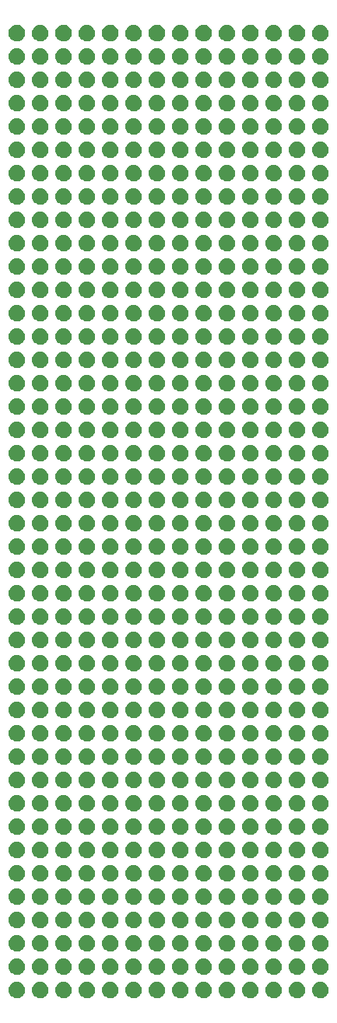
<source format=gbr>
G04 #@! TF.GenerationSoftware,KiCad,Pcbnew,5.0.2+dfsg1-1~bpo9+1*
G04 #@! TF.CreationDate,2019-11-20T21:54:30+01:00*
G04 #@! TF.ProjectId,eurobb,6575726f-6262-42e6-9b69-6361645f7063,rev?*
G04 #@! TF.SameCoordinates,Original*
G04 #@! TF.FileFunction,Soldermask,Bot*
G04 #@! TF.FilePolarity,Negative*
%FSLAX46Y46*%
G04 Gerber Fmt 4.6, Leading zero omitted, Abs format (unit mm)*
G04 Created by KiCad (PCBNEW 5.0.2+dfsg1-1~bpo9+1) date Wed 20 Nov 2019 09:54:30 PM CET*
%MOMM*%
%LPD*%
G01*
G04 APERTURE LIST*
%ADD10C,0.100000*%
G04 APERTURE END LIST*
D10*
G36*
X95106442Y-153410518D02*
X95172627Y-153417037D01*
X95285853Y-153451384D01*
X95342467Y-153468557D01*
X95481087Y-153542652D01*
X95498991Y-153552222D01*
X95534729Y-153581552D01*
X95636186Y-153664814D01*
X95719448Y-153766271D01*
X95748778Y-153802009D01*
X95748779Y-153802011D01*
X95832443Y-153958533D01*
X95832443Y-153958534D01*
X95883963Y-154128373D01*
X95901359Y-154305000D01*
X95883963Y-154481627D01*
X95849616Y-154594853D01*
X95832443Y-154651467D01*
X95758348Y-154790087D01*
X95748778Y-154807991D01*
X95719448Y-154843729D01*
X95636186Y-154945186D01*
X95534729Y-155028448D01*
X95498991Y-155057778D01*
X95498989Y-155057779D01*
X95342467Y-155141443D01*
X95285853Y-155158616D01*
X95172627Y-155192963D01*
X95106442Y-155199482D01*
X95040260Y-155206000D01*
X94951740Y-155206000D01*
X94885558Y-155199482D01*
X94819373Y-155192963D01*
X94706147Y-155158616D01*
X94649533Y-155141443D01*
X94493011Y-155057779D01*
X94493009Y-155057778D01*
X94457271Y-155028448D01*
X94355814Y-154945186D01*
X94272552Y-154843729D01*
X94243222Y-154807991D01*
X94233652Y-154790087D01*
X94159557Y-154651467D01*
X94142384Y-154594853D01*
X94108037Y-154481627D01*
X94090641Y-154305000D01*
X94108037Y-154128373D01*
X94159557Y-153958534D01*
X94159557Y-153958533D01*
X94243221Y-153802011D01*
X94243222Y-153802009D01*
X94272552Y-153766271D01*
X94355814Y-153664814D01*
X94457271Y-153581552D01*
X94493009Y-153552222D01*
X94510913Y-153542652D01*
X94649533Y-153468557D01*
X94706147Y-153451384D01*
X94819373Y-153417037D01*
X94885558Y-153410518D01*
X94951740Y-153404000D01*
X95040260Y-153404000D01*
X95106442Y-153410518D01*
X95106442Y-153410518D01*
G37*
G36*
X100186442Y-153410518D02*
X100252627Y-153417037D01*
X100365853Y-153451384D01*
X100422467Y-153468557D01*
X100561087Y-153542652D01*
X100578991Y-153552222D01*
X100614729Y-153581552D01*
X100716186Y-153664814D01*
X100799448Y-153766271D01*
X100828778Y-153802009D01*
X100828779Y-153802011D01*
X100912443Y-153958533D01*
X100912443Y-153958534D01*
X100963963Y-154128373D01*
X100981359Y-154305000D01*
X100963963Y-154481627D01*
X100929616Y-154594853D01*
X100912443Y-154651467D01*
X100838348Y-154790087D01*
X100828778Y-154807991D01*
X100799448Y-154843729D01*
X100716186Y-154945186D01*
X100614729Y-155028448D01*
X100578991Y-155057778D01*
X100578989Y-155057779D01*
X100422467Y-155141443D01*
X100365853Y-155158616D01*
X100252627Y-155192963D01*
X100186442Y-155199482D01*
X100120260Y-155206000D01*
X100031740Y-155206000D01*
X99965558Y-155199482D01*
X99899373Y-155192963D01*
X99786147Y-155158616D01*
X99729533Y-155141443D01*
X99573011Y-155057779D01*
X99573009Y-155057778D01*
X99537271Y-155028448D01*
X99435814Y-154945186D01*
X99352552Y-154843729D01*
X99323222Y-154807991D01*
X99313652Y-154790087D01*
X99239557Y-154651467D01*
X99222384Y-154594853D01*
X99188037Y-154481627D01*
X99170641Y-154305000D01*
X99188037Y-154128373D01*
X99239557Y-153958534D01*
X99239557Y-153958533D01*
X99323221Y-153802011D01*
X99323222Y-153802009D01*
X99352552Y-153766271D01*
X99435814Y-153664814D01*
X99537271Y-153581552D01*
X99573009Y-153552222D01*
X99590913Y-153542652D01*
X99729533Y-153468557D01*
X99786147Y-153451384D01*
X99899373Y-153417037D01*
X99965558Y-153410518D01*
X100031740Y-153404000D01*
X100120260Y-153404000D01*
X100186442Y-153410518D01*
X100186442Y-153410518D01*
G37*
G36*
X72246442Y-153410518D02*
X72312627Y-153417037D01*
X72425853Y-153451384D01*
X72482467Y-153468557D01*
X72621087Y-153542652D01*
X72638991Y-153552222D01*
X72674729Y-153581552D01*
X72776186Y-153664814D01*
X72859448Y-153766271D01*
X72888778Y-153802009D01*
X72888779Y-153802011D01*
X72972443Y-153958533D01*
X72972443Y-153958534D01*
X73023963Y-154128373D01*
X73041359Y-154305000D01*
X73023963Y-154481627D01*
X72989616Y-154594853D01*
X72972443Y-154651467D01*
X72898348Y-154790087D01*
X72888778Y-154807991D01*
X72859448Y-154843729D01*
X72776186Y-154945186D01*
X72674729Y-155028448D01*
X72638991Y-155057778D01*
X72638989Y-155057779D01*
X72482467Y-155141443D01*
X72425853Y-155158616D01*
X72312627Y-155192963D01*
X72246442Y-155199482D01*
X72180260Y-155206000D01*
X72091740Y-155206000D01*
X72025558Y-155199482D01*
X71959373Y-155192963D01*
X71846147Y-155158616D01*
X71789533Y-155141443D01*
X71633011Y-155057779D01*
X71633009Y-155057778D01*
X71597271Y-155028448D01*
X71495814Y-154945186D01*
X71412552Y-154843729D01*
X71383222Y-154807991D01*
X71373652Y-154790087D01*
X71299557Y-154651467D01*
X71282384Y-154594853D01*
X71248037Y-154481627D01*
X71230641Y-154305000D01*
X71248037Y-154128373D01*
X71299557Y-153958534D01*
X71299557Y-153958533D01*
X71383221Y-153802011D01*
X71383222Y-153802009D01*
X71412552Y-153766271D01*
X71495814Y-153664814D01*
X71597271Y-153581552D01*
X71633009Y-153552222D01*
X71650913Y-153542652D01*
X71789533Y-153468557D01*
X71846147Y-153451384D01*
X71959373Y-153417037D01*
X72025558Y-153410518D01*
X72091740Y-153404000D01*
X72180260Y-153404000D01*
X72246442Y-153410518D01*
X72246442Y-153410518D01*
G37*
G36*
X69706442Y-153410518D02*
X69772627Y-153417037D01*
X69885853Y-153451384D01*
X69942467Y-153468557D01*
X70081087Y-153542652D01*
X70098991Y-153552222D01*
X70134729Y-153581552D01*
X70236186Y-153664814D01*
X70319448Y-153766271D01*
X70348778Y-153802009D01*
X70348779Y-153802011D01*
X70432443Y-153958533D01*
X70432443Y-153958534D01*
X70483963Y-154128373D01*
X70501359Y-154305000D01*
X70483963Y-154481627D01*
X70449616Y-154594853D01*
X70432443Y-154651467D01*
X70358348Y-154790087D01*
X70348778Y-154807991D01*
X70319448Y-154843729D01*
X70236186Y-154945186D01*
X70134729Y-155028448D01*
X70098991Y-155057778D01*
X70098989Y-155057779D01*
X69942467Y-155141443D01*
X69885853Y-155158616D01*
X69772627Y-155192963D01*
X69706442Y-155199482D01*
X69640260Y-155206000D01*
X69551740Y-155206000D01*
X69485558Y-155199482D01*
X69419373Y-155192963D01*
X69306147Y-155158616D01*
X69249533Y-155141443D01*
X69093011Y-155057779D01*
X69093009Y-155057778D01*
X69057271Y-155028448D01*
X68955814Y-154945186D01*
X68872552Y-154843729D01*
X68843222Y-154807991D01*
X68833652Y-154790087D01*
X68759557Y-154651467D01*
X68742384Y-154594853D01*
X68708037Y-154481627D01*
X68690641Y-154305000D01*
X68708037Y-154128373D01*
X68759557Y-153958534D01*
X68759557Y-153958533D01*
X68843221Y-153802011D01*
X68843222Y-153802009D01*
X68872552Y-153766271D01*
X68955814Y-153664814D01*
X69057271Y-153581552D01*
X69093009Y-153552222D01*
X69110913Y-153542652D01*
X69249533Y-153468557D01*
X69306147Y-153451384D01*
X69419373Y-153417037D01*
X69485558Y-153410518D01*
X69551740Y-153404000D01*
X69640260Y-153404000D01*
X69706442Y-153410518D01*
X69706442Y-153410518D01*
G37*
G36*
X102726442Y-153410518D02*
X102792627Y-153417037D01*
X102905853Y-153451384D01*
X102962467Y-153468557D01*
X103101087Y-153542652D01*
X103118991Y-153552222D01*
X103154729Y-153581552D01*
X103256186Y-153664814D01*
X103339448Y-153766271D01*
X103368778Y-153802009D01*
X103368779Y-153802011D01*
X103452443Y-153958533D01*
X103452443Y-153958534D01*
X103503963Y-154128373D01*
X103521359Y-154305000D01*
X103503963Y-154481627D01*
X103469616Y-154594853D01*
X103452443Y-154651467D01*
X103378348Y-154790087D01*
X103368778Y-154807991D01*
X103339448Y-154843729D01*
X103256186Y-154945186D01*
X103154729Y-155028448D01*
X103118991Y-155057778D01*
X103118989Y-155057779D01*
X102962467Y-155141443D01*
X102905853Y-155158616D01*
X102792627Y-155192963D01*
X102726442Y-155199482D01*
X102660260Y-155206000D01*
X102571740Y-155206000D01*
X102505558Y-155199482D01*
X102439373Y-155192963D01*
X102326147Y-155158616D01*
X102269533Y-155141443D01*
X102113011Y-155057779D01*
X102113009Y-155057778D01*
X102077271Y-155028448D01*
X101975814Y-154945186D01*
X101892552Y-154843729D01*
X101863222Y-154807991D01*
X101853652Y-154790087D01*
X101779557Y-154651467D01*
X101762384Y-154594853D01*
X101728037Y-154481627D01*
X101710641Y-154305000D01*
X101728037Y-154128373D01*
X101779557Y-153958534D01*
X101779557Y-153958533D01*
X101863221Y-153802011D01*
X101863222Y-153802009D01*
X101892552Y-153766271D01*
X101975814Y-153664814D01*
X102077271Y-153581552D01*
X102113009Y-153552222D01*
X102130913Y-153542652D01*
X102269533Y-153468557D01*
X102326147Y-153451384D01*
X102439373Y-153417037D01*
X102505558Y-153410518D01*
X102571740Y-153404000D01*
X102660260Y-153404000D01*
X102726442Y-153410518D01*
X102726442Y-153410518D01*
G37*
G36*
X77326442Y-153410518D02*
X77392627Y-153417037D01*
X77505853Y-153451384D01*
X77562467Y-153468557D01*
X77701087Y-153542652D01*
X77718991Y-153552222D01*
X77754729Y-153581552D01*
X77856186Y-153664814D01*
X77939448Y-153766271D01*
X77968778Y-153802009D01*
X77968779Y-153802011D01*
X78052443Y-153958533D01*
X78052443Y-153958534D01*
X78103963Y-154128373D01*
X78121359Y-154305000D01*
X78103963Y-154481627D01*
X78069616Y-154594853D01*
X78052443Y-154651467D01*
X77978348Y-154790087D01*
X77968778Y-154807991D01*
X77939448Y-154843729D01*
X77856186Y-154945186D01*
X77754729Y-155028448D01*
X77718991Y-155057778D01*
X77718989Y-155057779D01*
X77562467Y-155141443D01*
X77505853Y-155158616D01*
X77392627Y-155192963D01*
X77326442Y-155199482D01*
X77260260Y-155206000D01*
X77171740Y-155206000D01*
X77105558Y-155199482D01*
X77039373Y-155192963D01*
X76926147Y-155158616D01*
X76869533Y-155141443D01*
X76713011Y-155057779D01*
X76713009Y-155057778D01*
X76677271Y-155028448D01*
X76575814Y-154945186D01*
X76492552Y-154843729D01*
X76463222Y-154807991D01*
X76453652Y-154790087D01*
X76379557Y-154651467D01*
X76362384Y-154594853D01*
X76328037Y-154481627D01*
X76310641Y-154305000D01*
X76328037Y-154128373D01*
X76379557Y-153958534D01*
X76379557Y-153958533D01*
X76463221Y-153802011D01*
X76463222Y-153802009D01*
X76492552Y-153766271D01*
X76575814Y-153664814D01*
X76677271Y-153581552D01*
X76713009Y-153552222D01*
X76730913Y-153542652D01*
X76869533Y-153468557D01*
X76926147Y-153451384D01*
X77039373Y-153417037D01*
X77105558Y-153410518D01*
X77171740Y-153404000D01*
X77260260Y-153404000D01*
X77326442Y-153410518D01*
X77326442Y-153410518D01*
G37*
G36*
X74786442Y-153410518D02*
X74852627Y-153417037D01*
X74965853Y-153451384D01*
X75022467Y-153468557D01*
X75161087Y-153542652D01*
X75178991Y-153552222D01*
X75214729Y-153581552D01*
X75316186Y-153664814D01*
X75399448Y-153766271D01*
X75428778Y-153802009D01*
X75428779Y-153802011D01*
X75512443Y-153958533D01*
X75512443Y-153958534D01*
X75563963Y-154128373D01*
X75581359Y-154305000D01*
X75563963Y-154481627D01*
X75529616Y-154594853D01*
X75512443Y-154651467D01*
X75438348Y-154790087D01*
X75428778Y-154807991D01*
X75399448Y-154843729D01*
X75316186Y-154945186D01*
X75214729Y-155028448D01*
X75178991Y-155057778D01*
X75178989Y-155057779D01*
X75022467Y-155141443D01*
X74965853Y-155158616D01*
X74852627Y-155192963D01*
X74786442Y-155199482D01*
X74720260Y-155206000D01*
X74631740Y-155206000D01*
X74565558Y-155199482D01*
X74499373Y-155192963D01*
X74386147Y-155158616D01*
X74329533Y-155141443D01*
X74173011Y-155057779D01*
X74173009Y-155057778D01*
X74137271Y-155028448D01*
X74035814Y-154945186D01*
X73952552Y-154843729D01*
X73923222Y-154807991D01*
X73913652Y-154790087D01*
X73839557Y-154651467D01*
X73822384Y-154594853D01*
X73788037Y-154481627D01*
X73770641Y-154305000D01*
X73788037Y-154128373D01*
X73839557Y-153958534D01*
X73839557Y-153958533D01*
X73923221Y-153802011D01*
X73923222Y-153802009D01*
X73952552Y-153766271D01*
X74035814Y-153664814D01*
X74137271Y-153581552D01*
X74173009Y-153552222D01*
X74190913Y-153542652D01*
X74329533Y-153468557D01*
X74386147Y-153451384D01*
X74499373Y-153417037D01*
X74565558Y-153410518D01*
X74631740Y-153404000D01*
X74720260Y-153404000D01*
X74786442Y-153410518D01*
X74786442Y-153410518D01*
G37*
G36*
X82406442Y-153410518D02*
X82472627Y-153417037D01*
X82585853Y-153451384D01*
X82642467Y-153468557D01*
X82781087Y-153542652D01*
X82798991Y-153552222D01*
X82834729Y-153581552D01*
X82936186Y-153664814D01*
X83019448Y-153766271D01*
X83048778Y-153802009D01*
X83048779Y-153802011D01*
X83132443Y-153958533D01*
X83132443Y-153958534D01*
X83183963Y-154128373D01*
X83201359Y-154305000D01*
X83183963Y-154481627D01*
X83149616Y-154594853D01*
X83132443Y-154651467D01*
X83058348Y-154790087D01*
X83048778Y-154807991D01*
X83019448Y-154843729D01*
X82936186Y-154945186D01*
X82834729Y-155028448D01*
X82798991Y-155057778D01*
X82798989Y-155057779D01*
X82642467Y-155141443D01*
X82585853Y-155158616D01*
X82472627Y-155192963D01*
X82406442Y-155199482D01*
X82340260Y-155206000D01*
X82251740Y-155206000D01*
X82185558Y-155199482D01*
X82119373Y-155192963D01*
X82006147Y-155158616D01*
X81949533Y-155141443D01*
X81793011Y-155057779D01*
X81793009Y-155057778D01*
X81757271Y-155028448D01*
X81655814Y-154945186D01*
X81572552Y-154843729D01*
X81543222Y-154807991D01*
X81533652Y-154790087D01*
X81459557Y-154651467D01*
X81442384Y-154594853D01*
X81408037Y-154481627D01*
X81390641Y-154305000D01*
X81408037Y-154128373D01*
X81459557Y-153958534D01*
X81459557Y-153958533D01*
X81543221Y-153802011D01*
X81543222Y-153802009D01*
X81572552Y-153766271D01*
X81655814Y-153664814D01*
X81757271Y-153581552D01*
X81793009Y-153552222D01*
X81810913Y-153542652D01*
X81949533Y-153468557D01*
X82006147Y-153451384D01*
X82119373Y-153417037D01*
X82185558Y-153410518D01*
X82251740Y-153404000D01*
X82340260Y-153404000D01*
X82406442Y-153410518D01*
X82406442Y-153410518D01*
G37*
G36*
X79866442Y-153410518D02*
X79932627Y-153417037D01*
X80045853Y-153451384D01*
X80102467Y-153468557D01*
X80241087Y-153542652D01*
X80258991Y-153552222D01*
X80294729Y-153581552D01*
X80396186Y-153664814D01*
X80479448Y-153766271D01*
X80508778Y-153802009D01*
X80508779Y-153802011D01*
X80592443Y-153958533D01*
X80592443Y-153958534D01*
X80643963Y-154128373D01*
X80661359Y-154305000D01*
X80643963Y-154481627D01*
X80609616Y-154594853D01*
X80592443Y-154651467D01*
X80518348Y-154790087D01*
X80508778Y-154807991D01*
X80479448Y-154843729D01*
X80396186Y-154945186D01*
X80294729Y-155028448D01*
X80258991Y-155057778D01*
X80258989Y-155057779D01*
X80102467Y-155141443D01*
X80045853Y-155158616D01*
X79932627Y-155192963D01*
X79866442Y-155199482D01*
X79800260Y-155206000D01*
X79711740Y-155206000D01*
X79645558Y-155199482D01*
X79579373Y-155192963D01*
X79466147Y-155158616D01*
X79409533Y-155141443D01*
X79253011Y-155057779D01*
X79253009Y-155057778D01*
X79217271Y-155028448D01*
X79115814Y-154945186D01*
X79032552Y-154843729D01*
X79003222Y-154807991D01*
X78993652Y-154790087D01*
X78919557Y-154651467D01*
X78902384Y-154594853D01*
X78868037Y-154481627D01*
X78850641Y-154305000D01*
X78868037Y-154128373D01*
X78919557Y-153958534D01*
X78919557Y-153958533D01*
X79003221Y-153802011D01*
X79003222Y-153802009D01*
X79032552Y-153766271D01*
X79115814Y-153664814D01*
X79217271Y-153581552D01*
X79253009Y-153552222D01*
X79270913Y-153542652D01*
X79409533Y-153468557D01*
X79466147Y-153451384D01*
X79579373Y-153417037D01*
X79645558Y-153410518D01*
X79711740Y-153404000D01*
X79800260Y-153404000D01*
X79866442Y-153410518D01*
X79866442Y-153410518D01*
G37*
G36*
X87486442Y-153410518D02*
X87552627Y-153417037D01*
X87665853Y-153451384D01*
X87722467Y-153468557D01*
X87861087Y-153542652D01*
X87878991Y-153552222D01*
X87914729Y-153581552D01*
X88016186Y-153664814D01*
X88099448Y-153766271D01*
X88128778Y-153802009D01*
X88128779Y-153802011D01*
X88212443Y-153958533D01*
X88212443Y-153958534D01*
X88263963Y-154128373D01*
X88281359Y-154305000D01*
X88263963Y-154481627D01*
X88229616Y-154594853D01*
X88212443Y-154651467D01*
X88138348Y-154790087D01*
X88128778Y-154807991D01*
X88099448Y-154843729D01*
X88016186Y-154945186D01*
X87914729Y-155028448D01*
X87878991Y-155057778D01*
X87878989Y-155057779D01*
X87722467Y-155141443D01*
X87665853Y-155158616D01*
X87552627Y-155192963D01*
X87486442Y-155199482D01*
X87420260Y-155206000D01*
X87331740Y-155206000D01*
X87265558Y-155199482D01*
X87199373Y-155192963D01*
X87086147Y-155158616D01*
X87029533Y-155141443D01*
X86873011Y-155057779D01*
X86873009Y-155057778D01*
X86837271Y-155028448D01*
X86735814Y-154945186D01*
X86652552Y-154843729D01*
X86623222Y-154807991D01*
X86613652Y-154790087D01*
X86539557Y-154651467D01*
X86522384Y-154594853D01*
X86488037Y-154481627D01*
X86470641Y-154305000D01*
X86488037Y-154128373D01*
X86539557Y-153958534D01*
X86539557Y-153958533D01*
X86623221Y-153802011D01*
X86623222Y-153802009D01*
X86652552Y-153766271D01*
X86735814Y-153664814D01*
X86837271Y-153581552D01*
X86873009Y-153552222D01*
X86890913Y-153542652D01*
X87029533Y-153468557D01*
X87086147Y-153451384D01*
X87199373Y-153417037D01*
X87265558Y-153410518D01*
X87331740Y-153404000D01*
X87420260Y-153404000D01*
X87486442Y-153410518D01*
X87486442Y-153410518D01*
G37*
G36*
X84946442Y-153410518D02*
X85012627Y-153417037D01*
X85125853Y-153451384D01*
X85182467Y-153468557D01*
X85321087Y-153542652D01*
X85338991Y-153552222D01*
X85374729Y-153581552D01*
X85476186Y-153664814D01*
X85559448Y-153766271D01*
X85588778Y-153802009D01*
X85588779Y-153802011D01*
X85672443Y-153958533D01*
X85672443Y-153958534D01*
X85723963Y-154128373D01*
X85741359Y-154305000D01*
X85723963Y-154481627D01*
X85689616Y-154594853D01*
X85672443Y-154651467D01*
X85598348Y-154790087D01*
X85588778Y-154807991D01*
X85559448Y-154843729D01*
X85476186Y-154945186D01*
X85374729Y-155028448D01*
X85338991Y-155057778D01*
X85338989Y-155057779D01*
X85182467Y-155141443D01*
X85125853Y-155158616D01*
X85012627Y-155192963D01*
X84946442Y-155199482D01*
X84880260Y-155206000D01*
X84791740Y-155206000D01*
X84725558Y-155199482D01*
X84659373Y-155192963D01*
X84546147Y-155158616D01*
X84489533Y-155141443D01*
X84333011Y-155057779D01*
X84333009Y-155057778D01*
X84297271Y-155028448D01*
X84195814Y-154945186D01*
X84112552Y-154843729D01*
X84083222Y-154807991D01*
X84073652Y-154790087D01*
X83999557Y-154651467D01*
X83982384Y-154594853D01*
X83948037Y-154481627D01*
X83930641Y-154305000D01*
X83948037Y-154128373D01*
X83999557Y-153958534D01*
X83999557Y-153958533D01*
X84083221Y-153802011D01*
X84083222Y-153802009D01*
X84112552Y-153766271D01*
X84195814Y-153664814D01*
X84297271Y-153581552D01*
X84333009Y-153552222D01*
X84350913Y-153542652D01*
X84489533Y-153468557D01*
X84546147Y-153451384D01*
X84659373Y-153417037D01*
X84725558Y-153410518D01*
X84791740Y-153404000D01*
X84880260Y-153404000D01*
X84946442Y-153410518D01*
X84946442Y-153410518D01*
G37*
G36*
X92566442Y-153410518D02*
X92632627Y-153417037D01*
X92745853Y-153451384D01*
X92802467Y-153468557D01*
X92941087Y-153542652D01*
X92958991Y-153552222D01*
X92994729Y-153581552D01*
X93096186Y-153664814D01*
X93179448Y-153766271D01*
X93208778Y-153802009D01*
X93208779Y-153802011D01*
X93292443Y-153958533D01*
X93292443Y-153958534D01*
X93343963Y-154128373D01*
X93361359Y-154305000D01*
X93343963Y-154481627D01*
X93309616Y-154594853D01*
X93292443Y-154651467D01*
X93218348Y-154790087D01*
X93208778Y-154807991D01*
X93179448Y-154843729D01*
X93096186Y-154945186D01*
X92994729Y-155028448D01*
X92958991Y-155057778D01*
X92958989Y-155057779D01*
X92802467Y-155141443D01*
X92745853Y-155158616D01*
X92632627Y-155192963D01*
X92566442Y-155199482D01*
X92500260Y-155206000D01*
X92411740Y-155206000D01*
X92345558Y-155199482D01*
X92279373Y-155192963D01*
X92166147Y-155158616D01*
X92109533Y-155141443D01*
X91953011Y-155057779D01*
X91953009Y-155057778D01*
X91917271Y-155028448D01*
X91815814Y-154945186D01*
X91732552Y-154843729D01*
X91703222Y-154807991D01*
X91693652Y-154790087D01*
X91619557Y-154651467D01*
X91602384Y-154594853D01*
X91568037Y-154481627D01*
X91550641Y-154305000D01*
X91568037Y-154128373D01*
X91619557Y-153958534D01*
X91619557Y-153958533D01*
X91703221Y-153802011D01*
X91703222Y-153802009D01*
X91732552Y-153766271D01*
X91815814Y-153664814D01*
X91917271Y-153581552D01*
X91953009Y-153552222D01*
X91970913Y-153542652D01*
X92109533Y-153468557D01*
X92166147Y-153451384D01*
X92279373Y-153417037D01*
X92345558Y-153410518D01*
X92411740Y-153404000D01*
X92500260Y-153404000D01*
X92566442Y-153410518D01*
X92566442Y-153410518D01*
G37*
G36*
X90026442Y-153410518D02*
X90092627Y-153417037D01*
X90205853Y-153451384D01*
X90262467Y-153468557D01*
X90401087Y-153542652D01*
X90418991Y-153552222D01*
X90454729Y-153581552D01*
X90556186Y-153664814D01*
X90639448Y-153766271D01*
X90668778Y-153802009D01*
X90668779Y-153802011D01*
X90752443Y-153958533D01*
X90752443Y-153958534D01*
X90803963Y-154128373D01*
X90821359Y-154305000D01*
X90803963Y-154481627D01*
X90769616Y-154594853D01*
X90752443Y-154651467D01*
X90678348Y-154790087D01*
X90668778Y-154807991D01*
X90639448Y-154843729D01*
X90556186Y-154945186D01*
X90454729Y-155028448D01*
X90418991Y-155057778D01*
X90418989Y-155057779D01*
X90262467Y-155141443D01*
X90205853Y-155158616D01*
X90092627Y-155192963D01*
X90026442Y-155199482D01*
X89960260Y-155206000D01*
X89871740Y-155206000D01*
X89805558Y-155199482D01*
X89739373Y-155192963D01*
X89626147Y-155158616D01*
X89569533Y-155141443D01*
X89413011Y-155057779D01*
X89413009Y-155057778D01*
X89377271Y-155028448D01*
X89275814Y-154945186D01*
X89192552Y-154843729D01*
X89163222Y-154807991D01*
X89153652Y-154790087D01*
X89079557Y-154651467D01*
X89062384Y-154594853D01*
X89028037Y-154481627D01*
X89010641Y-154305000D01*
X89028037Y-154128373D01*
X89079557Y-153958534D01*
X89079557Y-153958533D01*
X89163221Y-153802011D01*
X89163222Y-153802009D01*
X89192552Y-153766271D01*
X89275814Y-153664814D01*
X89377271Y-153581552D01*
X89413009Y-153552222D01*
X89430913Y-153542652D01*
X89569533Y-153468557D01*
X89626147Y-153451384D01*
X89739373Y-153417037D01*
X89805558Y-153410518D01*
X89871740Y-153404000D01*
X89960260Y-153404000D01*
X90026442Y-153410518D01*
X90026442Y-153410518D01*
G37*
G36*
X97646442Y-153410518D02*
X97712627Y-153417037D01*
X97825853Y-153451384D01*
X97882467Y-153468557D01*
X98021087Y-153542652D01*
X98038991Y-153552222D01*
X98074729Y-153581552D01*
X98176186Y-153664814D01*
X98259448Y-153766271D01*
X98288778Y-153802009D01*
X98288779Y-153802011D01*
X98372443Y-153958533D01*
X98372443Y-153958534D01*
X98423963Y-154128373D01*
X98441359Y-154305000D01*
X98423963Y-154481627D01*
X98389616Y-154594853D01*
X98372443Y-154651467D01*
X98298348Y-154790087D01*
X98288778Y-154807991D01*
X98259448Y-154843729D01*
X98176186Y-154945186D01*
X98074729Y-155028448D01*
X98038991Y-155057778D01*
X98038989Y-155057779D01*
X97882467Y-155141443D01*
X97825853Y-155158616D01*
X97712627Y-155192963D01*
X97646442Y-155199482D01*
X97580260Y-155206000D01*
X97491740Y-155206000D01*
X97425558Y-155199482D01*
X97359373Y-155192963D01*
X97246147Y-155158616D01*
X97189533Y-155141443D01*
X97033011Y-155057779D01*
X97033009Y-155057778D01*
X96997271Y-155028448D01*
X96895814Y-154945186D01*
X96812552Y-154843729D01*
X96783222Y-154807991D01*
X96773652Y-154790087D01*
X96699557Y-154651467D01*
X96682384Y-154594853D01*
X96648037Y-154481627D01*
X96630641Y-154305000D01*
X96648037Y-154128373D01*
X96699557Y-153958534D01*
X96699557Y-153958533D01*
X96783221Y-153802011D01*
X96783222Y-153802009D01*
X96812552Y-153766271D01*
X96895814Y-153664814D01*
X96997271Y-153581552D01*
X97033009Y-153552222D01*
X97050913Y-153542652D01*
X97189533Y-153468557D01*
X97246147Y-153451384D01*
X97359373Y-153417037D01*
X97425558Y-153410518D01*
X97491740Y-153404000D01*
X97580260Y-153404000D01*
X97646442Y-153410518D01*
X97646442Y-153410518D01*
G37*
G36*
X102726443Y-150870519D02*
X102792627Y-150877037D01*
X102905853Y-150911384D01*
X102962467Y-150928557D01*
X103101087Y-151002652D01*
X103118991Y-151012222D01*
X103154729Y-151041552D01*
X103256186Y-151124814D01*
X103339448Y-151226271D01*
X103368778Y-151262009D01*
X103368779Y-151262011D01*
X103452443Y-151418533D01*
X103452443Y-151418534D01*
X103503963Y-151588373D01*
X103521359Y-151765000D01*
X103503963Y-151941627D01*
X103469616Y-152054853D01*
X103452443Y-152111467D01*
X103378348Y-152250087D01*
X103368778Y-152267991D01*
X103339448Y-152303729D01*
X103256186Y-152405186D01*
X103154729Y-152488448D01*
X103118991Y-152517778D01*
X103118989Y-152517779D01*
X102962467Y-152601443D01*
X102905853Y-152618616D01*
X102792627Y-152652963D01*
X102726442Y-152659482D01*
X102660260Y-152666000D01*
X102571740Y-152666000D01*
X102505558Y-152659482D01*
X102439373Y-152652963D01*
X102326147Y-152618616D01*
X102269533Y-152601443D01*
X102113011Y-152517779D01*
X102113009Y-152517778D01*
X102077271Y-152488448D01*
X101975814Y-152405186D01*
X101892552Y-152303729D01*
X101863222Y-152267991D01*
X101853652Y-152250087D01*
X101779557Y-152111467D01*
X101762384Y-152054853D01*
X101728037Y-151941627D01*
X101710641Y-151765000D01*
X101728037Y-151588373D01*
X101779557Y-151418534D01*
X101779557Y-151418533D01*
X101863221Y-151262011D01*
X101863222Y-151262009D01*
X101892552Y-151226271D01*
X101975814Y-151124814D01*
X102077271Y-151041552D01*
X102113009Y-151012222D01*
X102130913Y-151002652D01*
X102269533Y-150928557D01*
X102326147Y-150911384D01*
X102439373Y-150877037D01*
X102505557Y-150870519D01*
X102571740Y-150864000D01*
X102660260Y-150864000D01*
X102726443Y-150870519D01*
X102726443Y-150870519D01*
G37*
G36*
X77326443Y-150870519D02*
X77392627Y-150877037D01*
X77505853Y-150911384D01*
X77562467Y-150928557D01*
X77701087Y-151002652D01*
X77718991Y-151012222D01*
X77754729Y-151041552D01*
X77856186Y-151124814D01*
X77939448Y-151226271D01*
X77968778Y-151262009D01*
X77968779Y-151262011D01*
X78052443Y-151418533D01*
X78052443Y-151418534D01*
X78103963Y-151588373D01*
X78121359Y-151765000D01*
X78103963Y-151941627D01*
X78069616Y-152054853D01*
X78052443Y-152111467D01*
X77978348Y-152250087D01*
X77968778Y-152267991D01*
X77939448Y-152303729D01*
X77856186Y-152405186D01*
X77754729Y-152488448D01*
X77718991Y-152517778D01*
X77718989Y-152517779D01*
X77562467Y-152601443D01*
X77505853Y-152618616D01*
X77392627Y-152652963D01*
X77326442Y-152659482D01*
X77260260Y-152666000D01*
X77171740Y-152666000D01*
X77105558Y-152659482D01*
X77039373Y-152652963D01*
X76926147Y-152618616D01*
X76869533Y-152601443D01*
X76713011Y-152517779D01*
X76713009Y-152517778D01*
X76677271Y-152488448D01*
X76575814Y-152405186D01*
X76492552Y-152303729D01*
X76463222Y-152267991D01*
X76453652Y-152250087D01*
X76379557Y-152111467D01*
X76362384Y-152054853D01*
X76328037Y-151941627D01*
X76310641Y-151765000D01*
X76328037Y-151588373D01*
X76379557Y-151418534D01*
X76379557Y-151418533D01*
X76463221Y-151262011D01*
X76463222Y-151262009D01*
X76492552Y-151226271D01*
X76575814Y-151124814D01*
X76677271Y-151041552D01*
X76713009Y-151012222D01*
X76730913Y-151002652D01*
X76869533Y-150928557D01*
X76926147Y-150911384D01*
X77039373Y-150877037D01*
X77105557Y-150870519D01*
X77171740Y-150864000D01*
X77260260Y-150864000D01*
X77326443Y-150870519D01*
X77326443Y-150870519D01*
G37*
G36*
X74786443Y-150870519D02*
X74852627Y-150877037D01*
X74965853Y-150911384D01*
X75022467Y-150928557D01*
X75161087Y-151002652D01*
X75178991Y-151012222D01*
X75214729Y-151041552D01*
X75316186Y-151124814D01*
X75399448Y-151226271D01*
X75428778Y-151262009D01*
X75428779Y-151262011D01*
X75512443Y-151418533D01*
X75512443Y-151418534D01*
X75563963Y-151588373D01*
X75581359Y-151765000D01*
X75563963Y-151941627D01*
X75529616Y-152054853D01*
X75512443Y-152111467D01*
X75438348Y-152250087D01*
X75428778Y-152267991D01*
X75399448Y-152303729D01*
X75316186Y-152405186D01*
X75214729Y-152488448D01*
X75178991Y-152517778D01*
X75178989Y-152517779D01*
X75022467Y-152601443D01*
X74965853Y-152618616D01*
X74852627Y-152652963D01*
X74786442Y-152659482D01*
X74720260Y-152666000D01*
X74631740Y-152666000D01*
X74565558Y-152659482D01*
X74499373Y-152652963D01*
X74386147Y-152618616D01*
X74329533Y-152601443D01*
X74173011Y-152517779D01*
X74173009Y-152517778D01*
X74137271Y-152488448D01*
X74035814Y-152405186D01*
X73952552Y-152303729D01*
X73923222Y-152267991D01*
X73913652Y-152250087D01*
X73839557Y-152111467D01*
X73822384Y-152054853D01*
X73788037Y-151941627D01*
X73770641Y-151765000D01*
X73788037Y-151588373D01*
X73839557Y-151418534D01*
X73839557Y-151418533D01*
X73923221Y-151262011D01*
X73923222Y-151262009D01*
X73952552Y-151226271D01*
X74035814Y-151124814D01*
X74137271Y-151041552D01*
X74173009Y-151012222D01*
X74190913Y-151002652D01*
X74329533Y-150928557D01*
X74386147Y-150911384D01*
X74499373Y-150877037D01*
X74565557Y-150870519D01*
X74631740Y-150864000D01*
X74720260Y-150864000D01*
X74786443Y-150870519D01*
X74786443Y-150870519D01*
G37*
G36*
X82406443Y-150870519D02*
X82472627Y-150877037D01*
X82585853Y-150911384D01*
X82642467Y-150928557D01*
X82781087Y-151002652D01*
X82798991Y-151012222D01*
X82834729Y-151041552D01*
X82936186Y-151124814D01*
X83019448Y-151226271D01*
X83048778Y-151262009D01*
X83048779Y-151262011D01*
X83132443Y-151418533D01*
X83132443Y-151418534D01*
X83183963Y-151588373D01*
X83201359Y-151765000D01*
X83183963Y-151941627D01*
X83149616Y-152054853D01*
X83132443Y-152111467D01*
X83058348Y-152250087D01*
X83048778Y-152267991D01*
X83019448Y-152303729D01*
X82936186Y-152405186D01*
X82834729Y-152488448D01*
X82798991Y-152517778D01*
X82798989Y-152517779D01*
X82642467Y-152601443D01*
X82585853Y-152618616D01*
X82472627Y-152652963D01*
X82406442Y-152659482D01*
X82340260Y-152666000D01*
X82251740Y-152666000D01*
X82185558Y-152659482D01*
X82119373Y-152652963D01*
X82006147Y-152618616D01*
X81949533Y-152601443D01*
X81793011Y-152517779D01*
X81793009Y-152517778D01*
X81757271Y-152488448D01*
X81655814Y-152405186D01*
X81572552Y-152303729D01*
X81543222Y-152267991D01*
X81533652Y-152250087D01*
X81459557Y-152111467D01*
X81442384Y-152054853D01*
X81408037Y-151941627D01*
X81390641Y-151765000D01*
X81408037Y-151588373D01*
X81459557Y-151418534D01*
X81459557Y-151418533D01*
X81543221Y-151262011D01*
X81543222Y-151262009D01*
X81572552Y-151226271D01*
X81655814Y-151124814D01*
X81757271Y-151041552D01*
X81793009Y-151012222D01*
X81810913Y-151002652D01*
X81949533Y-150928557D01*
X82006147Y-150911384D01*
X82119373Y-150877037D01*
X82185557Y-150870519D01*
X82251740Y-150864000D01*
X82340260Y-150864000D01*
X82406443Y-150870519D01*
X82406443Y-150870519D01*
G37*
G36*
X79866443Y-150870519D02*
X79932627Y-150877037D01*
X80045853Y-150911384D01*
X80102467Y-150928557D01*
X80241087Y-151002652D01*
X80258991Y-151012222D01*
X80294729Y-151041552D01*
X80396186Y-151124814D01*
X80479448Y-151226271D01*
X80508778Y-151262009D01*
X80508779Y-151262011D01*
X80592443Y-151418533D01*
X80592443Y-151418534D01*
X80643963Y-151588373D01*
X80661359Y-151765000D01*
X80643963Y-151941627D01*
X80609616Y-152054853D01*
X80592443Y-152111467D01*
X80518348Y-152250087D01*
X80508778Y-152267991D01*
X80479448Y-152303729D01*
X80396186Y-152405186D01*
X80294729Y-152488448D01*
X80258991Y-152517778D01*
X80258989Y-152517779D01*
X80102467Y-152601443D01*
X80045853Y-152618616D01*
X79932627Y-152652963D01*
X79866442Y-152659482D01*
X79800260Y-152666000D01*
X79711740Y-152666000D01*
X79645558Y-152659482D01*
X79579373Y-152652963D01*
X79466147Y-152618616D01*
X79409533Y-152601443D01*
X79253011Y-152517779D01*
X79253009Y-152517778D01*
X79217271Y-152488448D01*
X79115814Y-152405186D01*
X79032552Y-152303729D01*
X79003222Y-152267991D01*
X78993652Y-152250087D01*
X78919557Y-152111467D01*
X78902384Y-152054853D01*
X78868037Y-151941627D01*
X78850641Y-151765000D01*
X78868037Y-151588373D01*
X78919557Y-151418534D01*
X78919557Y-151418533D01*
X79003221Y-151262011D01*
X79003222Y-151262009D01*
X79032552Y-151226271D01*
X79115814Y-151124814D01*
X79217271Y-151041552D01*
X79253009Y-151012222D01*
X79270913Y-151002652D01*
X79409533Y-150928557D01*
X79466147Y-150911384D01*
X79579373Y-150877037D01*
X79645557Y-150870519D01*
X79711740Y-150864000D01*
X79800260Y-150864000D01*
X79866443Y-150870519D01*
X79866443Y-150870519D01*
G37*
G36*
X84946443Y-150870519D02*
X85012627Y-150877037D01*
X85125853Y-150911384D01*
X85182467Y-150928557D01*
X85321087Y-151002652D01*
X85338991Y-151012222D01*
X85374729Y-151041552D01*
X85476186Y-151124814D01*
X85559448Y-151226271D01*
X85588778Y-151262009D01*
X85588779Y-151262011D01*
X85672443Y-151418533D01*
X85672443Y-151418534D01*
X85723963Y-151588373D01*
X85741359Y-151765000D01*
X85723963Y-151941627D01*
X85689616Y-152054853D01*
X85672443Y-152111467D01*
X85598348Y-152250087D01*
X85588778Y-152267991D01*
X85559448Y-152303729D01*
X85476186Y-152405186D01*
X85374729Y-152488448D01*
X85338991Y-152517778D01*
X85338989Y-152517779D01*
X85182467Y-152601443D01*
X85125853Y-152618616D01*
X85012627Y-152652963D01*
X84946442Y-152659482D01*
X84880260Y-152666000D01*
X84791740Y-152666000D01*
X84725558Y-152659482D01*
X84659373Y-152652963D01*
X84546147Y-152618616D01*
X84489533Y-152601443D01*
X84333011Y-152517779D01*
X84333009Y-152517778D01*
X84297271Y-152488448D01*
X84195814Y-152405186D01*
X84112552Y-152303729D01*
X84083222Y-152267991D01*
X84073652Y-152250087D01*
X83999557Y-152111467D01*
X83982384Y-152054853D01*
X83948037Y-151941627D01*
X83930641Y-151765000D01*
X83948037Y-151588373D01*
X83999557Y-151418534D01*
X83999557Y-151418533D01*
X84083221Y-151262011D01*
X84083222Y-151262009D01*
X84112552Y-151226271D01*
X84195814Y-151124814D01*
X84297271Y-151041552D01*
X84333009Y-151012222D01*
X84350913Y-151002652D01*
X84489533Y-150928557D01*
X84546147Y-150911384D01*
X84659373Y-150877037D01*
X84725557Y-150870519D01*
X84791740Y-150864000D01*
X84880260Y-150864000D01*
X84946443Y-150870519D01*
X84946443Y-150870519D01*
G37*
G36*
X100186443Y-150870519D02*
X100252627Y-150877037D01*
X100365853Y-150911384D01*
X100422467Y-150928557D01*
X100561087Y-151002652D01*
X100578991Y-151012222D01*
X100614729Y-151041552D01*
X100716186Y-151124814D01*
X100799448Y-151226271D01*
X100828778Y-151262009D01*
X100828779Y-151262011D01*
X100912443Y-151418533D01*
X100912443Y-151418534D01*
X100963963Y-151588373D01*
X100981359Y-151765000D01*
X100963963Y-151941627D01*
X100929616Y-152054853D01*
X100912443Y-152111467D01*
X100838348Y-152250087D01*
X100828778Y-152267991D01*
X100799448Y-152303729D01*
X100716186Y-152405186D01*
X100614729Y-152488448D01*
X100578991Y-152517778D01*
X100578989Y-152517779D01*
X100422467Y-152601443D01*
X100365853Y-152618616D01*
X100252627Y-152652963D01*
X100186442Y-152659482D01*
X100120260Y-152666000D01*
X100031740Y-152666000D01*
X99965558Y-152659482D01*
X99899373Y-152652963D01*
X99786147Y-152618616D01*
X99729533Y-152601443D01*
X99573011Y-152517779D01*
X99573009Y-152517778D01*
X99537271Y-152488448D01*
X99435814Y-152405186D01*
X99352552Y-152303729D01*
X99323222Y-152267991D01*
X99313652Y-152250087D01*
X99239557Y-152111467D01*
X99222384Y-152054853D01*
X99188037Y-151941627D01*
X99170641Y-151765000D01*
X99188037Y-151588373D01*
X99239557Y-151418534D01*
X99239557Y-151418533D01*
X99323221Y-151262011D01*
X99323222Y-151262009D01*
X99352552Y-151226271D01*
X99435814Y-151124814D01*
X99537271Y-151041552D01*
X99573009Y-151012222D01*
X99590913Y-151002652D01*
X99729533Y-150928557D01*
X99786147Y-150911384D01*
X99899373Y-150877037D01*
X99965557Y-150870519D01*
X100031740Y-150864000D01*
X100120260Y-150864000D01*
X100186443Y-150870519D01*
X100186443Y-150870519D01*
G37*
G36*
X69706443Y-150870519D02*
X69772627Y-150877037D01*
X69885853Y-150911384D01*
X69942467Y-150928557D01*
X70081087Y-151002652D01*
X70098991Y-151012222D01*
X70134729Y-151041552D01*
X70236186Y-151124814D01*
X70319448Y-151226271D01*
X70348778Y-151262009D01*
X70348779Y-151262011D01*
X70432443Y-151418533D01*
X70432443Y-151418534D01*
X70483963Y-151588373D01*
X70501359Y-151765000D01*
X70483963Y-151941627D01*
X70449616Y-152054853D01*
X70432443Y-152111467D01*
X70358348Y-152250087D01*
X70348778Y-152267991D01*
X70319448Y-152303729D01*
X70236186Y-152405186D01*
X70134729Y-152488448D01*
X70098991Y-152517778D01*
X70098989Y-152517779D01*
X69942467Y-152601443D01*
X69885853Y-152618616D01*
X69772627Y-152652963D01*
X69706442Y-152659482D01*
X69640260Y-152666000D01*
X69551740Y-152666000D01*
X69485558Y-152659482D01*
X69419373Y-152652963D01*
X69306147Y-152618616D01*
X69249533Y-152601443D01*
X69093011Y-152517779D01*
X69093009Y-152517778D01*
X69057271Y-152488448D01*
X68955814Y-152405186D01*
X68872552Y-152303729D01*
X68843222Y-152267991D01*
X68833652Y-152250087D01*
X68759557Y-152111467D01*
X68742384Y-152054853D01*
X68708037Y-151941627D01*
X68690641Y-151765000D01*
X68708037Y-151588373D01*
X68759557Y-151418534D01*
X68759557Y-151418533D01*
X68843221Y-151262011D01*
X68843222Y-151262009D01*
X68872552Y-151226271D01*
X68955814Y-151124814D01*
X69057271Y-151041552D01*
X69093009Y-151012222D01*
X69110913Y-151002652D01*
X69249533Y-150928557D01*
X69306147Y-150911384D01*
X69419373Y-150877037D01*
X69485557Y-150870519D01*
X69551740Y-150864000D01*
X69640260Y-150864000D01*
X69706443Y-150870519D01*
X69706443Y-150870519D01*
G37*
G36*
X92566443Y-150870519D02*
X92632627Y-150877037D01*
X92745853Y-150911384D01*
X92802467Y-150928557D01*
X92941087Y-151002652D01*
X92958991Y-151012222D01*
X92994729Y-151041552D01*
X93096186Y-151124814D01*
X93179448Y-151226271D01*
X93208778Y-151262009D01*
X93208779Y-151262011D01*
X93292443Y-151418533D01*
X93292443Y-151418534D01*
X93343963Y-151588373D01*
X93361359Y-151765000D01*
X93343963Y-151941627D01*
X93309616Y-152054853D01*
X93292443Y-152111467D01*
X93218348Y-152250087D01*
X93208778Y-152267991D01*
X93179448Y-152303729D01*
X93096186Y-152405186D01*
X92994729Y-152488448D01*
X92958991Y-152517778D01*
X92958989Y-152517779D01*
X92802467Y-152601443D01*
X92745853Y-152618616D01*
X92632627Y-152652963D01*
X92566442Y-152659482D01*
X92500260Y-152666000D01*
X92411740Y-152666000D01*
X92345558Y-152659482D01*
X92279373Y-152652963D01*
X92166147Y-152618616D01*
X92109533Y-152601443D01*
X91953011Y-152517779D01*
X91953009Y-152517778D01*
X91917271Y-152488448D01*
X91815814Y-152405186D01*
X91732552Y-152303729D01*
X91703222Y-152267991D01*
X91693652Y-152250087D01*
X91619557Y-152111467D01*
X91602384Y-152054853D01*
X91568037Y-151941627D01*
X91550641Y-151765000D01*
X91568037Y-151588373D01*
X91619557Y-151418534D01*
X91619557Y-151418533D01*
X91703221Y-151262011D01*
X91703222Y-151262009D01*
X91732552Y-151226271D01*
X91815814Y-151124814D01*
X91917271Y-151041552D01*
X91953009Y-151012222D01*
X91970913Y-151002652D01*
X92109533Y-150928557D01*
X92166147Y-150911384D01*
X92279373Y-150877037D01*
X92345557Y-150870519D01*
X92411740Y-150864000D01*
X92500260Y-150864000D01*
X92566443Y-150870519D01*
X92566443Y-150870519D01*
G37*
G36*
X90026443Y-150870519D02*
X90092627Y-150877037D01*
X90205853Y-150911384D01*
X90262467Y-150928557D01*
X90401087Y-151002652D01*
X90418991Y-151012222D01*
X90454729Y-151041552D01*
X90556186Y-151124814D01*
X90639448Y-151226271D01*
X90668778Y-151262009D01*
X90668779Y-151262011D01*
X90752443Y-151418533D01*
X90752443Y-151418534D01*
X90803963Y-151588373D01*
X90821359Y-151765000D01*
X90803963Y-151941627D01*
X90769616Y-152054853D01*
X90752443Y-152111467D01*
X90678348Y-152250087D01*
X90668778Y-152267991D01*
X90639448Y-152303729D01*
X90556186Y-152405186D01*
X90454729Y-152488448D01*
X90418991Y-152517778D01*
X90418989Y-152517779D01*
X90262467Y-152601443D01*
X90205853Y-152618616D01*
X90092627Y-152652963D01*
X90026442Y-152659482D01*
X89960260Y-152666000D01*
X89871740Y-152666000D01*
X89805558Y-152659482D01*
X89739373Y-152652963D01*
X89626147Y-152618616D01*
X89569533Y-152601443D01*
X89413011Y-152517779D01*
X89413009Y-152517778D01*
X89377271Y-152488448D01*
X89275814Y-152405186D01*
X89192552Y-152303729D01*
X89163222Y-152267991D01*
X89153652Y-152250087D01*
X89079557Y-152111467D01*
X89062384Y-152054853D01*
X89028037Y-151941627D01*
X89010641Y-151765000D01*
X89028037Y-151588373D01*
X89079557Y-151418534D01*
X89079557Y-151418533D01*
X89163221Y-151262011D01*
X89163222Y-151262009D01*
X89192552Y-151226271D01*
X89275814Y-151124814D01*
X89377271Y-151041552D01*
X89413009Y-151012222D01*
X89430913Y-151002652D01*
X89569533Y-150928557D01*
X89626147Y-150911384D01*
X89739373Y-150877037D01*
X89805557Y-150870519D01*
X89871740Y-150864000D01*
X89960260Y-150864000D01*
X90026443Y-150870519D01*
X90026443Y-150870519D01*
G37*
G36*
X72246443Y-150870519D02*
X72312627Y-150877037D01*
X72425853Y-150911384D01*
X72482467Y-150928557D01*
X72621087Y-151002652D01*
X72638991Y-151012222D01*
X72674729Y-151041552D01*
X72776186Y-151124814D01*
X72859448Y-151226271D01*
X72888778Y-151262009D01*
X72888779Y-151262011D01*
X72972443Y-151418533D01*
X72972443Y-151418534D01*
X73023963Y-151588373D01*
X73041359Y-151765000D01*
X73023963Y-151941627D01*
X72989616Y-152054853D01*
X72972443Y-152111467D01*
X72898348Y-152250087D01*
X72888778Y-152267991D01*
X72859448Y-152303729D01*
X72776186Y-152405186D01*
X72674729Y-152488448D01*
X72638991Y-152517778D01*
X72638989Y-152517779D01*
X72482467Y-152601443D01*
X72425853Y-152618616D01*
X72312627Y-152652963D01*
X72246442Y-152659482D01*
X72180260Y-152666000D01*
X72091740Y-152666000D01*
X72025558Y-152659482D01*
X71959373Y-152652963D01*
X71846147Y-152618616D01*
X71789533Y-152601443D01*
X71633011Y-152517779D01*
X71633009Y-152517778D01*
X71597271Y-152488448D01*
X71495814Y-152405186D01*
X71412552Y-152303729D01*
X71383222Y-152267991D01*
X71373652Y-152250087D01*
X71299557Y-152111467D01*
X71282384Y-152054853D01*
X71248037Y-151941627D01*
X71230641Y-151765000D01*
X71248037Y-151588373D01*
X71299557Y-151418534D01*
X71299557Y-151418533D01*
X71383221Y-151262011D01*
X71383222Y-151262009D01*
X71412552Y-151226271D01*
X71495814Y-151124814D01*
X71597271Y-151041552D01*
X71633009Y-151012222D01*
X71650913Y-151002652D01*
X71789533Y-150928557D01*
X71846147Y-150911384D01*
X71959373Y-150877037D01*
X72025557Y-150870519D01*
X72091740Y-150864000D01*
X72180260Y-150864000D01*
X72246443Y-150870519D01*
X72246443Y-150870519D01*
G37*
G36*
X97646443Y-150870519D02*
X97712627Y-150877037D01*
X97825853Y-150911384D01*
X97882467Y-150928557D01*
X98021087Y-151002652D01*
X98038991Y-151012222D01*
X98074729Y-151041552D01*
X98176186Y-151124814D01*
X98259448Y-151226271D01*
X98288778Y-151262009D01*
X98288779Y-151262011D01*
X98372443Y-151418533D01*
X98372443Y-151418534D01*
X98423963Y-151588373D01*
X98441359Y-151765000D01*
X98423963Y-151941627D01*
X98389616Y-152054853D01*
X98372443Y-152111467D01*
X98298348Y-152250087D01*
X98288778Y-152267991D01*
X98259448Y-152303729D01*
X98176186Y-152405186D01*
X98074729Y-152488448D01*
X98038991Y-152517778D01*
X98038989Y-152517779D01*
X97882467Y-152601443D01*
X97825853Y-152618616D01*
X97712627Y-152652963D01*
X97646442Y-152659482D01*
X97580260Y-152666000D01*
X97491740Y-152666000D01*
X97425558Y-152659482D01*
X97359373Y-152652963D01*
X97246147Y-152618616D01*
X97189533Y-152601443D01*
X97033011Y-152517779D01*
X97033009Y-152517778D01*
X96997271Y-152488448D01*
X96895814Y-152405186D01*
X96812552Y-152303729D01*
X96783222Y-152267991D01*
X96773652Y-152250087D01*
X96699557Y-152111467D01*
X96682384Y-152054853D01*
X96648037Y-151941627D01*
X96630641Y-151765000D01*
X96648037Y-151588373D01*
X96699557Y-151418534D01*
X96699557Y-151418533D01*
X96783221Y-151262011D01*
X96783222Y-151262009D01*
X96812552Y-151226271D01*
X96895814Y-151124814D01*
X96997271Y-151041552D01*
X97033009Y-151012222D01*
X97050913Y-151002652D01*
X97189533Y-150928557D01*
X97246147Y-150911384D01*
X97359373Y-150877037D01*
X97425557Y-150870519D01*
X97491740Y-150864000D01*
X97580260Y-150864000D01*
X97646443Y-150870519D01*
X97646443Y-150870519D01*
G37*
G36*
X95106443Y-150870519D02*
X95172627Y-150877037D01*
X95285853Y-150911384D01*
X95342467Y-150928557D01*
X95481087Y-151002652D01*
X95498991Y-151012222D01*
X95534729Y-151041552D01*
X95636186Y-151124814D01*
X95719448Y-151226271D01*
X95748778Y-151262009D01*
X95748779Y-151262011D01*
X95832443Y-151418533D01*
X95832443Y-151418534D01*
X95883963Y-151588373D01*
X95901359Y-151765000D01*
X95883963Y-151941627D01*
X95849616Y-152054853D01*
X95832443Y-152111467D01*
X95758348Y-152250087D01*
X95748778Y-152267991D01*
X95719448Y-152303729D01*
X95636186Y-152405186D01*
X95534729Y-152488448D01*
X95498991Y-152517778D01*
X95498989Y-152517779D01*
X95342467Y-152601443D01*
X95285853Y-152618616D01*
X95172627Y-152652963D01*
X95106442Y-152659482D01*
X95040260Y-152666000D01*
X94951740Y-152666000D01*
X94885558Y-152659482D01*
X94819373Y-152652963D01*
X94706147Y-152618616D01*
X94649533Y-152601443D01*
X94493011Y-152517779D01*
X94493009Y-152517778D01*
X94457271Y-152488448D01*
X94355814Y-152405186D01*
X94272552Y-152303729D01*
X94243222Y-152267991D01*
X94233652Y-152250087D01*
X94159557Y-152111467D01*
X94142384Y-152054853D01*
X94108037Y-151941627D01*
X94090641Y-151765000D01*
X94108037Y-151588373D01*
X94159557Y-151418534D01*
X94159557Y-151418533D01*
X94243221Y-151262011D01*
X94243222Y-151262009D01*
X94272552Y-151226271D01*
X94355814Y-151124814D01*
X94457271Y-151041552D01*
X94493009Y-151012222D01*
X94510913Y-151002652D01*
X94649533Y-150928557D01*
X94706147Y-150911384D01*
X94819373Y-150877037D01*
X94885557Y-150870519D01*
X94951740Y-150864000D01*
X95040260Y-150864000D01*
X95106443Y-150870519D01*
X95106443Y-150870519D01*
G37*
G36*
X87486443Y-150870519D02*
X87552627Y-150877037D01*
X87665853Y-150911384D01*
X87722467Y-150928557D01*
X87861087Y-151002652D01*
X87878991Y-151012222D01*
X87914729Y-151041552D01*
X88016186Y-151124814D01*
X88099448Y-151226271D01*
X88128778Y-151262009D01*
X88128779Y-151262011D01*
X88212443Y-151418533D01*
X88212443Y-151418534D01*
X88263963Y-151588373D01*
X88281359Y-151765000D01*
X88263963Y-151941627D01*
X88229616Y-152054853D01*
X88212443Y-152111467D01*
X88138348Y-152250087D01*
X88128778Y-152267991D01*
X88099448Y-152303729D01*
X88016186Y-152405186D01*
X87914729Y-152488448D01*
X87878991Y-152517778D01*
X87878989Y-152517779D01*
X87722467Y-152601443D01*
X87665853Y-152618616D01*
X87552627Y-152652963D01*
X87486442Y-152659482D01*
X87420260Y-152666000D01*
X87331740Y-152666000D01*
X87265558Y-152659482D01*
X87199373Y-152652963D01*
X87086147Y-152618616D01*
X87029533Y-152601443D01*
X86873011Y-152517779D01*
X86873009Y-152517778D01*
X86837271Y-152488448D01*
X86735814Y-152405186D01*
X86652552Y-152303729D01*
X86623222Y-152267991D01*
X86613652Y-152250087D01*
X86539557Y-152111467D01*
X86522384Y-152054853D01*
X86488037Y-151941627D01*
X86470641Y-151765000D01*
X86488037Y-151588373D01*
X86539557Y-151418534D01*
X86539557Y-151418533D01*
X86623221Y-151262011D01*
X86623222Y-151262009D01*
X86652552Y-151226271D01*
X86735814Y-151124814D01*
X86837271Y-151041552D01*
X86873009Y-151012222D01*
X86890913Y-151002652D01*
X87029533Y-150928557D01*
X87086147Y-150911384D01*
X87199373Y-150877037D01*
X87265557Y-150870519D01*
X87331740Y-150864000D01*
X87420260Y-150864000D01*
X87486443Y-150870519D01*
X87486443Y-150870519D01*
G37*
G36*
X79866442Y-148330518D02*
X79932627Y-148337037D01*
X80045853Y-148371384D01*
X80102467Y-148388557D01*
X80241087Y-148462652D01*
X80258991Y-148472222D01*
X80294729Y-148501552D01*
X80396186Y-148584814D01*
X80479448Y-148686271D01*
X80508778Y-148722009D01*
X80508779Y-148722011D01*
X80592443Y-148878533D01*
X80592443Y-148878534D01*
X80643963Y-149048373D01*
X80661359Y-149225000D01*
X80643963Y-149401627D01*
X80609616Y-149514853D01*
X80592443Y-149571467D01*
X80518348Y-149710087D01*
X80508778Y-149727991D01*
X80479448Y-149763729D01*
X80396186Y-149865186D01*
X80294729Y-149948448D01*
X80258991Y-149977778D01*
X80258989Y-149977779D01*
X80102467Y-150061443D01*
X80045853Y-150078616D01*
X79932627Y-150112963D01*
X79866442Y-150119482D01*
X79800260Y-150126000D01*
X79711740Y-150126000D01*
X79645558Y-150119482D01*
X79579373Y-150112963D01*
X79466147Y-150078616D01*
X79409533Y-150061443D01*
X79253011Y-149977779D01*
X79253009Y-149977778D01*
X79217271Y-149948448D01*
X79115814Y-149865186D01*
X79032552Y-149763729D01*
X79003222Y-149727991D01*
X78993652Y-149710087D01*
X78919557Y-149571467D01*
X78902384Y-149514853D01*
X78868037Y-149401627D01*
X78850641Y-149225000D01*
X78868037Y-149048373D01*
X78919557Y-148878534D01*
X78919557Y-148878533D01*
X79003221Y-148722011D01*
X79003222Y-148722009D01*
X79032552Y-148686271D01*
X79115814Y-148584814D01*
X79217271Y-148501552D01*
X79253009Y-148472222D01*
X79270913Y-148462652D01*
X79409533Y-148388557D01*
X79466147Y-148371384D01*
X79579373Y-148337037D01*
X79645558Y-148330518D01*
X79711740Y-148324000D01*
X79800260Y-148324000D01*
X79866442Y-148330518D01*
X79866442Y-148330518D01*
G37*
G36*
X90026442Y-148330518D02*
X90092627Y-148337037D01*
X90205853Y-148371384D01*
X90262467Y-148388557D01*
X90401087Y-148462652D01*
X90418991Y-148472222D01*
X90454729Y-148501552D01*
X90556186Y-148584814D01*
X90639448Y-148686271D01*
X90668778Y-148722009D01*
X90668779Y-148722011D01*
X90752443Y-148878533D01*
X90752443Y-148878534D01*
X90803963Y-149048373D01*
X90821359Y-149225000D01*
X90803963Y-149401627D01*
X90769616Y-149514853D01*
X90752443Y-149571467D01*
X90678348Y-149710087D01*
X90668778Y-149727991D01*
X90639448Y-149763729D01*
X90556186Y-149865186D01*
X90454729Y-149948448D01*
X90418991Y-149977778D01*
X90418989Y-149977779D01*
X90262467Y-150061443D01*
X90205853Y-150078616D01*
X90092627Y-150112963D01*
X90026442Y-150119482D01*
X89960260Y-150126000D01*
X89871740Y-150126000D01*
X89805558Y-150119482D01*
X89739373Y-150112963D01*
X89626147Y-150078616D01*
X89569533Y-150061443D01*
X89413011Y-149977779D01*
X89413009Y-149977778D01*
X89377271Y-149948448D01*
X89275814Y-149865186D01*
X89192552Y-149763729D01*
X89163222Y-149727991D01*
X89153652Y-149710087D01*
X89079557Y-149571467D01*
X89062384Y-149514853D01*
X89028037Y-149401627D01*
X89010641Y-149225000D01*
X89028037Y-149048373D01*
X89079557Y-148878534D01*
X89079557Y-148878533D01*
X89163221Y-148722011D01*
X89163222Y-148722009D01*
X89192552Y-148686271D01*
X89275814Y-148584814D01*
X89377271Y-148501552D01*
X89413009Y-148472222D01*
X89430913Y-148462652D01*
X89569533Y-148388557D01*
X89626147Y-148371384D01*
X89739373Y-148337037D01*
X89805558Y-148330518D01*
X89871740Y-148324000D01*
X89960260Y-148324000D01*
X90026442Y-148330518D01*
X90026442Y-148330518D01*
G37*
G36*
X92566442Y-148330518D02*
X92632627Y-148337037D01*
X92745853Y-148371384D01*
X92802467Y-148388557D01*
X92941087Y-148462652D01*
X92958991Y-148472222D01*
X92994729Y-148501552D01*
X93096186Y-148584814D01*
X93179448Y-148686271D01*
X93208778Y-148722009D01*
X93208779Y-148722011D01*
X93292443Y-148878533D01*
X93292443Y-148878534D01*
X93343963Y-149048373D01*
X93361359Y-149225000D01*
X93343963Y-149401627D01*
X93309616Y-149514853D01*
X93292443Y-149571467D01*
X93218348Y-149710087D01*
X93208778Y-149727991D01*
X93179448Y-149763729D01*
X93096186Y-149865186D01*
X92994729Y-149948448D01*
X92958991Y-149977778D01*
X92958989Y-149977779D01*
X92802467Y-150061443D01*
X92745853Y-150078616D01*
X92632627Y-150112963D01*
X92566442Y-150119482D01*
X92500260Y-150126000D01*
X92411740Y-150126000D01*
X92345558Y-150119482D01*
X92279373Y-150112963D01*
X92166147Y-150078616D01*
X92109533Y-150061443D01*
X91953011Y-149977779D01*
X91953009Y-149977778D01*
X91917271Y-149948448D01*
X91815814Y-149865186D01*
X91732552Y-149763729D01*
X91703222Y-149727991D01*
X91693652Y-149710087D01*
X91619557Y-149571467D01*
X91602384Y-149514853D01*
X91568037Y-149401627D01*
X91550641Y-149225000D01*
X91568037Y-149048373D01*
X91619557Y-148878534D01*
X91619557Y-148878533D01*
X91703221Y-148722011D01*
X91703222Y-148722009D01*
X91732552Y-148686271D01*
X91815814Y-148584814D01*
X91917271Y-148501552D01*
X91953009Y-148472222D01*
X91970913Y-148462652D01*
X92109533Y-148388557D01*
X92166147Y-148371384D01*
X92279373Y-148337037D01*
X92345558Y-148330518D01*
X92411740Y-148324000D01*
X92500260Y-148324000D01*
X92566442Y-148330518D01*
X92566442Y-148330518D01*
G37*
G36*
X84946442Y-148330518D02*
X85012627Y-148337037D01*
X85125853Y-148371384D01*
X85182467Y-148388557D01*
X85321087Y-148462652D01*
X85338991Y-148472222D01*
X85374729Y-148501552D01*
X85476186Y-148584814D01*
X85559448Y-148686271D01*
X85588778Y-148722009D01*
X85588779Y-148722011D01*
X85672443Y-148878533D01*
X85672443Y-148878534D01*
X85723963Y-149048373D01*
X85741359Y-149225000D01*
X85723963Y-149401627D01*
X85689616Y-149514853D01*
X85672443Y-149571467D01*
X85598348Y-149710087D01*
X85588778Y-149727991D01*
X85559448Y-149763729D01*
X85476186Y-149865186D01*
X85374729Y-149948448D01*
X85338991Y-149977778D01*
X85338989Y-149977779D01*
X85182467Y-150061443D01*
X85125853Y-150078616D01*
X85012627Y-150112963D01*
X84946442Y-150119482D01*
X84880260Y-150126000D01*
X84791740Y-150126000D01*
X84725558Y-150119482D01*
X84659373Y-150112963D01*
X84546147Y-150078616D01*
X84489533Y-150061443D01*
X84333011Y-149977779D01*
X84333009Y-149977778D01*
X84297271Y-149948448D01*
X84195814Y-149865186D01*
X84112552Y-149763729D01*
X84083222Y-149727991D01*
X84073652Y-149710087D01*
X83999557Y-149571467D01*
X83982384Y-149514853D01*
X83948037Y-149401627D01*
X83930641Y-149225000D01*
X83948037Y-149048373D01*
X83999557Y-148878534D01*
X83999557Y-148878533D01*
X84083221Y-148722011D01*
X84083222Y-148722009D01*
X84112552Y-148686271D01*
X84195814Y-148584814D01*
X84297271Y-148501552D01*
X84333009Y-148472222D01*
X84350913Y-148462652D01*
X84489533Y-148388557D01*
X84546147Y-148371384D01*
X84659373Y-148337037D01*
X84725558Y-148330518D01*
X84791740Y-148324000D01*
X84880260Y-148324000D01*
X84946442Y-148330518D01*
X84946442Y-148330518D01*
G37*
G36*
X87486442Y-148330518D02*
X87552627Y-148337037D01*
X87665853Y-148371384D01*
X87722467Y-148388557D01*
X87861087Y-148462652D01*
X87878991Y-148472222D01*
X87914729Y-148501552D01*
X88016186Y-148584814D01*
X88099448Y-148686271D01*
X88128778Y-148722009D01*
X88128779Y-148722011D01*
X88212443Y-148878533D01*
X88212443Y-148878534D01*
X88263963Y-149048373D01*
X88281359Y-149225000D01*
X88263963Y-149401627D01*
X88229616Y-149514853D01*
X88212443Y-149571467D01*
X88138348Y-149710087D01*
X88128778Y-149727991D01*
X88099448Y-149763729D01*
X88016186Y-149865186D01*
X87914729Y-149948448D01*
X87878991Y-149977778D01*
X87878989Y-149977779D01*
X87722467Y-150061443D01*
X87665853Y-150078616D01*
X87552627Y-150112963D01*
X87486442Y-150119482D01*
X87420260Y-150126000D01*
X87331740Y-150126000D01*
X87265558Y-150119482D01*
X87199373Y-150112963D01*
X87086147Y-150078616D01*
X87029533Y-150061443D01*
X86873011Y-149977779D01*
X86873009Y-149977778D01*
X86837271Y-149948448D01*
X86735814Y-149865186D01*
X86652552Y-149763729D01*
X86623222Y-149727991D01*
X86613652Y-149710087D01*
X86539557Y-149571467D01*
X86522384Y-149514853D01*
X86488037Y-149401627D01*
X86470641Y-149225000D01*
X86488037Y-149048373D01*
X86539557Y-148878534D01*
X86539557Y-148878533D01*
X86623221Y-148722011D01*
X86623222Y-148722009D01*
X86652552Y-148686271D01*
X86735814Y-148584814D01*
X86837271Y-148501552D01*
X86873009Y-148472222D01*
X86890913Y-148462652D01*
X87029533Y-148388557D01*
X87086147Y-148371384D01*
X87199373Y-148337037D01*
X87265558Y-148330518D01*
X87331740Y-148324000D01*
X87420260Y-148324000D01*
X87486442Y-148330518D01*
X87486442Y-148330518D01*
G37*
G36*
X72246442Y-148330518D02*
X72312627Y-148337037D01*
X72425853Y-148371384D01*
X72482467Y-148388557D01*
X72621087Y-148462652D01*
X72638991Y-148472222D01*
X72674729Y-148501552D01*
X72776186Y-148584814D01*
X72859448Y-148686271D01*
X72888778Y-148722009D01*
X72888779Y-148722011D01*
X72972443Y-148878533D01*
X72972443Y-148878534D01*
X73023963Y-149048373D01*
X73041359Y-149225000D01*
X73023963Y-149401627D01*
X72989616Y-149514853D01*
X72972443Y-149571467D01*
X72898348Y-149710087D01*
X72888778Y-149727991D01*
X72859448Y-149763729D01*
X72776186Y-149865186D01*
X72674729Y-149948448D01*
X72638991Y-149977778D01*
X72638989Y-149977779D01*
X72482467Y-150061443D01*
X72425853Y-150078616D01*
X72312627Y-150112963D01*
X72246442Y-150119482D01*
X72180260Y-150126000D01*
X72091740Y-150126000D01*
X72025558Y-150119482D01*
X71959373Y-150112963D01*
X71846147Y-150078616D01*
X71789533Y-150061443D01*
X71633011Y-149977779D01*
X71633009Y-149977778D01*
X71597271Y-149948448D01*
X71495814Y-149865186D01*
X71412552Y-149763729D01*
X71383222Y-149727991D01*
X71373652Y-149710087D01*
X71299557Y-149571467D01*
X71282384Y-149514853D01*
X71248037Y-149401627D01*
X71230641Y-149225000D01*
X71248037Y-149048373D01*
X71299557Y-148878534D01*
X71299557Y-148878533D01*
X71383221Y-148722011D01*
X71383222Y-148722009D01*
X71412552Y-148686271D01*
X71495814Y-148584814D01*
X71597271Y-148501552D01*
X71633009Y-148472222D01*
X71650913Y-148462652D01*
X71789533Y-148388557D01*
X71846147Y-148371384D01*
X71959373Y-148337037D01*
X72025558Y-148330518D01*
X72091740Y-148324000D01*
X72180260Y-148324000D01*
X72246442Y-148330518D01*
X72246442Y-148330518D01*
G37*
G36*
X69706442Y-148330518D02*
X69772627Y-148337037D01*
X69885853Y-148371384D01*
X69942467Y-148388557D01*
X70081087Y-148462652D01*
X70098991Y-148472222D01*
X70134729Y-148501552D01*
X70236186Y-148584814D01*
X70319448Y-148686271D01*
X70348778Y-148722009D01*
X70348779Y-148722011D01*
X70432443Y-148878533D01*
X70432443Y-148878534D01*
X70483963Y-149048373D01*
X70501359Y-149225000D01*
X70483963Y-149401627D01*
X70449616Y-149514853D01*
X70432443Y-149571467D01*
X70358348Y-149710087D01*
X70348778Y-149727991D01*
X70319448Y-149763729D01*
X70236186Y-149865186D01*
X70134729Y-149948448D01*
X70098991Y-149977778D01*
X70098989Y-149977779D01*
X69942467Y-150061443D01*
X69885853Y-150078616D01*
X69772627Y-150112963D01*
X69706442Y-150119482D01*
X69640260Y-150126000D01*
X69551740Y-150126000D01*
X69485558Y-150119482D01*
X69419373Y-150112963D01*
X69306147Y-150078616D01*
X69249533Y-150061443D01*
X69093011Y-149977779D01*
X69093009Y-149977778D01*
X69057271Y-149948448D01*
X68955814Y-149865186D01*
X68872552Y-149763729D01*
X68843222Y-149727991D01*
X68833652Y-149710087D01*
X68759557Y-149571467D01*
X68742384Y-149514853D01*
X68708037Y-149401627D01*
X68690641Y-149225000D01*
X68708037Y-149048373D01*
X68759557Y-148878534D01*
X68759557Y-148878533D01*
X68843221Y-148722011D01*
X68843222Y-148722009D01*
X68872552Y-148686271D01*
X68955814Y-148584814D01*
X69057271Y-148501552D01*
X69093009Y-148472222D01*
X69110913Y-148462652D01*
X69249533Y-148388557D01*
X69306147Y-148371384D01*
X69419373Y-148337037D01*
X69485558Y-148330518D01*
X69551740Y-148324000D01*
X69640260Y-148324000D01*
X69706442Y-148330518D01*
X69706442Y-148330518D01*
G37*
G36*
X74786442Y-148330518D02*
X74852627Y-148337037D01*
X74965853Y-148371384D01*
X75022467Y-148388557D01*
X75161087Y-148462652D01*
X75178991Y-148472222D01*
X75214729Y-148501552D01*
X75316186Y-148584814D01*
X75399448Y-148686271D01*
X75428778Y-148722009D01*
X75428779Y-148722011D01*
X75512443Y-148878533D01*
X75512443Y-148878534D01*
X75563963Y-149048373D01*
X75581359Y-149225000D01*
X75563963Y-149401627D01*
X75529616Y-149514853D01*
X75512443Y-149571467D01*
X75438348Y-149710087D01*
X75428778Y-149727991D01*
X75399448Y-149763729D01*
X75316186Y-149865186D01*
X75214729Y-149948448D01*
X75178991Y-149977778D01*
X75178989Y-149977779D01*
X75022467Y-150061443D01*
X74965853Y-150078616D01*
X74852627Y-150112963D01*
X74786442Y-150119482D01*
X74720260Y-150126000D01*
X74631740Y-150126000D01*
X74565558Y-150119482D01*
X74499373Y-150112963D01*
X74386147Y-150078616D01*
X74329533Y-150061443D01*
X74173011Y-149977779D01*
X74173009Y-149977778D01*
X74137271Y-149948448D01*
X74035814Y-149865186D01*
X73952552Y-149763729D01*
X73923222Y-149727991D01*
X73913652Y-149710087D01*
X73839557Y-149571467D01*
X73822384Y-149514853D01*
X73788037Y-149401627D01*
X73770641Y-149225000D01*
X73788037Y-149048373D01*
X73839557Y-148878534D01*
X73839557Y-148878533D01*
X73923221Y-148722011D01*
X73923222Y-148722009D01*
X73952552Y-148686271D01*
X74035814Y-148584814D01*
X74137271Y-148501552D01*
X74173009Y-148472222D01*
X74190913Y-148462652D01*
X74329533Y-148388557D01*
X74386147Y-148371384D01*
X74499373Y-148337037D01*
X74565558Y-148330518D01*
X74631740Y-148324000D01*
X74720260Y-148324000D01*
X74786442Y-148330518D01*
X74786442Y-148330518D01*
G37*
G36*
X102726442Y-148330518D02*
X102792627Y-148337037D01*
X102905853Y-148371384D01*
X102962467Y-148388557D01*
X103101087Y-148462652D01*
X103118991Y-148472222D01*
X103154729Y-148501552D01*
X103256186Y-148584814D01*
X103339448Y-148686271D01*
X103368778Y-148722009D01*
X103368779Y-148722011D01*
X103452443Y-148878533D01*
X103452443Y-148878534D01*
X103503963Y-149048373D01*
X103521359Y-149225000D01*
X103503963Y-149401627D01*
X103469616Y-149514853D01*
X103452443Y-149571467D01*
X103378348Y-149710087D01*
X103368778Y-149727991D01*
X103339448Y-149763729D01*
X103256186Y-149865186D01*
X103154729Y-149948448D01*
X103118991Y-149977778D01*
X103118989Y-149977779D01*
X102962467Y-150061443D01*
X102905853Y-150078616D01*
X102792627Y-150112963D01*
X102726442Y-150119482D01*
X102660260Y-150126000D01*
X102571740Y-150126000D01*
X102505558Y-150119482D01*
X102439373Y-150112963D01*
X102326147Y-150078616D01*
X102269533Y-150061443D01*
X102113011Y-149977779D01*
X102113009Y-149977778D01*
X102077271Y-149948448D01*
X101975814Y-149865186D01*
X101892552Y-149763729D01*
X101863222Y-149727991D01*
X101853652Y-149710087D01*
X101779557Y-149571467D01*
X101762384Y-149514853D01*
X101728037Y-149401627D01*
X101710641Y-149225000D01*
X101728037Y-149048373D01*
X101779557Y-148878534D01*
X101779557Y-148878533D01*
X101863221Y-148722011D01*
X101863222Y-148722009D01*
X101892552Y-148686271D01*
X101975814Y-148584814D01*
X102077271Y-148501552D01*
X102113009Y-148472222D01*
X102130913Y-148462652D01*
X102269533Y-148388557D01*
X102326147Y-148371384D01*
X102439373Y-148337037D01*
X102505558Y-148330518D01*
X102571740Y-148324000D01*
X102660260Y-148324000D01*
X102726442Y-148330518D01*
X102726442Y-148330518D01*
G37*
G36*
X95106442Y-148330518D02*
X95172627Y-148337037D01*
X95285853Y-148371384D01*
X95342467Y-148388557D01*
X95481087Y-148462652D01*
X95498991Y-148472222D01*
X95534729Y-148501552D01*
X95636186Y-148584814D01*
X95719448Y-148686271D01*
X95748778Y-148722009D01*
X95748779Y-148722011D01*
X95832443Y-148878533D01*
X95832443Y-148878534D01*
X95883963Y-149048373D01*
X95901359Y-149225000D01*
X95883963Y-149401627D01*
X95849616Y-149514853D01*
X95832443Y-149571467D01*
X95758348Y-149710087D01*
X95748778Y-149727991D01*
X95719448Y-149763729D01*
X95636186Y-149865186D01*
X95534729Y-149948448D01*
X95498991Y-149977778D01*
X95498989Y-149977779D01*
X95342467Y-150061443D01*
X95285853Y-150078616D01*
X95172627Y-150112963D01*
X95106442Y-150119482D01*
X95040260Y-150126000D01*
X94951740Y-150126000D01*
X94885558Y-150119482D01*
X94819373Y-150112963D01*
X94706147Y-150078616D01*
X94649533Y-150061443D01*
X94493011Y-149977779D01*
X94493009Y-149977778D01*
X94457271Y-149948448D01*
X94355814Y-149865186D01*
X94272552Y-149763729D01*
X94243222Y-149727991D01*
X94233652Y-149710087D01*
X94159557Y-149571467D01*
X94142384Y-149514853D01*
X94108037Y-149401627D01*
X94090641Y-149225000D01*
X94108037Y-149048373D01*
X94159557Y-148878534D01*
X94159557Y-148878533D01*
X94243221Y-148722011D01*
X94243222Y-148722009D01*
X94272552Y-148686271D01*
X94355814Y-148584814D01*
X94457271Y-148501552D01*
X94493009Y-148472222D01*
X94510913Y-148462652D01*
X94649533Y-148388557D01*
X94706147Y-148371384D01*
X94819373Y-148337037D01*
X94885558Y-148330518D01*
X94951740Y-148324000D01*
X95040260Y-148324000D01*
X95106442Y-148330518D01*
X95106442Y-148330518D01*
G37*
G36*
X82406442Y-148330518D02*
X82472627Y-148337037D01*
X82585853Y-148371384D01*
X82642467Y-148388557D01*
X82781087Y-148462652D01*
X82798991Y-148472222D01*
X82834729Y-148501552D01*
X82936186Y-148584814D01*
X83019448Y-148686271D01*
X83048778Y-148722009D01*
X83048779Y-148722011D01*
X83132443Y-148878533D01*
X83132443Y-148878534D01*
X83183963Y-149048373D01*
X83201359Y-149225000D01*
X83183963Y-149401627D01*
X83149616Y-149514853D01*
X83132443Y-149571467D01*
X83058348Y-149710087D01*
X83048778Y-149727991D01*
X83019448Y-149763729D01*
X82936186Y-149865186D01*
X82834729Y-149948448D01*
X82798991Y-149977778D01*
X82798989Y-149977779D01*
X82642467Y-150061443D01*
X82585853Y-150078616D01*
X82472627Y-150112963D01*
X82406442Y-150119482D01*
X82340260Y-150126000D01*
X82251740Y-150126000D01*
X82185558Y-150119482D01*
X82119373Y-150112963D01*
X82006147Y-150078616D01*
X81949533Y-150061443D01*
X81793011Y-149977779D01*
X81793009Y-149977778D01*
X81757271Y-149948448D01*
X81655814Y-149865186D01*
X81572552Y-149763729D01*
X81543222Y-149727991D01*
X81533652Y-149710087D01*
X81459557Y-149571467D01*
X81442384Y-149514853D01*
X81408037Y-149401627D01*
X81390641Y-149225000D01*
X81408037Y-149048373D01*
X81459557Y-148878534D01*
X81459557Y-148878533D01*
X81543221Y-148722011D01*
X81543222Y-148722009D01*
X81572552Y-148686271D01*
X81655814Y-148584814D01*
X81757271Y-148501552D01*
X81793009Y-148472222D01*
X81810913Y-148462652D01*
X81949533Y-148388557D01*
X82006147Y-148371384D01*
X82119373Y-148337037D01*
X82185558Y-148330518D01*
X82251740Y-148324000D01*
X82340260Y-148324000D01*
X82406442Y-148330518D01*
X82406442Y-148330518D01*
G37*
G36*
X100186442Y-148330518D02*
X100252627Y-148337037D01*
X100365853Y-148371384D01*
X100422467Y-148388557D01*
X100561087Y-148462652D01*
X100578991Y-148472222D01*
X100614729Y-148501552D01*
X100716186Y-148584814D01*
X100799448Y-148686271D01*
X100828778Y-148722009D01*
X100828779Y-148722011D01*
X100912443Y-148878533D01*
X100912443Y-148878534D01*
X100963963Y-149048373D01*
X100981359Y-149225000D01*
X100963963Y-149401627D01*
X100929616Y-149514853D01*
X100912443Y-149571467D01*
X100838348Y-149710087D01*
X100828778Y-149727991D01*
X100799448Y-149763729D01*
X100716186Y-149865186D01*
X100614729Y-149948448D01*
X100578991Y-149977778D01*
X100578989Y-149977779D01*
X100422467Y-150061443D01*
X100365853Y-150078616D01*
X100252627Y-150112963D01*
X100186442Y-150119482D01*
X100120260Y-150126000D01*
X100031740Y-150126000D01*
X99965558Y-150119482D01*
X99899373Y-150112963D01*
X99786147Y-150078616D01*
X99729533Y-150061443D01*
X99573011Y-149977779D01*
X99573009Y-149977778D01*
X99537271Y-149948448D01*
X99435814Y-149865186D01*
X99352552Y-149763729D01*
X99323222Y-149727991D01*
X99313652Y-149710087D01*
X99239557Y-149571467D01*
X99222384Y-149514853D01*
X99188037Y-149401627D01*
X99170641Y-149225000D01*
X99188037Y-149048373D01*
X99239557Y-148878534D01*
X99239557Y-148878533D01*
X99323221Y-148722011D01*
X99323222Y-148722009D01*
X99352552Y-148686271D01*
X99435814Y-148584814D01*
X99537271Y-148501552D01*
X99573009Y-148472222D01*
X99590913Y-148462652D01*
X99729533Y-148388557D01*
X99786147Y-148371384D01*
X99899373Y-148337037D01*
X99965558Y-148330518D01*
X100031740Y-148324000D01*
X100120260Y-148324000D01*
X100186442Y-148330518D01*
X100186442Y-148330518D01*
G37*
G36*
X97646442Y-148330518D02*
X97712627Y-148337037D01*
X97825853Y-148371384D01*
X97882467Y-148388557D01*
X98021087Y-148462652D01*
X98038991Y-148472222D01*
X98074729Y-148501552D01*
X98176186Y-148584814D01*
X98259448Y-148686271D01*
X98288778Y-148722009D01*
X98288779Y-148722011D01*
X98372443Y-148878533D01*
X98372443Y-148878534D01*
X98423963Y-149048373D01*
X98441359Y-149225000D01*
X98423963Y-149401627D01*
X98389616Y-149514853D01*
X98372443Y-149571467D01*
X98298348Y-149710087D01*
X98288778Y-149727991D01*
X98259448Y-149763729D01*
X98176186Y-149865186D01*
X98074729Y-149948448D01*
X98038991Y-149977778D01*
X98038989Y-149977779D01*
X97882467Y-150061443D01*
X97825853Y-150078616D01*
X97712627Y-150112963D01*
X97646442Y-150119482D01*
X97580260Y-150126000D01*
X97491740Y-150126000D01*
X97425558Y-150119482D01*
X97359373Y-150112963D01*
X97246147Y-150078616D01*
X97189533Y-150061443D01*
X97033011Y-149977779D01*
X97033009Y-149977778D01*
X96997271Y-149948448D01*
X96895814Y-149865186D01*
X96812552Y-149763729D01*
X96783222Y-149727991D01*
X96773652Y-149710087D01*
X96699557Y-149571467D01*
X96682384Y-149514853D01*
X96648037Y-149401627D01*
X96630641Y-149225000D01*
X96648037Y-149048373D01*
X96699557Y-148878534D01*
X96699557Y-148878533D01*
X96783221Y-148722011D01*
X96783222Y-148722009D01*
X96812552Y-148686271D01*
X96895814Y-148584814D01*
X96997271Y-148501552D01*
X97033009Y-148472222D01*
X97050913Y-148462652D01*
X97189533Y-148388557D01*
X97246147Y-148371384D01*
X97359373Y-148337037D01*
X97425558Y-148330518D01*
X97491740Y-148324000D01*
X97580260Y-148324000D01*
X97646442Y-148330518D01*
X97646442Y-148330518D01*
G37*
G36*
X77326442Y-148330518D02*
X77392627Y-148337037D01*
X77505853Y-148371384D01*
X77562467Y-148388557D01*
X77701087Y-148462652D01*
X77718991Y-148472222D01*
X77754729Y-148501552D01*
X77856186Y-148584814D01*
X77939448Y-148686271D01*
X77968778Y-148722009D01*
X77968779Y-148722011D01*
X78052443Y-148878533D01*
X78052443Y-148878534D01*
X78103963Y-149048373D01*
X78121359Y-149225000D01*
X78103963Y-149401627D01*
X78069616Y-149514853D01*
X78052443Y-149571467D01*
X77978348Y-149710087D01*
X77968778Y-149727991D01*
X77939448Y-149763729D01*
X77856186Y-149865186D01*
X77754729Y-149948448D01*
X77718991Y-149977778D01*
X77718989Y-149977779D01*
X77562467Y-150061443D01*
X77505853Y-150078616D01*
X77392627Y-150112963D01*
X77326442Y-150119482D01*
X77260260Y-150126000D01*
X77171740Y-150126000D01*
X77105558Y-150119482D01*
X77039373Y-150112963D01*
X76926147Y-150078616D01*
X76869533Y-150061443D01*
X76713011Y-149977779D01*
X76713009Y-149977778D01*
X76677271Y-149948448D01*
X76575814Y-149865186D01*
X76492552Y-149763729D01*
X76463222Y-149727991D01*
X76453652Y-149710087D01*
X76379557Y-149571467D01*
X76362384Y-149514853D01*
X76328037Y-149401627D01*
X76310641Y-149225000D01*
X76328037Y-149048373D01*
X76379557Y-148878534D01*
X76379557Y-148878533D01*
X76463221Y-148722011D01*
X76463222Y-148722009D01*
X76492552Y-148686271D01*
X76575814Y-148584814D01*
X76677271Y-148501552D01*
X76713009Y-148472222D01*
X76730913Y-148462652D01*
X76869533Y-148388557D01*
X76926147Y-148371384D01*
X77039373Y-148337037D01*
X77105558Y-148330518D01*
X77171740Y-148324000D01*
X77260260Y-148324000D01*
X77326442Y-148330518D01*
X77326442Y-148330518D01*
G37*
G36*
X100186443Y-145790519D02*
X100252627Y-145797037D01*
X100365853Y-145831384D01*
X100422467Y-145848557D01*
X100561087Y-145922652D01*
X100578991Y-145932222D01*
X100614729Y-145961552D01*
X100716186Y-146044814D01*
X100799448Y-146146271D01*
X100828778Y-146182009D01*
X100828779Y-146182011D01*
X100912443Y-146338533D01*
X100912443Y-146338534D01*
X100963963Y-146508373D01*
X100981359Y-146685000D01*
X100963963Y-146861627D01*
X100929616Y-146974853D01*
X100912443Y-147031467D01*
X100838348Y-147170087D01*
X100828778Y-147187991D01*
X100799448Y-147223729D01*
X100716186Y-147325186D01*
X100614729Y-147408448D01*
X100578991Y-147437778D01*
X100578989Y-147437779D01*
X100422467Y-147521443D01*
X100365853Y-147538616D01*
X100252627Y-147572963D01*
X100186443Y-147579481D01*
X100120260Y-147586000D01*
X100031740Y-147586000D01*
X99965557Y-147579481D01*
X99899373Y-147572963D01*
X99786147Y-147538616D01*
X99729533Y-147521443D01*
X99573011Y-147437779D01*
X99573009Y-147437778D01*
X99537271Y-147408448D01*
X99435814Y-147325186D01*
X99352552Y-147223729D01*
X99323222Y-147187991D01*
X99313652Y-147170087D01*
X99239557Y-147031467D01*
X99222384Y-146974853D01*
X99188037Y-146861627D01*
X99170641Y-146685000D01*
X99188037Y-146508373D01*
X99239557Y-146338534D01*
X99239557Y-146338533D01*
X99323221Y-146182011D01*
X99323222Y-146182009D01*
X99352552Y-146146271D01*
X99435814Y-146044814D01*
X99537271Y-145961552D01*
X99573009Y-145932222D01*
X99590913Y-145922652D01*
X99729533Y-145848557D01*
X99786147Y-145831384D01*
X99899373Y-145797037D01*
X99965557Y-145790519D01*
X100031740Y-145784000D01*
X100120260Y-145784000D01*
X100186443Y-145790519D01*
X100186443Y-145790519D01*
G37*
G36*
X82406443Y-145790519D02*
X82472627Y-145797037D01*
X82585853Y-145831384D01*
X82642467Y-145848557D01*
X82781087Y-145922652D01*
X82798991Y-145932222D01*
X82834729Y-145961552D01*
X82936186Y-146044814D01*
X83019448Y-146146271D01*
X83048778Y-146182009D01*
X83048779Y-146182011D01*
X83132443Y-146338533D01*
X83132443Y-146338534D01*
X83183963Y-146508373D01*
X83201359Y-146685000D01*
X83183963Y-146861627D01*
X83149616Y-146974853D01*
X83132443Y-147031467D01*
X83058348Y-147170087D01*
X83048778Y-147187991D01*
X83019448Y-147223729D01*
X82936186Y-147325186D01*
X82834729Y-147408448D01*
X82798991Y-147437778D01*
X82798989Y-147437779D01*
X82642467Y-147521443D01*
X82585853Y-147538616D01*
X82472627Y-147572963D01*
X82406443Y-147579481D01*
X82340260Y-147586000D01*
X82251740Y-147586000D01*
X82185557Y-147579481D01*
X82119373Y-147572963D01*
X82006147Y-147538616D01*
X81949533Y-147521443D01*
X81793011Y-147437779D01*
X81793009Y-147437778D01*
X81757271Y-147408448D01*
X81655814Y-147325186D01*
X81572552Y-147223729D01*
X81543222Y-147187991D01*
X81533652Y-147170087D01*
X81459557Y-147031467D01*
X81442384Y-146974853D01*
X81408037Y-146861627D01*
X81390641Y-146685000D01*
X81408037Y-146508373D01*
X81459557Y-146338534D01*
X81459557Y-146338533D01*
X81543221Y-146182011D01*
X81543222Y-146182009D01*
X81572552Y-146146271D01*
X81655814Y-146044814D01*
X81757271Y-145961552D01*
X81793009Y-145932222D01*
X81810913Y-145922652D01*
X81949533Y-145848557D01*
X82006147Y-145831384D01*
X82119373Y-145797037D01*
X82185557Y-145790519D01*
X82251740Y-145784000D01*
X82340260Y-145784000D01*
X82406443Y-145790519D01*
X82406443Y-145790519D01*
G37*
G36*
X79866443Y-145790519D02*
X79932627Y-145797037D01*
X80045853Y-145831384D01*
X80102467Y-145848557D01*
X80241087Y-145922652D01*
X80258991Y-145932222D01*
X80294729Y-145961552D01*
X80396186Y-146044814D01*
X80479448Y-146146271D01*
X80508778Y-146182009D01*
X80508779Y-146182011D01*
X80592443Y-146338533D01*
X80592443Y-146338534D01*
X80643963Y-146508373D01*
X80661359Y-146685000D01*
X80643963Y-146861627D01*
X80609616Y-146974853D01*
X80592443Y-147031467D01*
X80518348Y-147170087D01*
X80508778Y-147187991D01*
X80479448Y-147223729D01*
X80396186Y-147325186D01*
X80294729Y-147408448D01*
X80258991Y-147437778D01*
X80258989Y-147437779D01*
X80102467Y-147521443D01*
X80045853Y-147538616D01*
X79932627Y-147572963D01*
X79866443Y-147579481D01*
X79800260Y-147586000D01*
X79711740Y-147586000D01*
X79645557Y-147579481D01*
X79579373Y-147572963D01*
X79466147Y-147538616D01*
X79409533Y-147521443D01*
X79253011Y-147437779D01*
X79253009Y-147437778D01*
X79217271Y-147408448D01*
X79115814Y-147325186D01*
X79032552Y-147223729D01*
X79003222Y-147187991D01*
X78993652Y-147170087D01*
X78919557Y-147031467D01*
X78902384Y-146974853D01*
X78868037Y-146861627D01*
X78850641Y-146685000D01*
X78868037Y-146508373D01*
X78919557Y-146338534D01*
X78919557Y-146338533D01*
X79003221Y-146182011D01*
X79003222Y-146182009D01*
X79032552Y-146146271D01*
X79115814Y-146044814D01*
X79217271Y-145961552D01*
X79253009Y-145932222D01*
X79270913Y-145922652D01*
X79409533Y-145848557D01*
X79466147Y-145831384D01*
X79579373Y-145797037D01*
X79645557Y-145790519D01*
X79711740Y-145784000D01*
X79800260Y-145784000D01*
X79866443Y-145790519D01*
X79866443Y-145790519D01*
G37*
G36*
X74786443Y-145790519D02*
X74852627Y-145797037D01*
X74965853Y-145831384D01*
X75022467Y-145848557D01*
X75161087Y-145922652D01*
X75178991Y-145932222D01*
X75214729Y-145961552D01*
X75316186Y-146044814D01*
X75399448Y-146146271D01*
X75428778Y-146182009D01*
X75428779Y-146182011D01*
X75512443Y-146338533D01*
X75512443Y-146338534D01*
X75563963Y-146508373D01*
X75581359Y-146685000D01*
X75563963Y-146861627D01*
X75529616Y-146974853D01*
X75512443Y-147031467D01*
X75438348Y-147170087D01*
X75428778Y-147187991D01*
X75399448Y-147223729D01*
X75316186Y-147325186D01*
X75214729Y-147408448D01*
X75178991Y-147437778D01*
X75178989Y-147437779D01*
X75022467Y-147521443D01*
X74965853Y-147538616D01*
X74852627Y-147572963D01*
X74786443Y-147579481D01*
X74720260Y-147586000D01*
X74631740Y-147586000D01*
X74565557Y-147579481D01*
X74499373Y-147572963D01*
X74386147Y-147538616D01*
X74329533Y-147521443D01*
X74173011Y-147437779D01*
X74173009Y-147437778D01*
X74137271Y-147408448D01*
X74035814Y-147325186D01*
X73952552Y-147223729D01*
X73923222Y-147187991D01*
X73913652Y-147170087D01*
X73839557Y-147031467D01*
X73822384Y-146974853D01*
X73788037Y-146861627D01*
X73770641Y-146685000D01*
X73788037Y-146508373D01*
X73839557Y-146338534D01*
X73839557Y-146338533D01*
X73923221Y-146182011D01*
X73923222Y-146182009D01*
X73952552Y-146146271D01*
X74035814Y-146044814D01*
X74137271Y-145961552D01*
X74173009Y-145932222D01*
X74190913Y-145922652D01*
X74329533Y-145848557D01*
X74386147Y-145831384D01*
X74499373Y-145797037D01*
X74565557Y-145790519D01*
X74631740Y-145784000D01*
X74720260Y-145784000D01*
X74786443Y-145790519D01*
X74786443Y-145790519D01*
G37*
G36*
X77326443Y-145790519D02*
X77392627Y-145797037D01*
X77505853Y-145831384D01*
X77562467Y-145848557D01*
X77701087Y-145922652D01*
X77718991Y-145932222D01*
X77754729Y-145961552D01*
X77856186Y-146044814D01*
X77939448Y-146146271D01*
X77968778Y-146182009D01*
X77968779Y-146182011D01*
X78052443Y-146338533D01*
X78052443Y-146338534D01*
X78103963Y-146508373D01*
X78121359Y-146685000D01*
X78103963Y-146861627D01*
X78069616Y-146974853D01*
X78052443Y-147031467D01*
X77978348Y-147170087D01*
X77968778Y-147187991D01*
X77939448Y-147223729D01*
X77856186Y-147325186D01*
X77754729Y-147408448D01*
X77718991Y-147437778D01*
X77718989Y-147437779D01*
X77562467Y-147521443D01*
X77505853Y-147538616D01*
X77392627Y-147572963D01*
X77326443Y-147579481D01*
X77260260Y-147586000D01*
X77171740Y-147586000D01*
X77105557Y-147579481D01*
X77039373Y-147572963D01*
X76926147Y-147538616D01*
X76869533Y-147521443D01*
X76713011Y-147437779D01*
X76713009Y-147437778D01*
X76677271Y-147408448D01*
X76575814Y-147325186D01*
X76492552Y-147223729D01*
X76463222Y-147187991D01*
X76453652Y-147170087D01*
X76379557Y-147031467D01*
X76362384Y-146974853D01*
X76328037Y-146861627D01*
X76310641Y-146685000D01*
X76328037Y-146508373D01*
X76379557Y-146338534D01*
X76379557Y-146338533D01*
X76463221Y-146182011D01*
X76463222Y-146182009D01*
X76492552Y-146146271D01*
X76575814Y-146044814D01*
X76677271Y-145961552D01*
X76713009Y-145932222D01*
X76730913Y-145922652D01*
X76869533Y-145848557D01*
X76926147Y-145831384D01*
X77039373Y-145797037D01*
X77105557Y-145790519D01*
X77171740Y-145784000D01*
X77260260Y-145784000D01*
X77326443Y-145790519D01*
X77326443Y-145790519D01*
G37*
G36*
X87486443Y-145790519D02*
X87552627Y-145797037D01*
X87665853Y-145831384D01*
X87722467Y-145848557D01*
X87861087Y-145922652D01*
X87878991Y-145932222D01*
X87914729Y-145961552D01*
X88016186Y-146044814D01*
X88099448Y-146146271D01*
X88128778Y-146182009D01*
X88128779Y-146182011D01*
X88212443Y-146338533D01*
X88212443Y-146338534D01*
X88263963Y-146508373D01*
X88281359Y-146685000D01*
X88263963Y-146861627D01*
X88229616Y-146974853D01*
X88212443Y-147031467D01*
X88138348Y-147170087D01*
X88128778Y-147187991D01*
X88099448Y-147223729D01*
X88016186Y-147325186D01*
X87914729Y-147408448D01*
X87878991Y-147437778D01*
X87878989Y-147437779D01*
X87722467Y-147521443D01*
X87665853Y-147538616D01*
X87552627Y-147572963D01*
X87486443Y-147579481D01*
X87420260Y-147586000D01*
X87331740Y-147586000D01*
X87265557Y-147579481D01*
X87199373Y-147572963D01*
X87086147Y-147538616D01*
X87029533Y-147521443D01*
X86873011Y-147437779D01*
X86873009Y-147437778D01*
X86837271Y-147408448D01*
X86735814Y-147325186D01*
X86652552Y-147223729D01*
X86623222Y-147187991D01*
X86613652Y-147170087D01*
X86539557Y-147031467D01*
X86522384Y-146974853D01*
X86488037Y-146861627D01*
X86470641Y-146685000D01*
X86488037Y-146508373D01*
X86539557Y-146338534D01*
X86539557Y-146338533D01*
X86623221Y-146182011D01*
X86623222Y-146182009D01*
X86652552Y-146146271D01*
X86735814Y-146044814D01*
X86837271Y-145961552D01*
X86873009Y-145932222D01*
X86890913Y-145922652D01*
X87029533Y-145848557D01*
X87086147Y-145831384D01*
X87199373Y-145797037D01*
X87265557Y-145790519D01*
X87331740Y-145784000D01*
X87420260Y-145784000D01*
X87486443Y-145790519D01*
X87486443Y-145790519D01*
G37*
G36*
X84946443Y-145790519D02*
X85012627Y-145797037D01*
X85125853Y-145831384D01*
X85182467Y-145848557D01*
X85321087Y-145922652D01*
X85338991Y-145932222D01*
X85374729Y-145961552D01*
X85476186Y-146044814D01*
X85559448Y-146146271D01*
X85588778Y-146182009D01*
X85588779Y-146182011D01*
X85672443Y-146338533D01*
X85672443Y-146338534D01*
X85723963Y-146508373D01*
X85741359Y-146685000D01*
X85723963Y-146861627D01*
X85689616Y-146974853D01*
X85672443Y-147031467D01*
X85598348Y-147170087D01*
X85588778Y-147187991D01*
X85559448Y-147223729D01*
X85476186Y-147325186D01*
X85374729Y-147408448D01*
X85338991Y-147437778D01*
X85338989Y-147437779D01*
X85182467Y-147521443D01*
X85125853Y-147538616D01*
X85012627Y-147572963D01*
X84946443Y-147579481D01*
X84880260Y-147586000D01*
X84791740Y-147586000D01*
X84725557Y-147579481D01*
X84659373Y-147572963D01*
X84546147Y-147538616D01*
X84489533Y-147521443D01*
X84333011Y-147437779D01*
X84333009Y-147437778D01*
X84297271Y-147408448D01*
X84195814Y-147325186D01*
X84112552Y-147223729D01*
X84083222Y-147187991D01*
X84073652Y-147170087D01*
X83999557Y-147031467D01*
X83982384Y-146974853D01*
X83948037Y-146861627D01*
X83930641Y-146685000D01*
X83948037Y-146508373D01*
X83999557Y-146338534D01*
X83999557Y-146338533D01*
X84083221Y-146182011D01*
X84083222Y-146182009D01*
X84112552Y-146146271D01*
X84195814Y-146044814D01*
X84297271Y-145961552D01*
X84333009Y-145932222D01*
X84350913Y-145922652D01*
X84489533Y-145848557D01*
X84546147Y-145831384D01*
X84659373Y-145797037D01*
X84725557Y-145790519D01*
X84791740Y-145784000D01*
X84880260Y-145784000D01*
X84946443Y-145790519D01*
X84946443Y-145790519D01*
G37*
G36*
X92566443Y-145790519D02*
X92632627Y-145797037D01*
X92745853Y-145831384D01*
X92802467Y-145848557D01*
X92941087Y-145922652D01*
X92958991Y-145932222D01*
X92994729Y-145961552D01*
X93096186Y-146044814D01*
X93179448Y-146146271D01*
X93208778Y-146182009D01*
X93208779Y-146182011D01*
X93292443Y-146338533D01*
X93292443Y-146338534D01*
X93343963Y-146508373D01*
X93361359Y-146685000D01*
X93343963Y-146861627D01*
X93309616Y-146974853D01*
X93292443Y-147031467D01*
X93218348Y-147170087D01*
X93208778Y-147187991D01*
X93179448Y-147223729D01*
X93096186Y-147325186D01*
X92994729Y-147408448D01*
X92958991Y-147437778D01*
X92958989Y-147437779D01*
X92802467Y-147521443D01*
X92745853Y-147538616D01*
X92632627Y-147572963D01*
X92566443Y-147579481D01*
X92500260Y-147586000D01*
X92411740Y-147586000D01*
X92345557Y-147579481D01*
X92279373Y-147572963D01*
X92166147Y-147538616D01*
X92109533Y-147521443D01*
X91953011Y-147437779D01*
X91953009Y-147437778D01*
X91917271Y-147408448D01*
X91815814Y-147325186D01*
X91732552Y-147223729D01*
X91703222Y-147187991D01*
X91693652Y-147170087D01*
X91619557Y-147031467D01*
X91602384Y-146974853D01*
X91568037Y-146861627D01*
X91550641Y-146685000D01*
X91568037Y-146508373D01*
X91619557Y-146338534D01*
X91619557Y-146338533D01*
X91703221Y-146182011D01*
X91703222Y-146182009D01*
X91732552Y-146146271D01*
X91815814Y-146044814D01*
X91917271Y-145961552D01*
X91953009Y-145932222D01*
X91970913Y-145922652D01*
X92109533Y-145848557D01*
X92166147Y-145831384D01*
X92279373Y-145797037D01*
X92345557Y-145790519D01*
X92411740Y-145784000D01*
X92500260Y-145784000D01*
X92566443Y-145790519D01*
X92566443Y-145790519D01*
G37*
G36*
X69706443Y-145790519D02*
X69772627Y-145797037D01*
X69885853Y-145831384D01*
X69942467Y-145848557D01*
X70081087Y-145922652D01*
X70098991Y-145932222D01*
X70134729Y-145961552D01*
X70236186Y-146044814D01*
X70319448Y-146146271D01*
X70348778Y-146182009D01*
X70348779Y-146182011D01*
X70432443Y-146338533D01*
X70432443Y-146338534D01*
X70483963Y-146508373D01*
X70501359Y-146685000D01*
X70483963Y-146861627D01*
X70449616Y-146974853D01*
X70432443Y-147031467D01*
X70358348Y-147170087D01*
X70348778Y-147187991D01*
X70319448Y-147223729D01*
X70236186Y-147325186D01*
X70134729Y-147408448D01*
X70098991Y-147437778D01*
X70098989Y-147437779D01*
X69942467Y-147521443D01*
X69885853Y-147538616D01*
X69772627Y-147572963D01*
X69706443Y-147579481D01*
X69640260Y-147586000D01*
X69551740Y-147586000D01*
X69485557Y-147579481D01*
X69419373Y-147572963D01*
X69306147Y-147538616D01*
X69249533Y-147521443D01*
X69093011Y-147437779D01*
X69093009Y-147437778D01*
X69057271Y-147408448D01*
X68955814Y-147325186D01*
X68872552Y-147223729D01*
X68843222Y-147187991D01*
X68833652Y-147170087D01*
X68759557Y-147031467D01*
X68742384Y-146974853D01*
X68708037Y-146861627D01*
X68690641Y-146685000D01*
X68708037Y-146508373D01*
X68759557Y-146338534D01*
X68759557Y-146338533D01*
X68843221Y-146182011D01*
X68843222Y-146182009D01*
X68872552Y-146146271D01*
X68955814Y-146044814D01*
X69057271Y-145961552D01*
X69093009Y-145932222D01*
X69110913Y-145922652D01*
X69249533Y-145848557D01*
X69306147Y-145831384D01*
X69419373Y-145797037D01*
X69485557Y-145790519D01*
X69551740Y-145784000D01*
X69640260Y-145784000D01*
X69706443Y-145790519D01*
X69706443Y-145790519D01*
G37*
G36*
X97646443Y-145790519D02*
X97712627Y-145797037D01*
X97825853Y-145831384D01*
X97882467Y-145848557D01*
X98021087Y-145922652D01*
X98038991Y-145932222D01*
X98074729Y-145961552D01*
X98176186Y-146044814D01*
X98259448Y-146146271D01*
X98288778Y-146182009D01*
X98288779Y-146182011D01*
X98372443Y-146338533D01*
X98372443Y-146338534D01*
X98423963Y-146508373D01*
X98441359Y-146685000D01*
X98423963Y-146861627D01*
X98389616Y-146974853D01*
X98372443Y-147031467D01*
X98298348Y-147170087D01*
X98288778Y-147187991D01*
X98259448Y-147223729D01*
X98176186Y-147325186D01*
X98074729Y-147408448D01*
X98038991Y-147437778D01*
X98038989Y-147437779D01*
X97882467Y-147521443D01*
X97825853Y-147538616D01*
X97712627Y-147572963D01*
X97646443Y-147579481D01*
X97580260Y-147586000D01*
X97491740Y-147586000D01*
X97425557Y-147579481D01*
X97359373Y-147572963D01*
X97246147Y-147538616D01*
X97189533Y-147521443D01*
X97033011Y-147437779D01*
X97033009Y-147437778D01*
X96997271Y-147408448D01*
X96895814Y-147325186D01*
X96812552Y-147223729D01*
X96783222Y-147187991D01*
X96773652Y-147170087D01*
X96699557Y-147031467D01*
X96682384Y-146974853D01*
X96648037Y-146861627D01*
X96630641Y-146685000D01*
X96648037Y-146508373D01*
X96699557Y-146338534D01*
X96699557Y-146338533D01*
X96783221Y-146182011D01*
X96783222Y-146182009D01*
X96812552Y-146146271D01*
X96895814Y-146044814D01*
X96997271Y-145961552D01*
X97033009Y-145932222D01*
X97050913Y-145922652D01*
X97189533Y-145848557D01*
X97246147Y-145831384D01*
X97359373Y-145797037D01*
X97425557Y-145790519D01*
X97491740Y-145784000D01*
X97580260Y-145784000D01*
X97646443Y-145790519D01*
X97646443Y-145790519D01*
G37*
G36*
X95106443Y-145790519D02*
X95172627Y-145797037D01*
X95285853Y-145831384D01*
X95342467Y-145848557D01*
X95481087Y-145922652D01*
X95498991Y-145932222D01*
X95534729Y-145961552D01*
X95636186Y-146044814D01*
X95719448Y-146146271D01*
X95748778Y-146182009D01*
X95748779Y-146182011D01*
X95832443Y-146338533D01*
X95832443Y-146338534D01*
X95883963Y-146508373D01*
X95901359Y-146685000D01*
X95883963Y-146861627D01*
X95849616Y-146974853D01*
X95832443Y-147031467D01*
X95758348Y-147170087D01*
X95748778Y-147187991D01*
X95719448Y-147223729D01*
X95636186Y-147325186D01*
X95534729Y-147408448D01*
X95498991Y-147437778D01*
X95498989Y-147437779D01*
X95342467Y-147521443D01*
X95285853Y-147538616D01*
X95172627Y-147572963D01*
X95106443Y-147579481D01*
X95040260Y-147586000D01*
X94951740Y-147586000D01*
X94885557Y-147579481D01*
X94819373Y-147572963D01*
X94706147Y-147538616D01*
X94649533Y-147521443D01*
X94493011Y-147437779D01*
X94493009Y-147437778D01*
X94457271Y-147408448D01*
X94355814Y-147325186D01*
X94272552Y-147223729D01*
X94243222Y-147187991D01*
X94233652Y-147170087D01*
X94159557Y-147031467D01*
X94142384Y-146974853D01*
X94108037Y-146861627D01*
X94090641Y-146685000D01*
X94108037Y-146508373D01*
X94159557Y-146338534D01*
X94159557Y-146338533D01*
X94243221Y-146182011D01*
X94243222Y-146182009D01*
X94272552Y-146146271D01*
X94355814Y-146044814D01*
X94457271Y-145961552D01*
X94493009Y-145932222D01*
X94510913Y-145922652D01*
X94649533Y-145848557D01*
X94706147Y-145831384D01*
X94819373Y-145797037D01*
X94885557Y-145790519D01*
X94951740Y-145784000D01*
X95040260Y-145784000D01*
X95106443Y-145790519D01*
X95106443Y-145790519D01*
G37*
G36*
X72246443Y-145790519D02*
X72312627Y-145797037D01*
X72425853Y-145831384D01*
X72482467Y-145848557D01*
X72621087Y-145922652D01*
X72638991Y-145932222D01*
X72674729Y-145961552D01*
X72776186Y-146044814D01*
X72859448Y-146146271D01*
X72888778Y-146182009D01*
X72888779Y-146182011D01*
X72972443Y-146338533D01*
X72972443Y-146338534D01*
X73023963Y-146508373D01*
X73041359Y-146685000D01*
X73023963Y-146861627D01*
X72989616Y-146974853D01*
X72972443Y-147031467D01*
X72898348Y-147170087D01*
X72888778Y-147187991D01*
X72859448Y-147223729D01*
X72776186Y-147325186D01*
X72674729Y-147408448D01*
X72638991Y-147437778D01*
X72638989Y-147437779D01*
X72482467Y-147521443D01*
X72425853Y-147538616D01*
X72312627Y-147572963D01*
X72246443Y-147579481D01*
X72180260Y-147586000D01*
X72091740Y-147586000D01*
X72025557Y-147579481D01*
X71959373Y-147572963D01*
X71846147Y-147538616D01*
X71789533Y-147521443D01*
X71633011Y-147437779D01*
X71633009Y-147437778D01*
X71597271Y-147408448D01*
X71495814Y-147325186D01*
X71412552Y-147223729D01*
X71383222Y-147187991D01*
X71373652Y-147170087D01*
X71299557Y-147031467D01*
X71282384Y-146974853D01*
X71248037Y-146861627D01*
X71230641Y-146685000D01*
X71248037Y-146508373D01*
X71299557Y-146338534D01*
X71299557Y-146338533D01*
X71383221Y-146182011D01*
X71383222Y-146182009D01*
X71412552Y-146146271D01*
X71495814Y-146044814D01*
X71597271Y-145961552D01*
X71633009Y-145932222D01*
X71650913Y-145922652D01*
X71789533Y-145848557D01*
X71846147Y-145831384D01*
X71959373Y-145797037D01*
X72025557Y-145790519D01*
X72091740Y-145784000D01*
X72180260Y-145784000D01*
X72246443Y-145790519D01*
X72246443Y-145790519D01*
G37*
G36*
X102726443Y-145790519D02*
X102792627Y-145797037D01*
X102905853Y-145831384D01*
X102962467Y-145848557D01*
X103101087Y-145922652D01*
X103118991Y-145932222D01*
X103154729Y-145961552D01*
X103256186Y-146044814D01*
X103339448Y-146146271D01*
X103368778Y-146182009D01*
X103368779Y-146182011D01*
X103452443Y-146338533D01*
X103452443Y-146338534D01*
X103503963Y-146508373D01*
X103521359Y-146685000D01*
X103503963Y-146861627D01*
X103469616Y-146974853D01*
X103452443Y-147031467D01*
X103378348Y-147170087D01*
X103368778Y-147187991D01*
X103339448Y-147223729D01*
X103256186Y-147325186D01*
X103154729Y-147408448D01*
X103118991Y-147437778D01*
X103118989Y-147437779D01*
X102962467Y-147521443D01*
X102905853Y-147538616D01*
X102792627Y-147572963D01*
X102726443Y-147579481D01*
X102660260Y-147586000D01*
X102571740Y-147586000D01*
X102505557Y-147579481D01*
X102439373Y-147572963D01*
X102326147Y-147538616D01*
X102269533Y-147521443D01*
X102113011Y-147437779D01*
X102113009Y-147437778D01*
X102077271Y-147408448D01*
X101975814Y-147325186D01*
X101892552Y-147223729D01*
X101863222Y-147187991D01*
X101853652Y-147170087D01*
X101779557Y-147031467D01*
X101762384Y-146974853D01*
X101728037Y-146861627D01*
X101710641Y-146685000D01*
X101728037Y-146508373D01*
X101779557Y-146338534D01*
X101779557Y-146338533D01*
X101863221Y-146182011D01*
X101863222Y-146182009D01*
X101892552Y-146146271D01*
X101975814Y-146044814D01*
X102077271Y-145961552D01*
X102113009Y-145932222D01*
X102130913Y-145922652D01*
X102269533Y-145848557D01*
X102326147Y-145831384D01*
X102439373Y-145797037D01*
X102505557Y-145790519D01*
X102571740Y-145784000D01*
X102660260Y-145784000D01*
X102726443Y-145790519D01*
X102726443Y-145790519D01*
G37*
G36*
X90026443Y-145790519D02*
X90092627Y-145797037D01*
X90205853Y-145831384D01*
X90262467Y-145848557D01*
X90401087Y-145922652D01*
X90418991Y-145932222D01*
X90454729Y-145961552D01*
X90556186Y-146044814D01*
X90639448Y-146146271D01*
X90668778Y-146182009D01*
X90668779Y-146182011D01*
X90752443Y-146338533D01*
X90752443Y-146338534D01*
X90803963Y-146508373D01*
X90821359Y-146685000D01*
X90803963Y-146861627D01*
X90769616Y-146974853D01*
X90752443Y-147031467D01*
X90678348Y-147170087D01*
X90668778Y-147187991D01*
X90639448Y-147223729D01*
X90556186Y-147325186D01*
X90454729Y-147408448D01*
X90418991Y-147437778D01*
X90418989Y-147437779D01*
X90262467Y-147521443D01*
X90205853Y-147538616D01*
X90092627Y-147572963D01*
X90026443Y-147579481D01*
X89960260Y-147586000D01*
X89871740Y-147586000D01*
X89805557Y-147579481D01*
X89739373Y-147572963D01*
X89626147Y-147538616D01*
X89569533Y-147521443D01*
X89413011Y-147437779D01*
X89413009Y-147437778D01*
X89377271Y-147408448D01*
X89275814Y-147325186D01*
X89192552Y-147223729D01*
X89163222Y-147187991D01*
X89153652Y-147170087D01*
X89079557Y-147031467D01*
X89062384Y-146974853D01*
X89028037Y-146861627D01*
X89010641Y-146685000D01*
X89028037Y-146508373D01*
X89079557Y-146338534D01*
X89079557Y-146338533D01*
X89163221Y-146182011D01*
X89163222Y-146182009D01*
X89192552Y-146146271D01*
X89275814Y-146044814D01*
X89377271Y-145961552D01*
X89413009Y-145932222D01*
X89430913Y-145922652D01*
X89569533Y-145848557D01*
X89626147Y-145831384D01*
X89739373Y-145797037D01*
X89805557Y-145790519D01*
X89871740Y-145784000D01*
X89960260Y-145784000D01*
X90026443Y-145790519D01*
X90026443Y-145790519D01*
G37*
G36*
X100186443Y-143250519D02*
X100252627Y-143257037D01*
X100365853Y-143291384D01*
X100422467Y-143308557D01*
X100561087Y-143382652D01*
X100578991Y-143392222D01*
X100614729Y-143421552D01*
X100716186Y-143504814D01*
X100799448Y-143606271D01*
X100828778Y-143642009D01*
X100828779Y-143642011D01*
X100912443Y-143798533D01*
X100912443Y-143798534D01*
X100963963Y-143968373D01*
X100981359Y-144145000D01*
X100963963Y-144321627D01*
X100929616Y-144434853D01*
X100912443Y-144491467D01*
X100838348Y-144630087D01*
X100828778Y-144647991D01*
X100799448Y-144683729D01*
X100716186Y-144785186D01*
X100614729Y-144868448D01*
X100578991Y-144897778D01*
X100578989Y-144897779D01*
X100422467Y-144981443D01*
X100365853Y-144998616D01*
X100252627Y-145032963D01*
X100186443Y-145039481D01*
X100120260Y-145046000D01*
X100031740Y-145046000D01*
X99965557Y-145039481D01*
X99899373Y-145032963D01*
X99786147Y-144998616D01*
X99729533Y-144981443D01*
X99573011Y-144897779D01*
X99573009Y-144897778D01*
X99537271Y-144868448D01*
X99435814Y-144785186D01*
X99352552Y-144683729D01*
X99323222Y-144647991D01*
X99313652Y-144630087D01*
X99239557Y-144491467D01*
X99222384Y-144434853D01*
X99188037Y-144321627D01*
X99170641Y-144145000D01*
X99188037Y-143968373D01*
X99239557Y-143798534D01*
X99239557Y-143798533D01*
X99323221Y-143642011D01*
X99323222Y-143642009D01*
X99352552Y-143606271D01*
X99435814Y-143504814D01*
X99537271Y-143421552D01*
X99573009Y-143392222D01*
X99590913Y-143382652D01*
X99729533Y-143308557D01*
X99786147Y-143291384D01*
X99899373Y-143257037D01*
X99965557Y-143250519D01*
X100031740Y-143244000D01*
X100120260Y-143244000D01*
X100186443Y-143250519D01*
X100186443Y-143250519D01*
G37*
G36*
X84946443Y-143250519D02*
X85012627Y-143257037D01*
X85125853Y-143291384D01*
X85182467Y-143308557D01*
X85321087Y-143382652D01*
X85338991Y-143392222D01*
X85374729Y-143421552D01*
X85476186Y-143504814D01*
X85559448Y-143606271D01*
X85588778Y-143642009D01*
X85588779Y-143642011D01*
X85672443Y-143798533D01*
X85672443Y-143798534D01*
X85723963Y-143968373D01*
X85741359Y-144145000D01*
X85723963Y-144321627D01*
X85689616Y-144434853D01*
X85672443Y-144491467D01*
X85598348Y-144630087D01*
X85588778Y-144647991D01*
X85559448Y-144683729D01*
X85476186Y-144785186D01*
X85374729Y-144868448D01*
X85338991Y-144897778D01*
X85338989Y-144897779D01*
X85182467Y-144981443D01*
X85125853Y-144998616D01*
X85012627Y-145032963D01*
X84946443Y-145039481D01*
X84880260Y-145046000D01*
X84791740Y-145046000D01*
X84725557Y-145039481D01*
X84659373Y-145032963D01*
X84546147Y-144998616D01*
X84489533Y-144981443D01*
X84333011Y-144897779D01*
X84333009Y-144897778D01*
X84297271Y-144868448D01*
X84195814Y-144785186D01*
X84112552Y-144683729D01*
X84083222Y-144647991D01*
X84073652Y-144630087D01*
X83999557Y-144491467D01*
X83982384Y-144434853D01*
X83948037Y-144321627D01*
X83930641Y-144145000D01*
X83948037Y-143968373D01*
X83999557Y-143798534D01*
X83999557Y-143798533D01*
X84083221Y-143642011D01*
X84083222Y-143642009D01*
X84112552Y-143606271D01*
X84195814Y-143504814D01*
X84297271Y-143421552D01*
X84333009Y-143392222D01*
X84350913Y-143382652D01*
X84489533Y-143308557D01*
X84546147Y-143291384D01*
X84659373Y-143257037D01*
X84725557Y-143250519D01*
X84791740Y-143244000D01*
X84880260Y-143244000D01*
X84946443Y-143250519D01*
X84946443Y-143250519D01*
G37*
G36*
X87486443Y-143250519D02*
X87552627Y-143257037D01*
X87665853Y-143291384D01*
X87722467Y-143308557D01*
X87861087Y-143382652D01*
X87878991Y-143392222D01*
X87914729Y-143421552D01*
X88016186Y-143504814D01*
X88099448Y-143606271D01*
X88128778Y-143642009D01*
X88128779Y-143642011D01*
X88212443Y-143798533D01*
X88212443Y-143798534D01*
X88263963Y-143968373D01*
X88281359Y-144145000D01*
X88263963Y-144321627D01*
X88229616Y-144434853D01*
X88212443Y-144491467D01*
X88138348Y-144630087D01*
X88128778Y-144647991D01*
X88099448Y-144683729D01*
X88016186Y-144785186D01*
X87914729Y-144868448D01*
X87878991Y-144897778D01*
X87878989Y-144897779D01*
X87722467Y-144981443D01*
X87665853Y-144998616D01*
X87552627Y-145032963D01*
X87486443Y-145039481D01*
X87420260Y-145046000D01*
X87331740Y-145046000D01*
X87265557Y-145039481D01*
X87199373Y-145032963D01*
X87086147Y-144998616D01*
X87029533Y-144981443D01*
X86873011Y-144897779D01*
X86873009Y-144897778D01*
X86837271Y-144868448D01*
X86735814Y-144785186D01*
X86652552Y-144683729D01*
X86623222Y-144647991D01*
X86613652Y-144630087D01*
X86539557Y-144491467D01*
X86522384Y-144434853D01*
X86488037Y-144321627D01*
X86470641Y-144145000D01*
X86488037Y-143968373D01*
X86539557Y-143798534D01*
X86539557Y-143798533D01*
X86623221Y-143642011D01*
X86623222Y-143642009D01*
X86652552Y-143606271D01*
X86735814Y-143504814D01*
X86837271Y-143421552D01*
X86873009Y-143392222D01*
X86890913Y-143382652D01*
X87029533Y-143308557D01*
X87086147Y-143291384D01*
X87199373Y-143257037D01*
X87265557Y-143250519D01*
X87331740Y-143244000D01*
X87420260Y-143244000D01*
X87486443Y-143250519D01*
X87486443Y-143250519D01*
G37*
G36*
X95106443Y-143250519D02*
X95172627Y-143257037D01*
X95285853Y-143291384D01*
X95342467Y-143308557D01*
X95481087Y-143382652D01*
X95498991Y-143392222D01*
X95534729Y-143421552D01*
X95636186Y-143504814D01*
X95719448Y-143606271D01*
X95748778Y-143642009D01*
X95748779Y-143642011D01*
X95832443Y-143798533D01*
X95832443Y-143798534D01*
X95883963Y-143968373D01*
X95901359Y-144145000D01*
X95883963Y-144321627D01*
X95849616Y-144434853D01*
X95832443Y-144491467D01*
X95758348Y-144630087D01*
X95748778Y-144647991D01*
X95719448Y-144683729D01*
X95636186Y-144785186D01*
X95534729Y-144868448D01*
X95498991Y-144897778D01*
X95498989Y-144897779D01*
X95342467Y-144981443D01*
X95285853Y-144998616D01*
X95172627Y-145032963D01*
X95106443Y-145039481D01*
X95040260Y-145046000D01*
X94951740Y-145046000D01*
X94885557Y-145039481D01*
X94819373Y-145032963D01*
X94706147Y-144998616D01*
X94649533Y-144981443D01*
X94493011Y-144897779D01*
X94493009Y-144897778D01*
X94457271Y-144868448D01*
X94355814Y-144785186D01*
X94272552Y-144683729D01*
X94243222Y-144647991D01*
X94233652Y-144630087D01*
X94159557Y-144491467D01*
X94142384Y-144434853D01*
X94108037Y-144321627D01*
X94090641Y-144145000D01*
X94108037Y-143968373D01*
X94159557Y-143798534D01*
X94159557Y-143798533D01*
X94243221Y-143642011D01*
X94243222Y-143642009D01*
X94272552Y-143606271D01*
X94355814Y-143504814D01*
X94457271Y-143421552D01*
X94493009Y-143392222D01*
X94510913Y-143382652D01*
X94649533Y-143308557D01*
X94706147Y-143291384D01*
X94819373Y-143257037D01*
X94885557Y-143250519D01*
X94951740Y-143244000D01*
X95040260Y-143244000D01*
X95106443Y-143250519D01*
X95106443Y-143250519D01*
G37*
G36*
X97646443Y-143250519D02*
X97712627Y-143257037D01*
X97825853Y-143291384D01*
X97882467Y-143308557D01*
X98021087Y-143382652D01*
X98038991Y-143392222D01*
X98074729Y-143421552D01*
X98176186Y-143504814D01*
X98259448Y-143606271D01*
X98288778Y-143642009D01*
X98288779Y-143642011D01*
X98372443Y-143798533D01*
X98372443Y-143798534D01*
X98423963Y-143968373D01*
X98441359Y-144145000D01*
X98423963Y-144321627D01*
X98389616Y-144434853D01*
X98372443Y-144491467D01*
X98298348Y-144630087D01*
X98288778Y-144647991D01*
X98259448Y-144683729D01*
X98176186Y-144785186D01*
X98074729Y-144868448D01*
X98038991Y-144897778D01*
X98038989Y-144897779D01*
X97882467Y-144981443D01*
X97825853Y-144998616D01*
X97712627Y-145032963D01*
X97646443Y-145039481D01*
X97580260Y-145046000D01*
X97491740Y-145046000D01*
X97425557Y-145039481D01*
X97359373Y-145032963D01*
X97246147Y-144998616D01*
X97189533Y-144981443D01*
X97033011Y-144897779D01*
X97033009Y-144897778D01*
X96997271Y-144868448D01*
X96895814Y-144785186D01*
X96812552Y-144683729D01*
X96783222Y-144647991D01*
X96773652Y-144630087D01*
X96699557Y-144491467D01*
X96682384Y-144434853D01*
X96648037Y-144321627D01*
X96630641Y-144145000D01*
X96648037Y-143968373D01*
X96699557Y-143798534D01*
X96699557Y-143798533D01*
X96783221Y-143642011D01*
X96783222Y-143642009D01*
X96812552Y-143606271D01*
X96895814Y-143504814D01*
X96997271Y-143421552D01*
X97033009Y-143392222D01*
X97050913Y-143382652D01*
X97189533Y-143308557D01*
X97246147Y-143291384D01*
X97359373Y-143257037D01*
X97425557Y-143250519D01*
X97491740Y-143244000D01*
X97580260Y-143244000D01*
X97646443Y-143250519D01*
X97646443Y-143250519D01*
G37*
G36*
X102726443Y-143250519D02*
X102792627Y-143257037D01*
X102905853Y-143291384D01*
X102962467Y-143308557D01*
X103101087Y-143382652D01*
X103118991Y-143392222D01*
X103154729Y-143421552D01*
X103256186Y-143504814D01*
X103339448Y-143606271D01*
X103368778Y-143642009D01*
X103368779Y-143642011D01*
X103452443Y-143798533D01*
X103452443Y-143798534D01*
X103503963Y-143968373D01*
X103521359Y-144145000D01*
X103503963Y-144321627D01*
X103469616Y-144434853D01*
X103452443Y-144491467D01*
X103378348Y-144630087D01*
X103368778Y-144647991D01*
X103339448Y-144683729D01*
X103256186Y-144785186D01*
X103154729Y-144868448D01*
X103118991Y-144897778D01*
X103118989Y-144897779D01*
X102962467Y-144981443D01*
X102905853Y-144998616D01*
X102792627Y-145032963D01*
X102726443Y-145039481D01*
X102660260Y-145046000D01*
X102571740Y-145046000D01*
X102505557Y-145039481D01*
X102439373Y-145032963D01*
X102326147Y-144998616D01*
X102269533Y-144981443D01*
X102113011Y-144897779D01*
X102113009Y-144897778D01*
X102077271Y-144868448D01*
X101975814Y-144785186D01*
X101892552Y-144683729D01*
X101863222Y-144647991D01*
X101853652Y-144630087D01*
X101779557Y-144491467D01*
X101762384Y-144434853D01*
X101728037Y-144321627D01*
X101710641Y-144145000D01*
X101728037Y-143968373D01*
X101779557Y-143798534D01*
X101779557Y-143798533D01*
X101863221Y-143642011D01*
X101863222Y-143642009D01*
X101892552Y-143606271D01*
X101975814Y-143504814D01*
X102077271Y-143421552D01*
X102113009Y-143392222D01*
X102130913Y-143382652D01*
X102269533Y-143308557D01*
X102326147Y-143291384D01*
X102439373Y-143257037D01*
X102505557Y-143250519D01*
X102571740Y-143244000D01*
X102660260Y-143244000D01*
X102726443Y-143250519D01*
X102726443Y-143250519D01*
G37*
G36*
X69706443Y-143250519D02*
X69772627Y-143257037D01*
X69885853Y-143291384D01*
X69942467Y-143308557D01*
X70081087Y-143382652D01*
X70098991Y-143392222D01*
X70134729Y-143421552D01*
X70236186Y-143504814D01*
X70319448Y-143606271D01*
X70348778Y-143642009D01*
X70348779Y-143642011D01*
X70432443Y-143798533D01*
X70432443Y-143798534D01*
X70483963Y-143968373D01*
X70501359Y-144145000D01*
X70483963Y-144321627D01*
X70449616Y-144434853D01*
X70432443Y-144491467D01*
X70358348Y-144630087D01*
X70348778Y-144647991D01*
X70319448Y-144683729D01*
X70236186Y-144785186D01*
X70134729Y-144868448D01*
X70098991Y-144897778D01*
X70098989Y-144897779D01*
X69942467Y-144981443D01*
X69885853Y-144998616D01*
X69772627Y-145032963D01*
X69706443Y-145039481D01*
X69640260Y-145046000D01*
X69551740Y-145046000D01*
X69485557Y-145039481D01*
X69419373Y-145032963D01*
X69306147Y-144998616D01*
X69249533Y-144981443D01*
X69093011Y-144897779D01*
X69093009Y-144897778D01*
X69057271Y-144868448D01*
X68955814Y-144785186D01*
X68872552Y-144683729D01*
X68843222Y-144647991D01*
X68833652Y-144630087D01*
X68759557Y-144491467D01*
X68742384Y-144434853D01*
X68708037Y-144321627D01*
X68690641Y-144145000D01*
X68708037Y-143968373D01*
X68759557Y-143798534D01*
X68759557Y-143798533D01*
X68843221Y-143642011D01*
X68843222Y-143642009D01*
X68872552Y-143606271D01*
X68955814Y-143504814D01*
X69057271Y-143421552D01*
X69093009Y-143392222D01*
X69110913Y-143382652D01*
X69249533Y-143308557D01*
X69306147Y-143291384D01*
X69419373Y-143257037D01*
X69485557Y-143250519D01*
X69551740Y-143244000D01*
X69640260Y-143244000D01*
X69706443Y-143250519D01*
X69706443Y-143250519D01*
G37*
G36*
X74786443Y-143250519D02*
X74852627Y-143257037D01*
X74965853Y-143291384D01*
X75022467Y-143308557D01*
X75161087Y-143382652D01*
X75178991Y-143392222D01*
X75214729Y-143421552D01*
X75316186Y-143504814D01*
X75399448Y-143606271D01*
X75428778Y-143642009D01*
X75428779Y-143642011D01*
X75512443Y-143798533D01*
X75512443Y-143798534D01*
X75563963Y-143968373D01*
X75581359Y-144145000D01*
X75563963Y-144321627D01*
X75529616Y-144434853D01*
X75512443Y-144491467D01*
X75438348Y-144630087D01*
X75428778Y-144647991D01*
X75399448Y-144683729D01*
X75316186Y-144785186D01*
X75214729Y-144868448D01*
X75178991Y-144897778D01*
X75178989Y-144897779D01*
X75022467Y-144981443D01*
X74965853Y-144998616D01*
X74852627Y-145032963D01*
X74786443Y-145039481D01*
X74720260Y-145046000D01*
X74631740Y-145046000D01*
X74565557Y-145039481D01*
X74499373Y-145032963D01*
X74386147Y-144998616D01*
X74329533Y-144981443D01*
X74173011Y-144897779D01*
X74173009Y-144897778D01*
X74137271Y-144868448D01*
X74035814Y-144785186D01*
X73952552Y-144683729D01*
X73923222Y-144647991D01*
X73913652Y-144630087D01*
X73839557Y-144491467D01*
X73822384Y-144434853D01*
X73788037Y-144321627D01*
X73770641Y-144145000D01*
X73788037Y-143968373D01*
X73839557Y-143798534D01*
X73839557Y-143798533D01*
X73923221Y-143642011D01*
X73923222Y-143642009D01*
X73952552Y-143606271D01*
X74035814Y-143504814D01*
X74137271Y-143421552D01*
X74173009Y-143392222D01*
X74190913Y-143382652D01*
X74329533Y-143308557D01*
X74386147Y-143291384D01*
X74499373Y-143257037D01*
X74565557Y-143250519D01*
X74631740Y-143244000D01*
X74720260Y-143244000D01*
X74786443Y-143250519D01*
X74786443Y-143250519D01*
G37*
G36*
X77326443Y-143250519D02*
X77392627Y-143257037D01*
X77505853Y-143291384D01*
X77562467Y-143308557D01*
X77701087Y-143382652D01*
X77718991Y-143392222D01*
X77754729Y-143421552D01*
X77856186Y-143504814D01*
X77939448Y-143606271D01*
X77968778Y-143642009D01*
X77968779Y-143642011D01*
X78052443Y-143798533D01*
X78052443Y-143798534D01*
X78103963Y-143968373D01*
X78121359Y-144145000D01*
X78103963Y-144321627D01*
X78069616Y-144434853D01*
X78052443Y-144491467D01*
X77978348Y-144630087D01*
X77968778Y-144647991D01*
X77939448Y-144683729D01*
X77856186Y-144785186D01*
X77754729Y-144868448D01*
X77718991Y-144897778D01*
X77718989Y-144897779D01*
X77562467Y-144981443D01*
X77505853Y-144998616D01*
X77392627Y-145032963D01*
X77326443Y-145039481D01*
X77260260Y-145046000D01*
X77171740Y-145046000D01*
X77105557Y-145039481D01*
X77039373Y-145032963D01*
X76926147Y-144998616D01*
X76869533Y-144981443D01*
X76713011Y-144897779D01*
X76713009Y-144897778D01*
X76677271Y-144868448D01*
X76575814Y-144785186D01*
X76492552Y-144683729D01*
X76463222Y-144647991D01*
X76453652Y-144630087D01*
X76379557Y-144491467D01*
X76362384Y-144434853D01*
X76328037Y-144321627D01*
X76310641Y-144145000D01*
X76328037Y-143968373D01*
X76379557Y-143798534D01*
X76379557Y-143798533D01*
X76463221Y-143642011D01*
X76463222Y-143642009D01*
X76492552Y-143606271D01*
X76575814Y-143504814D01*
X76677271Y-143421552D01*
X76713009Y-143392222D01*
X76730913Y-143382652D01*
X76869533Y-143308557D01*
X76926147Y-143291384D01*
X77039373Y-143257037D01*
X77105557Y-143250519D01*
X77171740Y-143244000D01*
X77260260Y-143244000D01*
X77326443Y-143250519D01*
X77326443Y-143250519D01*
G37*
G36*
X82406443Y-143250519D02*
X82472627Y-143257037D01*
X82585853Y-143291384D01*
X82642467Y-143308557D01*
X82781087Y-143382652D01*
X82798991Y-143392222D01*
X82834729Y-143421552D01*
X82936186Y-143504814D01*
X83019448Y-143606271D01*
X83048778Y-143642009D01*
X83048779Y-143642011D01*
X83132443Y-143798533D01*
X83132443Y-143798534D01*
X83183963Y-143968373D01*
X83201359Y-144145000D01*
X83183963Y-144321627D01*
X83149616Y-144434853D01*
X83132443Y-144491467D01*
X83058348Y-144630087D01*
X83048778Y-144647991D01*
X83019448Y-144683729D01*
X82936186Y-144785186D01*
X82834729Y-144868448D01*
X82798991Y-144897778D01*
X82798989Y-144897779D01*
X82642467Y-144981443D01*
X82585853Y-144998616D01*
X82472627Y-145032963D01*
X82406443Y-145039481D01*
X82340260Y-145046000D01*
X82251740Y-145046000D01*
X82185557Y-145039481D01*
X82119373Y-145032963D01*
X82006147Y-144998616D01*
X81949533Y-144981443D01*
X81793011Y-144897779D01*
X81793009Y-144897778D01*
X81757271Y-144868448D01*
X81655814Y-144785186D01*
X81572552Y-144683729D01*
X81543222Y-144647991D01*
X81533652Y-144630087D01*
X81459557Y-144491467D01*
X81442384Y-144434853D01*
X81408037Y-144321627D01*
X81390641Y-144145000D01*
X81408037Y-143968373D01*
X81459557Y-143798534D01*
X81459557Y-143798533D01*
X81543221Y-143642011D01*
X81543222Y-143642009D01*
X81572552Y-143606271D01*
X81655814Y-143504814D01*
X81757271Y-143421552D01*
X81793009Y-143392222D01*
X81810913Y-143382652D01*
X81949533Y-143308557D01*
X82006147Y-143291384D01*
X82119373Y-143257037D01*
X82185557Y-143250519D01*
X82251740Y-143244000D01*
X82340260Y-143244000D01*
X82406443Y-143250519D01*
X82406443Y-143250519D01*
G37*
G36*
X79866443Y-143250519D02*
X79932627Y-143257037D01*
X80045853Y-143291384D01*
X80102467Y-143308557D01*
X80241087Y-143382652D01*
X80258991Y-143392222D01*
X80294729Y-143421552D01*
X80396186Y-143504814D01*
X80479448Y-143606271D01*
X80508778Y-143642009D01*
X80508779Y-143642011D01*
X80592443Y-143798533D01*
X80592443Y-143798534D01*
X80643963Y-143968373D01*
X80661359Y-144145000D01*
X80643963Y-144321627D01*
X80609616Y-144434853D01*
X80592443Y-144491467D01*
X80518348Y-144630087D01*
X80508778Y-144647991D01*
X80479448Y-144683729D01*
X80396186Y-144785186D01*
X80294729Y-144868448D01*
X80258991Y-144897778D01*
X80258989Y-144897779D01*
X80102467Y-144981443D01*
X80045853Y-144998616D01*
X79932627Y-145032963D01*
X79866443Y-145039481D01*
X79800260Y-145046000D01*
X79711740Y-145046000D01*
X79645557Y-145039481D01*
X79579373Y-145032963D01*
X79466147Y-144998616D01*
X79409533Y-144981443D01*
X79253011Y-144897779D01*
X79253009Y-144897778D01*
X79217271Y-144868448D01*
X79115814Y-144785186D01*
X79032552Y-144683729D01*
X79003222Y-144647991D01*
X78993652Y-144630087D01*
X78919557Y-144491467D01*
X78902384Y-144434853D01*
X78868037Y-144321627D01*
X78850641Y-144145000D01*
X78868037Y-143968373D01*
X78919557Y-143798534D01*
X78919557Y-143798533D01*
X79003221Y-143642011D01*
X79003222Y-143642009D01*
X79032552Y-143606271D01*
X79115814Y-143504814D01*
X79217271Y-143421552D01*
X79253009Y-143392222D01*
X79270913Y-143382652D01*
X79409533Y-143308557D01*
X79466147Y-143291384D01*
X79579373Y-143257037D01*
X79645557Y-143250519D01*
X79711740Y-143244000D01*
X79800260Y-143244000D01*
X79866443Y-143250519D01*
X79866443Y-143250519D01*
G37*
G36*
X72246443Y-143250519D02*
X72312627Y-143257037D01*
X72425853Y-143291384D01*
X72482467Y-143308557D01*
X72621087Y-143382652D01*
X72638991Y-143392222D01*
X72674729Y-143421552D01*
X72776186Y-143504814D01*
X72859448Y-143606271D01*
X72888778Y-143642009D01*
X72888779Y-143642011D01*
X72972443Y-143798533D01*
X72972443Y-143798534D01*
X73023963Y-143968373D01*
X73041359Y-144145000D01*
X73023963Y-144321627D01*
X72989616Y-144434853D01*
X72972443Y-144491467D01*
X72898348Y-144630087D01*
X72888778Y-144647991D01*
X72859448Y-144683729D01*
X72776186Y-144785186D01*
X72674729Y-144868448D01*
X72638991Y-144897778D01*
X72638989Y-144897779D01*
X72482467Y-144981443D01*
X72425853Y-144998616D01*
X72312627Y-145032963D01*
X72246443Y-145039481D01*
X72180260Y-145046000D01*
X72091740Y-145046000D01*
X72025557Y-145039481D01*
X71959373Y-145032963D01*
X71846147Y-144998616D01*
X71789533Y-144981443D01*
X71633011Y-144897779D01*
X71633009Y-144897778D01*
X71597271Y-144868448D01*
X71495814Y-144785186D01*
X71412552Y-144683729D01*
X71383222Y-144647991D01*
X71373652Y-144630087D01*
X71299557Y-144491467D01*
X71282384Y-144434853D01*
X71248037Y-144321627D01*
X71230641Y-144145000D01*
X71248037Y-143968373D01*
X71299557Y-143798534D01*
X71299557Y-143798533D01*
X71383221Y-143642011D01*
X71383222Y-143642009D01*
X71412552Y-143606271D01*
X71495814Y-143504814D01*
X71597271Y-143421552D01*
X71633009Y-143392222D01*
X71650913Y-143382652D01*
X71789533Y-143308557D01*
X71846147Y-143291384D01*
X71959373Y-143257037D01*
X72025557Y-143250519D01*
X72091740Y-143244000D01*
X72180260Y-143244000D01*
X72246443Y-143250519D01*
X72246443Y-143250519D01*
G37*
G36*
X90026443Y-143250519D02*
X90092627Y-143257037D01*
X90205853Y-143291384D01*
X90262467Y-143308557D01*
X90401087Y-143382652D01*
X90418991Y-143392222D01*
X90454729Y-143421552D01*
X90556186Y-143504814D01*
X90639448Y-143606271D01*
X90668778Y-143642009D01*
X90668779Y-143642011D01*
X90752443Y-143798533D01*
X90752443Y-143798534D01*
X90803963Y-143968373D01*
X90821359Y-144145000D01*
X90803963Y-144321627D01*
X90769616Y-144434853D01*
X90752443Y-144491467D01*
X90678348Y-144630087D01*
X90668778Y-144647991D01*
X90639448Y-144683729D01*
X90556186Y-144785186D01*
X90454729Y-144868448D01*
X90418991Y-144897778D01*
X90418989Y-144897779D01*
X90262467Y-144981443D01*
X90205853Y-144998616D01*
X90092627Y-145032963D01*
X90026443Y-145039481D01*
X89960260Y-145046000D01*
X89871740Y-145046000D01*
X89805557Y-145039481D01*
X89739373Y-145032963D01*
X89626147Y-144998616D01*
X89569533Y-144981443D01*
X89413011Y-144897779D01*
X89413009Y-144897778D01*
X89377271Y-144868448D01*
X89275814Y-144785186D01*
X89192552Y-144683729D01*
X89163222Y-144647991D01*
X89153652Y-144630087D01*
X89079557Y-144491467D01*
X89062384Y-144434853D01*
X89028037Y-144321627D01*
X89010641Y-144145000D01*
X89028037Y-143968373D01*
X89079557Y-143798534D01*
X89079557Y-143798533D01*
X89163221Y-143642011D01*
X89163222Y-143642009D01*
X89192552Y-143606271D01*
X89275814Y-143504814D01*
X89377271Y-143421552D01*
X89413009Y-143392222D01*
X89430913Y-143382652D01*
X89569533Y-143308557D01*
X89626147Y-143291384D01*
X89739373Y-143257037D01*
X89805557Y-143250519D01*
X89871740Y-143244000D01*
X89960260Y-143244000D01*
X90026443Y-143250519D01*
X90026443Y-143250519D01*
G37*
G36*
X92566443Y-143250519D02*
X92632627Y-143257037D01*
X92745853Y-143291384D01*
X92802467Y-143308557D01*
X92941087Y-143382652D01*
X92958991Y-143392222D01*
X92994729Y-143421552D01*
X93096186Y-143504814D01*
X93179448Y-143606271D01*
X93208778Y-143642009D01*
X93208779Y-143642011D01*
X93292443Y-143798533D01*
X93292443Y-143798534D01*
X93343963Y-143968373D01*
X93361359Y-144145000D01*
X93343963Y-144321627D01*
X93309616Y-144434853D01*
X93292443Y-144491467D01*
X93218348Y-144630087D01*
X93208778Y-144647991D01*
X93179448Y-144683729D01*
X93096186Y-144785186D01*
X92994729Y-144868448D01*
X92958991Y-144897778D01*
X92958989Y-144897779D01*
X92802467Y-144981443D01*
X92745853Y-144998616D01*
X92632627Y-145032963D01*
X92566443Y-145039481D01*
X92500260Y-145046000D01*
X92411740Y-145046000D01*
X92345557Y-145039481D01*
X92279373Y-145032963D01*
X92166147Y-144998616D01*
X92109533Y-144981443D01*
X91953011Y-144897779D01*
X91953009Y-144897778D01*
X91917271Y-144868448D01*
X91815814Y-144785186D01*
X91732552Y-144683729D01*
X91703222Y-144647991D01*
X91693652Y-144630087D01*
X91619557Y-144491467D01*
X91602384Y-144434853D01*
X91568037Y-144321627D01*
X91550641Y-144145000D01*
X91568037Y-143968373D01*
X91619557Y-143798534D01*
X91619557Y-143798533D01*
X91703221Y-143642011D01*
X91703222Y-143642009D01*
X91732552Y-143606271D01*
X91815814Y-143504814D01*
X91917271Y-143421552D01*
X91953009Y-143392222D01*
X91970913Y-143382652D01*
X92109533Y-143308557D01*
X92166147Y-143291384D01*
X92279373Y-143257037D01*
X92345557Y-143250519D01*
X92411740Y-143244000D01*
X92500260Y-143244000D01*
X92566443Y-143250519D01*
X92566443Y-143250519D01*
G37*
G36*
X100186442Y-140710518D02*
X100252627Y-140717037D01*
X100365853Y-140751384D01*
X100422467Y-140768557D01*
X100561087Y-140842652D01*
X100578991Y-140852222D01*
X100614729Y-140881552D01*
X100716186Y-140964814D01*
X100799448Y-141066271D01*
X100828778Y-141102009D01*
X100828779Y-141102011D01*
X100912443Y-141258533D01*
X100912443Y-141258534D01*
X100963963Y-141428373D01*
X100981359Y-141605000D01*
X100963963Y-141781627D01*
X100929616Y-141894853D01*
X100912443Y-141951467D01*
X100838348Y-142090087D01*
X100828778Y-142107991D01*
X100799448Y-142143729D01*
X100716186Y-142245186D01*
X100614729Y-142328448D01*
X100578991Y-142357778D01*
X100578989Y-142357779D01*
X100422467Y-142441443D01*
X100365853Y-142458616D01*
X100252627Y-142492963D01*
X100186442Y-142499482D01*
X100120260Y-142506000D01*
X100031740Y-142506000D01*
X99965558Y-142499482D01*
X99899373Y-142492963D01*
X99786147Y-142458616D01*
X99729533Y-142441443D01*
X99573011Y-142357779D01*
X99573009Y-142357778D01*
X99537271Y-142328448D01*
X99435814Y-142245186D01*
X99352552Y-142143729D01*
X99323222Y-142107991D01*
X99313652Y-142090087D01*
X99239557Y-141951467D01*
X99222384Y-141894853D01*
X99188037Y-141781627D01*
X99170641Y-141605000D01*
X99188037Y-141428373D01*
X99239557Y-141258534D01*
X99239557Y-141258533D01*
X99323221Y-141102011D01*
X99323222Y-141102009D01*
X99352552Y-141066271D01*
X99435814Y-140964814D01*
X99537271Y-140881552D01*
X99573009Y-140852222D01*
X99590913Y-140842652D01*
X99729533Y-140768557D01*
X99786147Y-140751384D01*
X99899373Y-140717037D01*
X99965558Y-140710518D01*
X100031740Y-140704000D01*
X100120260Y-140704000D01*
X100186442Y-140710518D01*
X100186442Y-140710518D01*
G37*
G36*
X77326442Y-140710518D02*
X77392627Y-140717037D01*
X77505853Y-140751384D01*
X77562467Y-140768557D01*
X77701087Y-140842652D01*
X77718991Y-140852222D01*
X77754729Y-140881552D01*
X77856186Y-140964814D01*
X77939448Y-141066271D01*
X77968778Y-141102009D01*
X77968779Y-141102011D01*
X78052443Y-141258533D01*
X78052443Y-141258534D01*
X78103963Y-141428373D01*
X78121359Y-141605000D01*
X78103963Y-141781627D01*
X78069616Y-141894853D01*
X78052443Y-141951467D01*
X77978348Y-142090087D01*
X77968778Y-142107991D01*
X77939448Y-142143729D01*
X77856186Y-142245186D01*
X77754729Y-142328448D01*
X77718991Y-142357778D01*
X77718989Y-142357779D01*
X77562467Y-142441443D01*
X77505853Y-142458616D01*
X77392627Y-142492963D01*
X77326442Y-142499482D01*
X77260260Y-142506000D01*
X77171740Y-142506000D01*
X77105558Y-142499482D01*
X77039373Y-142492963D01*
X76926147Y-142458616D01*
X76869533Y-142441443D01*
X76713011Y-142357779D01*
X76713009Y-142357778D01*
X76677271Y-142328448D01*
X76575814Y-142245186D01*
X76492552Y-142143729D01*
X76463222Y-142107991D01*
X76453652Y-142090087D01*
X76379557Y-141951467D01*
X76362384Y-141894853D01*
X76328037Y-141781627D01*
X76310641Y-141605000D01*
X76328037Y-141428373D01*
X76379557Y-141258534D01*
X76379557Y-141258533D01*
X76463221Y-141102011D01*
X76463222Y-141102009D01*
X76492552Y-141066271D01*
X76575814Y-140964814D01*
X76677271Y-140881552D01*
X76713009Y-140852222D01*
X76730913Y-140842652D01*
X76869533Y-140768557D01*
X76926147Y-140751384D01*
X77039373Y-140717037D01*
X77105558Y-140710518D01*
X77171740Y-140704000D01*
X77260260Y-140704000D01*
X77326442Y-140710518D01*
X77326442Y-140710518D01*
G37*
G36*
X92566442Y-140710518D02*
X92632627Y-140717037D01*
X92745853Y-140751384D01*
X92802467Y-140768557D01*
X92941087Y-140842652D01*
X92958991Y-140852222D01*
X92994729Y-140881552D01*
X93096186Y-140964814D01*
X93179448Y-141066271D01*
X93208778Y-141102009D01*
X93208779Y-141102011D01*
X93292443Y-141258533D01*
X93292443Y-141258534D01*
X93343963Y-141428373D01*
X93361359Y-141605000D01*
X93343963Y-141781627D01*
X93309616Y-141894853D01*
X93292443Y-141951467D01*
X93218348Y-142090087D01*
X93208778Y-142107991D01*
X93179448Y-142143729D01*
X93096186Y-142245186D01*
X92994729Y-142328448D01*
X92958991Y-142357778D01*
X92958989Y-142357779D01*
X92802467Y-142441443D01*
X92745853Y-142458616D01*
X92632627Y-142492963D01*
X92566442Y-142499482D01*
X92500260Y-142506000D01*
X92411740Y-142506000D01*
X92345558Y-142499482D01*
X92279373Y-142492963D01*
X92166147Y-142458616D01*
X92109533Y-142441443D01*
X91953011Y-142357779D01*
X91953009Y-142357778D01*
X91917271Y-142328448D01*
X91815814Y-142245186D01*
X91732552Y-142143729D01*
X91703222Y-142107991D01*
X91693652Y-142090087D01*
X91619557Y-141951467D01*
X91602384Y-141894853D01*
X91568037Y-141781627D01*
X91550641Y-141605000D01*
X91568037Y-141428373D01*
X91619557Y-141258534D01*
X91619557Y-141258533D01*
X91703221Y-141102011D01*
X91703222Y-141102009D01*
X91732552Y-141066271D01*
X91815814Y-140964814D01*
X91917271Y-140881552D01*
X91953009Y-140852222D01*
X91970913Y-140842652D01*
X92109533Y-140768557D01*
X92166147Y-140751384D01*
X92279373Y-140717037D01*
X92345558Y-140710518D01*
X92411740Y-140704000D01*
X92500260Y-140704000D01*
X92566442Y-140710518D01*
X92566442Y-140710518D01*
G37*
G36*
X90026442Y-140710518D02*
X90092627Y-140717037D01*
X90205853Y-140751384D01*
X90262467Y-140768557D01*
X90401087Y-140842652D01*
X90418991Y-140852222D01*
X90454729Y-140881552D01*
X90556186Y-140964814D01*
X90639448Y-141066271D01*
X90668778Y-141102009D01*
X90668779Y-141102011D01*
X90752443Y-141258533D01*
X90752443Y-141258534D01*
X90803963Y-141428373D01*
X90821359Y-141605000D01*
X90803963Y-141781627D01*
X90769616Y-141894853D01*
X90752443Y-141951467D01*
X90678348Y-142090087D01*
X90668778Y-142107991D01*
X90639448Y-142143729D01*
X90556186Y-142245186D01*
X90454729Y-142328448D01*
X90418991Y-142357778D01*
X90418989Y-142357779D01*
X90262467Y-142441443D01*
X90205853Y-142458616D01*
X90092627Y-142492963D01*
X90026442Y-142499482D01*
X89960260Y-142506000D01*
X89871740Y-142506000D01*
X89805558Y-142499482D01*
X89739373Y-142492963D01*
X89626147Y-142458616D01*
X89569533Y-142441443D01*
X89413011Y-142357779D01*
X89413009Y-142357778D01*
X89377271Y-142328448D01*
X89275814Y-142245186D01*
X89192552Y-142143729D01*
X89163222Y-142107991D01*
X89153652Y-142090087D01*
X89079557Y-141951467D01*
X89062384Y-141894853D01*
X89028037Y-141781627D01*
X89010641Y-141605000D01*
X89028037Y-141428373D01*
X89079557Y-141258534D01*
X89079557Y-141258533D01*
X89163221Y-141102011D01*
X89163222Y-141102009D01*
X89192552Y-141066271D01*
X89275814Y-140964814D01*
X89377271Y-140881552D01*
X89413009Y-140852222D01*
X89430913Y-140842652D01*
X89569533Y-140768557D01*
X89626147Y-140751384D01*
X89739373Y-140717037D01*
X89805558Y-140710518D01*
X89871740Y-140704000D01*
X89960260Y-140704000D01*
X90026442Y-140710518D01*
X90026442Y-140710518D01*
G37*
G36*
X72246442Y-140710518D02*
X72312627Y-140717037D01*
X72425853Y-140751384D01*
X72482467Y-140768557D01*
X72621087Y-140842652D01*
X72638991Y-140852222D01*
X72674729Y-140881552D01*
X72776186Y-140964814D01*
X72859448Y-141066271D01*
X72888778Y-141102009D01*
X72888779Y-141102011D01*
X72972443Y-141258533D01*
X72972443Y-141258534D01*
X73023963Y-141428373D01*
X73041359Y-141605000D01*
X73023963Y-141781627D01*
X72989616Y-141894853D01*
X72972443Y-141951467D01*
X72898348Y-142090087D01*
X72888778Y-142107991D01*
X72859448Y-142143729D01*
X72776186Y-142245186D01*
X72674729Y-142328448D01*
X72638991Y-142357778D01*
X72638989Y-142357779D01*
X72482467Y-142441443D01*
X72425853Y-142458616D01*
X72312627Y-142492963D01*
X72246442Y-142499482D01*
X72180260Y-142506000D01*
X72091740Y-142506000D01*
X72025558Y-142499482D01*
X71959373Y-142492963D01*
X71846147Y-142458616D01*
X71789533Y-142441443D01*
X71633011Y-142357779D01*
X71633009Y-142357778D01*
X71597271Y-142328448D01*
X71495814Y-142245186D01*
X71412552Y-142143729D01*
X71383222Y-142107991D01*
X71373652Y-142090087D01*
X71299557Y-141951467D01*
X71282384Y-141894853D01*
X71248037Y-141781627D01*
X71230641Y-141605000D01*
X71248037Y-141428373D01*
X71299557Y-141258534D01*
X71299557Y-141258533D01*
X71383221Y-141102011D01*
X71383222Y-141102009D01*
X71412552Y-141066271D01*
X71495814Y-140964814D01*
X71597271Y-140881552D01*
X71633009Y-140852222D01*
X71650913Y-140842652D01*
X71789533Y-140768557D01*
X71846147Y-140751384D01*
X71959373Y-140717037D01*
X72025558Y-140710518D01*
X72091740Y-140704000D01*
X72180260Y-140704000D01*
X72246442Y-140710518D01*
X72246442Y-140710518D01*
G37*
G36*
X69706442Y-140710518D02*
X69772627Y-140717037D01*
X69885853Y-140751384D01*
X69942467Y-140768557D01*
X70081087Y-140842652D01*
X70098991Y-140852222D01*
X70134729Y-140881552D01*
X70236186Y-140964814D01*
X70319448Y-141066271D01*
X70348778Y-141102009D01*
X70348779Y-141102011D01*
X70432443Y-141258533D01*
X70432443Y-141258534D01*
X70483963Y-141428373D01*
X70501359Y-141605000D01*
X70483963Y-141781627D01*
X70449616Y-141894853D01*
X70432443Y-141951467D01*
X70358348Y-142090087D01*
X70348778Y-142107991D01*
X70319448Y-142143729D01*
X70236186Y-142245186D01*
X70134729Y-142328448D01*
X70098991Y-142357778D01*
X70098989Y-142357779D01*
X69942467Y-142441443D01*
X69885853Y-142458616D01*
X69772627Y-142492963D01*
X69706442Y-142499482D01*
X69640260Y-142506000D01*
X69551740Y-142506000D01*
X69485558Y-142499482D01*
X69419373Y-142492963D01*
X69306147Y-142458616D01*
X69249533Y-142441443D01*
X69093011Y-142357779D01*
X69093009Y-142357778D01*
X69057271Y-142328448D01*
X68955814Y-142245186D01*
X68872552Y-142143729D01*
X68843222Y-142107991D01*
X68833652Y-142090087D01*
X68759557Y-141951467D01*
X68742384Y-141894853D01*
X68708037Y-141781627D01*
X68690641Y-141605000D01*
X68708037Y-141428373D01*
X68759557Y-141258534D01*
X68759557Y-141258533D01*
X68843221Y-141102011D01*
X68843222Y-141102009D01*
X68872552Y-141066271D01*
X68955814Y-140964814D01*
X69057271Y-140881552D01*
X69093009Y-140852222D01*
X69110913Y-140842652D01*
X69249533Y-140768557D01*
X69306147Y-140751384D01*
X69419373Y-140717037D01*
X69485558Y-140710518D01*
X69551740Y-140704000D01*
X69640260Y-140704000D01*
X69706442Y-140710518D01*
X69706442Y-140710518D01*
G37*
G36*
X95106442Y-140710518D02*
X95172627Y-140717037D01*
X95285853Y-140751384D01*
X95342467Y-140768557D01*
X95481087Y-140842652D01*
X95498991Y-140852222D01*
X95534729Y-140881552D01*
X95636186Y-140964814D01*
X95719448Y-141066271D01*
X95748778Y-141102009D01*
X95748779Y-141102011D01*
X95832443Y-141258533D01*
X95832443Y-141258534D01*
X95883963Y-141428373D01*
X95901359Y-141605000D01*
X95883963Y-141781627D01*
X95849616Y-141894853D01*
X95832443Y-141951467D01*
X95758348Y-142090087D01*
X95748778Y-142107991D01*
X95719448Y-142143729D01*
X95636186Y-142245186D01*
X95534729Y-142328448D01*
X95498991Y-142357778D01*
X95498989Y-142357779D01*
X95342467Y-142441443D01*
X95285853Y-142458616D01*
X95172627Y-142492963D01*
X95106442Y-142499482D01*
X95040260Y-142506000D01*
X94951740Y-142506000D01*
X94885558Y-142499482D01*
X94819373Y-142492963D01*
X94706147Y-142458616D01*
X94649533Y-142441443D01*
X94493011Y-142357779D01*
X94493009Y-142357778D01*
X94457271Y-142328448D01*
X94355814Y-142245186D01*
X94272552Y-142143729D01*
X94243222Y-142107991D01*
X94233652Y-142090087D01*
X94159557Y-141951467D01*
X94142384Y-141894853D01*
X94108037Y-141781627D01*
X94090641Y-141605000D01*
X94108037Y-141428373D01*
X94159557Y-141258534D01*
X94159557Y-141258533D01*
X94243221Y-141102011D01*
X94243222Y-141102009D01*
X94272552Y-141066271D01*
X94355814Y-140964814D01*
X94457271Y-140881552D01*
X94493009Y-140852222D01*
X94510913Y-140842652D01*
X94649533Y-140768557D01*
X94706147Y-140751384D01*
X94819373Y-140717037D01*
X94885558Y-140710518D01*
X94951740Y-140704000D01*
X95040260Y-140704000D01*
X95106442Y-140710518D01*
X95106442Y-140710518D01*
G37*
G36*
X79866442Y-140710518D02*
X79932627Y-140717037D01*
X80045853Y-140751384D01*
X80102467Y-140768557D01*
X80241087Y-140842652D01*
X80258991Y-140852222D01*
X80294729Y-140881552D01*
X80396186Y-140964814D01*
X80479448Y-141066271D01*
X80508778Y-141102009D01*
X80508779Y-141102011D01*
X80592443Y-141258533D01*
X80592443Y-141258534D01*
X80643963Y-141428373D01*
X80661359Y-141605000D01*
X80643963Y-141781627D01*
X80609616Y-141894853D01*
X80592443Y-141951467D01*
X80518348Y-142090087D01*
X80508778Y-142107991D01*
X80479448Y-142143729D01*
X80396186Y-142245186D01*
X80294729Y-142328448D01*
X80258991Y-142357778D01*
X80258989Y-142357779D01*
X80102467Y-142441443D01*
X80045853Y-142458616D01*
X79932627Y-142492963D01*
X79866442Y-142499482D01*
X79800260Y-142506000D01*
X79711740Y-142506000D01*
X79645558Y-142499482D01*
X79579373Y-142492963D01*
X79466147Y-142458616D01*
X79409533Y-142441443D01*
X79253011Y-142357779D01*
X79253009Y-142357778D01*
X79217271Y-142328448D01*
X79115814Y-142245186D01*
X79032552Y-142143729D01*
X79003222Y-142107991D01*
X78993652Y-142090087D01*
X78919557Y-141951467D01*
X78902384Y-141894853D01*
X78868037Y-141781627D01*
X78850641Y-141605000D01*
X78868037Y-141428373D01*
X78919557Y-141258534D01*
X78919557Y-141258533D01*
X79003221Y-141102011D01*
X79003222Y-141102009D01*
X79032552Y-141066271D01*
X79115814Y-140964814D01*
X79217271Y-140881552D01*
X79253009Y-140852222D01*
X79270913Y-140842652D01*
X79409533Y-140768557D01*
X79466147Y-140751384D01*
X79579373Y-140717037D01*
X79645558Y-140710518D01*
X79711740Y-140704000D01*
X79800260Y-140704000D01*
X79866442Y-140710518D01*
X79866442Y-140710518D01*
G37*
G36*
X82406442Y-140710518D02*
X82472627Y-140717037D01*
X82585853Y-140751384D01*
X82642467Y-140768557D01*
X82781087Y-140842652D01*
X82798991Y-140852222D01*
X82834729Y-140881552D01*
X82936186Y-140964814D01*
X83019448Y-141066271D01*
X83048778Y-141102009D01*
X83048779Y-141102011D01*
X83132443Y-141258533D01*
X83132443Y-141258534D01*
X83183963Y-141428373D01*
X83201359Y-141605000D01*
X83183963Y-141781627D01*
X83149616Y-141894853D01*
X83132443Y-141951467D01*
X83058348Y-142090087D01*
X83048778Y-142107991D01*
X83019448Y-142143729D01*
X82936186Y-142245186D01*
X82834729Y-142328448D01*
X82798991Y-142357778D01*
X82798989Y-142357779D01*
X82642467Y-142441443D01*
X82585853Y-142458616D01*
X82472627Y-142492963D01*
X82406442Y-142499482D01*
X82340260Y-142506000D01*
X82251740Y-142506000D01*
X82185558Y-142499482D01*
X82119373Y-142492963D01*
X82006147Y-142458616D01*
X81949533Y-142441443D01*
X81793011Y-142357779D01*
X81793009Y-142357778D01*
X81757271Y-142328448D01*
X81655814Y-142245186D01*
X81572552Y-142143729D01*
X81543222Y-142107991D01*
X81533652Y-142090087D01*
X81459557Y-141951467D01*
X81442384Y-141894853D01*
X81408037Y-141781627D01*
X81390641Y-141605000D01*
X81408037Y-141428373D01*
X81459557Y-141258534D01*
X81459557Y-141258533D01*
X81543221Y-141102011D01*
X81543222Y-141102009D01*
X81572552Y-141066271D01*
X81655814Y-140964814D01*
X81757271Y-140881552D01*
X81793009Y-140852222D01*
X81810913Y-140842652D01*
X81949533Y-140768557D01*
X82006147Y-140751384D01*
X82119373Y-140717037D01*
X82185558Y-140710518D01*
X82251740Y-140704000D01*
X82340260Y-140704000D01*
X82406442Y-140710518D01*
X82406442Y-140710518D01*
G37*
G36*
X102726442Y-140710518D02*
X102792627Y-140717037D01*
X102905853Y-140751384D01*
X102962467Y-140768557D01*
X103101087Y-140842652D01*
X103118991Y-140852222D01*
X103154729Y-140881552D01*
X103256186Y-140964814D01*
X103339448Y-141066271D01*
X103368778Y-141102009D01*
X103368779Y-141102011D01*
X103452443Y-141258533D01*
X103452443Y-141258534D01*
X103503963Y-141428373D01*
X103521359Y-141605000D01*
X103503963Y-141781627D01*
X103469616Y-141894853D01*
X103452443Y-141951467D01*
X103378348Y-142090087D01*
X103368778Y-142107991D01*
X103339448Y-142143729D01*
X103256186Y-142245186D01*
X103154729Y-142328448D01*
X103118991Y-142357778D01*
X103118989Y-142357779D01*
X102962467Y-142441443D01*
X102905853Y-142458616D01*
X102792627Y-142492963D01*
X102726442Y-142499482D01*
X102660260Y-142506000D01*
X102571740Y-142506000D01*
X102505558Y-142499482D01*
X102439373Y-142492963D01*
X102326147Y-142458616D01*
X102269533Y-142441443D01*
X102113011Y-142357779D01*
X102113009Y-142357778D01*
X102077271Y-142328448D01*
X101975814Y-142245186D01*
X101892552Y-142143729D01*
X101863222Y-142107991D01*
X101853652Y-142090087D01*
X101779557Y-141951467D01*
X101762384Y-141894853D01*
X101728037Y-141781627D01*
X101710641Y-141605000D01*
X101728037Y-141428373D01*
X101779557Y-141258534D01*
X101779557Y-141258533D01*
X101863221Y-141102011D01*
X101863222Y-141102009D01*
X101892552Y-141066271D01*
X101975814Y-140964814D01*
X102077271Y-140881552D01*
X102113009Y-140852222D01*
X102130913Y-140842652D01*
X102269533Y-140768557D01*
X102326147Y-140751384D01*
X102439373Y-140717037D01*
X102505558Y-140710518D01*
X102571740Y-140704000D01*
X102660260Y-140704000D01*
X102726442Y-140710518D01*
X102726442Y-140710518D01*
G37*
G36*
X97646442Y-140710518D02*
X97712627Y-140717037D01*
X97825853Y-140751384D01*
X97882467Y-140768557D01*
X98021087Y-140842652D01*
X98038991Y-140852222D01*
X98074729Y-140881552D01*
X98176186Y-140964814D01*
X98259448Y-141066271D01*
X98288778Y-141102009D01*
X98288779Y-141102011D01*
X98372443Y-141258533D01*
X98372443Y-141258534D01*
X98423963Y-141428373D01*
X98441359Y-141605000D01*
X98423963Y-141781627D01*
X98389616Y-141894853D01*
X98372443Y-141951467D01*
X98298348Y-142090087D01*
X98288778Y-142107991D01*
X98259448Y-142143729D01*
X98176186Y-142245186D01*
X98074729Y-142328448D01*
X98038991Y-142357778D01*
X98038989Y-142357779D01*
X97882467Y-142441443D01*
X97825853Y-142458616D01*
X97712627Y-142492963D01*
X97646442Y-142499482D01*
X97580260Y-142506000D01*
X97491740Y-142506000D01*
X97425558Y-142499482D01*
X97359373Y-142492963D01*
X97246147Y-142458616D01*
X97189533Y-142441443D01*
X97033011Y-142357779D01*
X97033009Y-142357778D01*
X96997271Y-142328448D01*
X96895814Y-142245186D01*
X96812552Y-142143729D01*
X96783222Y-142107991D01*
X96773652Y-142090087D01*
X96699557Y-141951467D01*
X96682384Y-141894853D01*
X96648037Y-141781627D01*
X96630641Y-141605000D01*
X96648037Y-141428373D01*
X96699557Y-141258534D01*
X96699557Y-141258533D01*
X96783221Y-141102011D01*
X96783222Y-141102009D01*
X96812552Y-141066271D01*
X96895814Y-140964814D01*
X96997271Y-140881552D01*
X97033009Y-140852222D01*
X97050913Y-140842652D01*
X97189533Y-140768557D01*
X97246147Y-140751384D01*
X97359373Y-140717037D01*
X97425558Y-140710518D01*
X97491740Y-140704000D01*
X97580260Y-140704000D01*
X97646442Y-140710518D01*
X97646442Y-140710518D01*
G37*
G36*
X84946442Y-140710518D02*
X85012627Y-140717037D01*
X85125853Y-140751384D01*
X85182467Y-140768557D01*
X85321087Y-140842652D01*
X85338991Y-140852222D01*
X85374729Y-140881552D01*
X85476186Y-140964814D01*
X85559448Y-141066271D01*
X85588778Y-141102009D01*
X85588779Y-141102011D01*
X85672443Y-141258533D01*
X85672443Y-141258534D01*
X85723963Y-141428373D01*
X85741359Y-141605000D01*
X85723963Y-141781627D01*
X85689616Y-141894853D01*
X85672443Y-141951467D01*
X85598348Y-142090087D01*
X85588778Y-142107991D01*
X85559448Y-142143729D01*
X85476186Y-142245186D01*
X85374729Y-142328448D01*
X85338991Y-142357778D01*
X85338989Y-142357779D01*
X85182467Y-142441443D01*
X85125853Y-142458616D01*
X85012627Y-142492963D01*
X84946442Y-142499482D01*
X84880260Y-142506000D01*
X84791740Y-142506000D01*
X84725558Y-142499482D01*
X84659373Y-142492963D01*
X84546147Y-142458616D01*
X84489533Y-142441443D01*
X84333011Y-142357779D01*
X84333009Y-142357778D01*
X84297271Y-142328448D01*
X84195814Y-142245186D01*
X84112552Y-142143729D01*
X84083222Y-142107991D01*
X84073652Y-142090087D01*
X83999557Y-141951467D01*
X83982384Y-141894853D01*
X83948037Y-141781627D01*
X83930641Y-141605000D01*
X83948037Y-141428373D01*
X83999557Y-141258534D01*
X83999557Y-141258533D01*
X84083221Y-141102011D01*
X84083222Y-141102009D01*
X84112552Y-141066271D01*
X84195814Y-140964814D01*
X84297271Y-140881552D01*
X84333009Y-140852222D01*
X84350913Y-140842652D01*
X84489533Y-140768557D01*
X84546147Y-140751384D01*
X84659373Y-140717037D01*
X84725558Y-140710518D01*
X84791740Y-140704000D01*
X84880260Y-140704000D01*
X84946442Y-140710518D01*
X84946442Y-140710518D01*
G37*
G36*
X87486442Y-140710518D02*
X87552627Y-140717037D01*
X87665853Y-140751384D01*
X87722467Y-140768557D01*
X87861087Y-140842652D01*
X87878991Y-140852222D01*
X87914729Y-140881552D01*
X88016186Y-140964814D01*
X88099448Y-141066271D01*
X88128778Y-141102009D01*
X88128779Y-141102011D01*
X88212443Y-141258533D01*
X88212443Y-141258534D01*
X88263963Y-141428373D01*
X88281359Y-141605000D01*
X88263963Y-141781627D01*
X88229616Y-141894853D01*
X88212443Y-141951467D01*
X88138348Y-142090087D01*
X88128778Y-142107991D01*
X88099448Y-142143729D01*
X88016186Y-142245186D01*
X87914729Y-142328448D01*
X87878991Y-142357778D01*
X87878989Y-142357779D01*
X87722467Y-142441443D01*
X87665853Y-142458616D01*
X87552627Y-142492963D01*
X87486442Y-142499482D01*
X87420260Y-142506000D01*
X87331740Y-142506000D01*
X87265558Y-142499482D01*
X87199373Y-142492963D01*
X87086147Y-142458616D01*
X87029533Y-142441443D01*
X86873011Y-142357779D01*
X86873009Y-142357778D01*
X86837271Y-142328448D01*
X86735814Y-142245186D01*
X86652552Y-142143729D01*
X86623222Y-142107991D01*
X86613652Y-142090087D01*
X86539557Y-141951467D01*
X86522384Y-141894853D01*
X86488037Y-141781627D01*
X86470641Y-141605000D01*
X86488037Y-141428373D01*
X86539557Y-141258534D01*
X86539557Y-141258533D01*
X86623221Y-141102011D01*
X86623222Y-141102009D01*
X86652552Y-141066271D01*
X86735814Y-140964814D01*
X86837271Y-140881552D01*
X86873009Y-140852222D01*
X86890913Y-140842652D01*
X87029533Y-140768557D01*
X87086147Y-140751384D01*
X87199373Y-140717037D01*
X87265558Y-140710518D01*
X87331740Y-140704000D01*
X87420260Y-140704000D01*
X87486442Y-140710518D01*
X87486442Y-140710518D01*
G37*
G36*
X74786442Y-140710518D02*
X74852627Y-140717037D01*
X74965853Y-140751384D01*
X75022467Y-140768557D01*
X75161087Y-140842652D01*
X75178991Y-140852222D01*
X75214729Y-140881552D01*
X75316186Y-140964814D01*
X75399448Y-141066271D01*
X75428778Y-141102009D01*
X75428779Y-141102011D01*
X75512443Y-141258533D01*
X75512443Y-141258534D01*
X75563963Y-141428373D01*
X75581359Y-141605000D01*
X75563963Y-141781627D01*
X75529616Y-141894853D01*
X75512443Y-141951467D01*
X75438348Y-142090087D01*
X75428778Y-142107991D01*
X75399448Y-142143729D01*
X75316186Y-142245186D01*
X75214729Y-142328448D01*
X75178991Y-142357778D01*
X75178989Y-142357779D01*
X75022467Y-142441443D01*
X74965853Y-142458616D01*
X74852627Y-142492963D01*
X74786442Y-142499482D01*
X74720260Y-142506000D01*
X74631740Y-142506000D01*
X74565558Y-142499482D01*
X74499373Y-142492963D01*
X74386147Y-142458616D01*
X74329533Y-142441443D01*
X74173011Y-142357779D01*
X74173009Y-142357778D01*
X74137271Y-142328448D01*
X74035814Y-142245186D01*
X73952552Y-142143729D01*
X73923222Y-142107991D01*
X73913652Y-142090087D01*
X73839557Y-141951467D01*
X73822384Y-141894853D01*
X73788037Y-141781627D01*
X73770641Y-141605000D01*
X73788037Y-141428373D01*
X73839557Y-141258534D01*
X73839557Y-141258533D01*
X73923221Y-141102011D01*
X73923222Y-141102009D01*
X73952552Y-141066271D01*
X74035814Y-140964814D01*
X74137271Y-140881552D01*
X74173009Y-140852222D01*
X74190913Y-140842652D01*
X74329533Y-140768557D01*
X74386147Y-140751384D01*
X74499373Y-140717037D01*
X74565558Y-140710518D01*
X74631740Y-140704000D01*
X74720260Y-140704000D01*
X74786442Y-140710518D01*
X74786442Y-140710518D01*
G37*
G36*
X72246443Y-138170519D02*
X72312627Y-138177037D01*
X72425853Y-138211384D01*
X72482467Y-138228557D01*
X72621087Y-138302652D01*
X72638991Y-138312222D01*
X72674729Y-138341552D01*
X72776186Y-138424814D01*
X72859448Y-138526271D01*
X72888778Y-138562009D01*
X72888779Y-138562011D01*
X72972443Y-138718533D01*
X72972443Y-138718534D01*
X73023963Y-138888373D01*
X73041359Y-139065000D01*
X73023963Y-139241627D01*
X72989616Y-139354853D01*
X72972443Y-139411467D01*
X72898348Y-139550087D01*
X72888778Y-139567991D01*
X72859448Y-139603729D01*
X72776186Y-139705186D01*
X72674729Y-139788448D01*
X72638991Y-139817778D01*
X72638989Y-139817779D01*
X72482467Y-139901443D01*
X72425853Y-139918616D01*
X72312627Y-139952963D01*
X72246443Y-139959481D01*
X72180260Y-139966000D01*
X72091740Y-139966000D01*
X72025557Y-139959481D01*
X71959373Y-139952963D01*
X71846147Y-139918616D01*
X71789533Y-139901443D01*
X71633011Y-139817779D01*
X71633009Y-139817778D01*
X71597271Y-139788448D01*
X71495814Y-139705186D01*
X71412552Y-139603729D01*
X71383222Y-139567991D01*
X71373652Y-139550087D01*
X71299557Y-139411467D01*
X71282384Y-139354853D01*
X71248037Y-139241627D01*
X71230641Y-139065000D01*
X71248037Y-138888373D01*
X71299557Y-138718534D01*
X71299557Y-138718533D01*
X71383221Y-138562011D01*
X71383222Y-138562009D01*
X71412552Y-138526271D01*
X71495814Y-138424814D01*
X71597271Y-138341552D01*
X71633009Y-138312222D01*
X71650913Y-138302652D01*
X71789533Y-138228557D01*
X71846147Y-138211384D01*
X71959373Y-138177037D01*
X72025557Y-138170519D01*
X72091740Y-138164000D01*
X72180260Y-138164000D01*
X72246443Y-138170519D01*
X72246443Y-138170519D01*
G37*
G36*
X100186443Y-138170519D02*
X100252627Y-138177037D01*
X100365853Y-138211384D01*
X100422467Y-138228557D01*
X100561087Y-138302652D01*
X100578991Y-138312222D01*
X100614729Y-138341552D01*
X100716186Y-138424814D01*
X100799448Y-138526271D01*
X100828778Y-138562009D01*
X100828779Y-138562011D01*
X100912443Y-138718533D01*
X100912443Y-138718534D01*
X100963963Y-138888373D01*
X100981359Y-139065000D01*
X100963963Y-139241627D01*
X100929616Y-139354853D01*
X100912443Y-139411467D01*
X100838348Y-139550087D01*
X100828778Y-139567991D01*
X100799448Y-139603729D01*
X100716186Y-139705186D01*
X100614729Y-139788448D01*
X100578991Y-139817778D01*
X100578989Y-139817779D01*
X100422467Y-139901443D01*
X100365853Y-139918616D01*
X100252627Y-139952963D01*
X100186443Y-139959481D01*
X100120260Y-139966000D01*
X100031740Y-139966000D01*
X99965557Y-139959481D01*
X99899373Y-139952963D01*
X99786147Y-139918616D01*
X99729533Y-139901443D01*
X99573011Y-139817779D01*
X99573009Y-139817778D01*
X99537271Y-139788448D01*
X99435814Y-139705186D01*
X99352552Y-139603729D01*
X99323222Y-139567991D01*
X99313652Y-139550087D01*
X99239557Y-139411467D01*
X99222384Y-139354853D01*
X99188037Y-139241627D01*
X99170641Y-139065000D01*
X99188037Y-138888373D01*
X99239557Y-138718534D01*
X99239557Y-138718533D01*
X99323221Y-138562011D01*
X99323222Y-138562009D01*
X99352552Y-138526271D01*
X99435814Y-138424814D01*
X99537271Y-138341552D01*
X99573009Y-138312222D01*
X99590913Y-138302652D01*
X99729533Y-138228557D01*
X99786147Y-138211384D01*
X99899373Y-138177037D01*
X99965557Y-138170519D01*
X100031740Y-138164000D01*
X100120260Y-138164000D01*
X100186443Y-138170519D01*
X100186443Y-138170519D01*
G37*
G36*
X74786443Y-138170519D02*
X74852627Y-138177037D01*
X74965853Y-138211384D01*
X75022467Y-138228557D01*
X75161087Y-138302652D01*
X75178991Y-138312222D01*
X75214729Y-138341552D01*
X75316186Y-138424814D01*
X75399448Y-138526271D01*
X75428778Y-138562009D01*
X75428779Y-138562011D01*
X75512443Y-138718533D01*
X75512443Y-138718534D01*
X75563963Y-138888373D01*
X75581359Y-139065000D01*
X75563963Y-139241627D01*
X75529616Y-139354853D01*
X75512443Y-139411467D01*
X75438348Y-139550087D01*
X75428778Y-139567991D01*
X75399448Y-139603729D01*
X75316186Y-139705186D01*
X75214729Y-139788448D01*
X75178991Y-139817778D01*
X75178989Y-139817779D01*
X75022467Y-139901443D01*
X74965853Y-139918616D01*
X74852627Y-139952963D01*
X74786443Y-139959481D01*
X74720260Y-139966000D01*
X74631740Y-139966000D01*
X74565557Y-139959481D01*
X74499373Y-139952963D01*
X74386147Y-139918616D01*
X74329533Y-139901443D01*
X74173011Y-139817779D01*
X74173009Y-139817778D01*
X74137271Y-139788448D01*
X74035814Y-139705186D01*
X73952552Y-139603729D01*
X73923222Y-139567991D01*
X73913652Y-139550087D01*
X73839557Y-139411467D01*
X73822384Y-139354853D01*
X73788037Y-139241627D01*
X73770641Y-139065000D01*
X73788037Y-138888373D01*
X73839557Y-138718534D01*
X73839557Y-138718533D01*
X73923221Y-138562011D01*
X73923222Y-138562009D01*
X73952552Y-138526271D01*
X74035814Y-138424814D01*
X74137271Y-138341552D01*
X74173009Y-138312222D01*
X74190913Y-138302652D01*
X74329533Y-138228557D01*
X74386147Y-138211384D01*
X74499373Y-138177037D01*
X74565557Y-138170519D01*
X74631740Y-138164000D01*
X74720260Y-138164000D01*
X74786443Y-138170519D01*
X74786443Y-138170519D01*
G37*
G36*
X77326443Y-138170519D02*
X77392627Y-138177037D01*
X77505853Y-138211384D01*
X77562467Y-138228557D01*
X77701087Y-138302652D01*
X77718991Y-138312222D01*
X77754729Y-138341552D01*
X77856186Y-138424814D01*
X77939448Y-138526271D01*
X77968778Y-138562009D01*
X77968779Y-138562011D01*
X78052443Y-138718533D01*
X78052443Y-138718534D01*
X78103963Y-138888373D01*
X78121359Y-139065000D01*
X78103963Y-139241627D01*
X78069616Y-139354853D01*
X78052443Y-139411467D01*
X77978348Y-139550087D01*
X77968778Y-139567991D01*
X77939448Y-139603729D01*
X77856186Y-139705186D01*
X77754729Y-139788448D01*
X77718991Y-139817778D01*
X77718989Y-139817779D01*
X77562467Y-139901443D01*
X77505853Y-139918616D01*
X77392627Y-139952963D01*
X77326443Y-139959481D01*
X77260260Y-139966000D01*
X77171740Y-139966000D01*
X77105557Y-139959481D01*
X77039373Y-139952963D01*
X76926147Y-139918616D01*
X76869533Y-139901443D01*
X76713011Y-139817779D01*
X76713009Y-139817778D01*
X76677271Y-139788448D01*
X76575814Y-139705186D01*
X76492552Y-139603729D01*
X76463222Y-139567991D01*
X76453652Y-139550087D01*
X76379557Y-139411467D01*
X76362384Y-139354853D01*
X76328037Y-139241627D01*
X76310641Y-139065000D01*
X76328037Y-138888373D01*
X76379557Y-138718534D01*
X76379557Y-138718533D01*
X76463221Y-138562011D01*
X76463222Y-138562009D01*
X76492552Y-138526271D01*
X76575814Y-138424814D01*
X76677271Y-138341552D01*
X76713009Y-138312222D01*
X76730913Y-138302652D01*
X76869533Y-138228557D01*
X76926147Y-138211384D01*
X77039373Y-138177037D01*
X77105557Y-138170519D01*
X77171740Y-138164000D01*
X77260260Y-138164000D01*
X77326443Y-138170519D01*
X77326443Y-138170519D01*
G37*
G36*
X79866443Y-138170519D02*
X79932627Y-138177037D01*
X80045853Y-138211384D01*
X80102467Y-138228557D01*
X80241087Y-138302652D01*
X80258991Y-138312222D01*
X80294729Y-138341552D01*
X80396186Y-138424814D01*
X80479448Y-138526271D01*
X80508778Y-138562009D01*
X80508779Y-138562011D01*
X80592443Y-138718533D01*
X80592443Y-138718534D01*
X80643963Y-138888373D01*
X80661359Y-139065000D01*
X80643963Y-139241627D01*
X80609616Y-139354853D01*
X80592443Y-139411467D01*
X80518348Y-139550087D01*
X80508778Y-139567991D01*
X80479448Y-139603729D01*
X80396186Y-139705186D01*
X80294729Y-139788448D01*
X80258991Y-139817778D01*
X80258989Y-139817779D01*
X80102467Y-139901443D01*
X80045853Y-139918616D01*
X79932627Y-139952963D01*
X79866443Y-139959481D01*
X79800260Y-139966000D01*
X79711740Y-139966000D01*
X79645557Y-139959481D01*
X79579373Y-139952963D01*
X79466147Y-139918616D01*
X79409533Y-139901443D01*
X79253011Y-139817779D01*
X79253009Y-139817778D01*
X79217271Y-139788448D01*
X79115814Y-139705186D01*
X79032552Y-139603729D01*
X79003222Y-139567991D01*
X78993652Y-139550087D01*
X78919557Y-139411467D01*
X78902384Y-139354853D01*
X78868037Y-139241627D01*
X78850641Y-139065000D01*
X78868037Y-138888373D01*
X78919557Y-138718534D01*
X78919557Y-138718533D01*
X79003221Y-138562011D01*
X79003222Y-138562009D01*
X79032552Y-138526271D01*
X79115814Y-138424814D01*
X79217271Y-138341552D01*
X79253009Y-138312222D01*
X79270913Y-138302652D01*
X79409533Y-138228557D01*
X79466147Y-138211384D01*
X79579373Y-138177037D01*
X79645557Y-138170519D01*
X79711740Y-138164000D01*
X79800260Y-138164000D01*
X79866443Y-138170519D01*
X79866443Y-138170519D01*
G37*
G36*
X82406443Y-138170519D02*
X82472627Y-138177037D01*
X82585853Y-138211384D01*
X82642467Y-138228557D01*
X82781087Y-138302652D01*
X82798991Y-138312222D01*
X82834729Y-138341552D01*
X82936186Y-138424814D01*
X83019448Y-138526271D01*
X83048778Y-138562009D01*
X83048779Y-138562011D01*
X83132443Y-138718533D01*
X83132443Y-138718534D01*
X83183963Y-138888373D01*
X83201359Y-139065000D01*
X83183963Y-139241627D01*
X83149616Y-139354853D01*
X83132443Y-139411467D01*
X83058348Y-139550087D01*
X83048778Y-139567991D01*
X83019448Y-139603729D01*
X82936186Y-139705186D01*
X82834729Y-139788448D01*
X82798991Y-139817778D01*
X82798989Y-139817779D01*
X82642467Y-139901443D01*
X82585853Y-139918616D01*
X82472627Y-139952963D01*
X82406443Y-139959481D01*
X82340260Y-139966000D01*
X82251740Y-139966000D01*
X82185557Y-139959481D01*
X82119373Y-139952963D01*
X82006147Y-139918616D01*
X81949533Y-139901443D01*
X81793011Y-139817779D01*
X81793009Y-139817778D01*
X81757271Y-139788448D01*
X81655814Y-139705186D01*
X81572552Y-139603729D01*
X81543222Y-139567991D01*
X81533652Y-139550087D01*
X81459557Y-139411467D01*
X81442384Y-139354853D01*
X81408037Y-139241627D01*
X81390641Y-139065000D01*
X81408037Y-138888373D01*
X81459557Y-138718534D01*
X81459557Y-138718533D01*
X81543221Y-138562011D01*
X81543222Y-138562009D01*
X81572552Y-138526271D01*
X81655814Y-138424814D01*
X81757271Y-138341552D01*
X81793009Y-138312222D01*
X81810913Y-138302652D01*
X81949533Y-138228557D01*
X82006147Y-138211384D01*
X82119373Y-138177037D01*
X82185557Y-138170519D01*
X82251740Y-138164000D01*
X82340260Y-138164000D01*
X82406443Y-138170519D01*
X82406443Y-138170519D01*
G37*
G36*
X69706443Y-138170519D02*
X69772627Y-138177037D01*
X69885853Y-138211384D01*
X69942467Y-138228557D01*
X70081087Y-138302652D01*
X70098991Y-138312222D01*
X70134729Y-138341552D01*
X70236186Y-138424814D01*
X70319448Y-138526271D01*
X70348778Y-138562009D01*
X70348779Y-138562011D01*
X70432443Y-138718533D01*
X70432443Y-138718534D01*
X70483963Y-138888373D01*
X70501359Y-139065000D01*
X70483963Y-139241627D01*
X70449616Y-139354853D01*
X70432443Y-139411467D01*
X70358348Y-139550087D01*
X70348778Y-139567991D01*
X70319448Y-139603729D01*
X70236186Y-139705186D01*
X70134729Y-139788448D01*
X70098991Y-139817778D01*
X70098989Y-139817779D01*
X69942467Y-139901443D01*
X69885853Y-139918616D01*
X69772627Y-139952963D01*
X69706443Y-139959481D01*
X69640260Y-139966000D01*
X69551740Y-139966000D01*
X69485557Y-139959481D01*
X69419373Y-139952963D01*
X69306147Y-139918616D01*
X69249533Y-139901443D01*
X69093011Y-139817779D01*
X69093009Y-139817778D01*
X69057271Y-139788448D01*
X68955814Y-139705186D01*
X68872552Y-139603729D01*
X68843222Y-139567991D01*
X68833652Y-139550087D01*
X68759557Y-139411467D01*
X68742384Y-139354853D01*
X68708037Y-139241627D01*
X68690641Y-139065000D01*
X68708037Y-138888373D01*
X68759557Y-138718534D01*
X68759557Y-138718533D01*
X68843221Y-138562011D01*
X68843222Y-138562009D01*
X68872552Y-138526271D01*
X68955814Y-138424814D01*
X69057271Y-138341552D01*
X69093009Y-138312222D01*
X69110913Y-138302652D01*
X69249533Y-138228557D01*
X69306147Y-138211384D01*
X69419373Y-138177037D01*
X69485557Y-138170519D01*
X69551740Y-138164000D01*
X69640260Y-138164000D01*
X69706443Y-138170519D01*
X69706443Y-138170519D01*
G37*
G36*
X102726443Y-138170519D02*
X102792627Y-138177037D01*
X102905853Y-138211384D01*
X102962467Y-138228557D01*
X103101087Y-138302652D01*
X103118991Y-138312222D01*
X103154729Y-138341552D01*
X103256186Y-138424814D01*
X103339448Y-138526271D01*
X103368778Y-138562009D01*
X103368779Y-138562011D01*
X103452443Y-138718533D01*
X103452443Y-138718534D01*
X103503963Y-138888373D01*
X103521359Y-139065000D01*
X103503963Y-139241627D01*
X103469616Y-139354853D01*
X103452443Y-139411467D01*
X103378348Y-139550087D01*
X103368778Y-139567991D01*
X103339448Y-139603729D01*
X103256186Y-139705186D01*
X103154729Y-139788448D01*
X103118991Y-139817778D01*
X103118989Y-139817779D01*
X102962467Y-139901443D01*
X102905853Y-139918616D01*
X102792627Y-139952963D01*
X102726443Y-139959481D01*
X102660260Y-139966000D01*
X102571740Y-139966000D01*
X102505557Y-139959481D01*
X102439373Y-139952963D01*
X102326147Y-139918616D01*
X102269533Y-139901443D01*
X102113011Y-139817779D01*
X102113009Y-139817778D01*
X102077271Y-139788448D01*
X101975814Y-139705186D01*
X101892552Y-139603729D01*
X101863222Y-139567991D01*
X101853652Y-139550087D01*
X101779557Y-139411467D01*
X101762384Y-139354853D01*
X101728037Y-139241627D01*
X101710641Y-139065000D01*
X101728037Y-138888373D01*
X101779557Y-138718534D01*
X101779557Y-138718533D01*
X101863221Y-138562011D01*
X101863222Y-138562009D01*
X101892552Y-138526271D01*
X101975814Y-138424814D01*
X102077271Y-138341552D01*
X102113009Y-138312222D01*
X102130913Y-138302652D01*
X102269533Y-138228557D01*
X102326147Y-138211384D01*
X102439373Y-138177037D01*
X102505557Y-138170519D01*
X102571740Y-138164000D01*
X102660260Y-138164000D01*
X102726443Y-138170519D01*
X102726443Y-138170519D01*
G37*
G36*
X84946443Y-138170519D02*
X85012627Y-138177037D01*
X85125853Y-138211384D01*
X85182467Y-138228557D01*
X85321087Y-138302652D01*
X85338991Y-138312222D01*
X85374729Y-138341552D01*
X85476186Y-138424814D01*
X85559448Y-138526271D01*
X85588778Y-138562009D01*
X85588779Y-138562011D01*
X85672443Y-138718533D01*
X85672443Y-138718534D01*
X85723963Y-138888373D01*
X85741359Y-139065000D01*
X85723963Y-139241627D01*
X85689616Y-139354853D01*
X85672443Y-139411467D01*
X85598348Y-139550087D01*
X85588778Y-139567991D01*
X85559448Y-139603729D01*
X85476186Y-139705186D01*
X85374729Y-139788448D01*
X85338991Y-139817778D01*
X85338989Y-139817779D01*
X85182467Y-139901443D01*
X85125853Y-139918616D01*
X85012627Y-139952963D01*
X84946443Y-139959481D01*
X84880260Y-139966000D01*
X84791740Y-139966000D01*
X84725557Y-139959481D01*
X84659373Y-139952963D01*
X84546147Y-139918616D01*
X84489533Y-139901443D01*
X84333011Y-139817779D01*
X84333009Y-139817778D01*
X84297271Y-139788448D01*
X84195814Y-139705186D01*
X84112552Y-139603729D01*
X84083222Y-139567991D01*
X84073652Y-139550087D01*
X83999557Y-139411467D01*
X83982384Y-139354853D01*
X83948037Y-139241627D01*
X83930641Y-139065000D01*
X83948037Y-138888373D01*
X83999557Y-138718534D01*
X83999557Y-138718533D01*
X84083221Y-138562011D01*
X84083222Y-138562009D01*
X84112552Y-138526271D01*
X84195814Y-138424814D01*
X84297271Y-138341552D01*
X84333009Y-138312222D01*
X84350913Y-138302652D01*
X84489533Y-138228557D01*
X84546147Y-138211384D01*
X84659373Y-138177037D01*
X84725557Y-138170519D01*
X84791740Y-138164000D01*
X84880260Y-138164000D01*
X84946443Y-138170519D01*
X84946443Y-138170519D01*
G37*
G36*
X87486443Y-138170519D02*
X87552627Y-138177037D01*
X87665853Y-138211384D01*
X87722467Y-138228557D01*
X87861087Y-138302652D01*
X87878991Y-138312222D01*
X87914729Y-138341552D01*
X88016186Y-138424814D01*
X88099448Y-138526271D01*
X88128778Y-138562009D01*
X88128779Y-138562011D01*
X88212443Y-138718533D01*
X88212443Y-138718534D01*
X88263963Y-138888373D01*
X88281359Y-139065000D01*
X88263963Y-139241627D01*
X88229616Y-139354853D01*
X88212443Y-139411467D01*
X88138348Y-139550087D01*
X88128778Y-139567991D01*
X88099448Y-139603729D01*
X88016186Y-139705186D01*
X87914729Y-139788448D01*
X87878991Y-139817778D01*
X87878989Y-139817779D01*
X87722467Y-139901443D01*
X87665853Y-139918616D01*
X87552627Y-139952963D01*
X87486443Y-139959481D01*
X87420260Y-139966000D01*
X87331740Y-139966000D01*
X87265557Y-139959481D01*
X87199373Y-139952963D01*
X87086147Y-139918616D01*
X87029533Y-139901443D01*
X86873011Y-139817779D01*
X86873009Y-139817778D01*
X86837271Y-139788448D01*
X86735814Y-139705186D01*
X86652552Y-139603729D01*
X86623222Y-139567991D01*
X86613652Y-139550087D01*
X86539557Y-139411467D01*
X86522384Y-139354853D01*
X86488037Y-139241627D01*
X86470641Y-139065000D01*
X86488037Y-138888373D01*
X86539557Y-138718534D01*
X86539557Y-138718533D01*
X86623221Y-138562011D01*
X86623222Y-138562009D01*
X86652552Y-138526271D01*
X86735814Y-138424814D01*
X86837271Y-138341552D01*
X86873009Y-138312222D01*
X86890913Y-138302652D01*
X87029533Y-138228557D01*
X87086147Y-138211384D01*
X87199373Y-138177037D01*
X87265557Y-138170519D01*
X87331740Y-138164000D01*
X87420260Y-138164000D01*
X87486443Y-138170519D01*
X87486443Y-138170519D01*
G37*
G36*
X92566443Y-138170519D02*
X92632627Y-138177037D01*
X92745853Y-138211384D01*
X92802467Y-138228557D01*
X92941087Y-138302652D01*
X92958991Y-138312222D01*
X92994729Y-138341552D01*
X93096186Y-138424814D01*
X93179448Y-138526271D01*
X93208778Y-138562009D01*
X93208779Y-138562011D01*
X93292443Y-138718533D01*
X93292443Y-138718534D01*
X93343963Y-138888373D01*
X93361359Y-139065000D01*
X93343963Y-139241627D01*
X93309616Y-139354853D01*
X93292443Y-139411467D01*
X93218348Y-139550087D01*
X93208778Y-139567991D01*
X93179448Y-139603729D01*
X93096186Y-139705186D01*
X92994729Y-139788448D01*
X92958991Y-139817778D01*
X92958989Y-139817779D01*
X92802467Y-139901443D01*
X92745853Y-139918616D01*
X92632627Y-139952963D01*
X92566443Y-139959481D01*
X92500260Y-139966000D01*
X92411740Y-139966000D01*
X92345557Y-139959481D01*
X92279373Y-139952963D01*
X92166147Y-139918616D01*
X92109533Y-139901443D01*
X91953011Y-139817779D01*
X91953009Y-139817778D01*
X91917271Y-139788448D01*
X91815814Y-139705186D01*
X91732552Y-139603729D01*
X91703222Y-139567991D01*
X91693652Y-139550087D01*
X91619557Y-139411467D01*
X91602384Y-139354853D01*
X91568037Y-139241627D01*
X91550641Y-139065000D01*
X91568037Y-138888373D01*
X91619557Y-138718534D01*
X91619557Y-138718533D01*
X91703221Y-138562011D01*
X91703222Y-138562009D01*
X91732552Y-138526271D01*
X91815814Y-138424814D01*
X91917271Y-138341552D01*
X91953009Y-138312222D01*
X91970913Y-138302652D01*
X92109533Y-138228557D01*
X92166147Y-138211384D01*
X92279373Y-138177037D01*
X92345557Y-138170519D01*
X92411740Y-138164000D01*
X92500260Y-138164000D01*
X92566443Y-138170519D01*
X92566443Y-138170519D01*
G37*
G36*
X90026443Y-138170519D02*
X90092627Y-138177037D01*
X90205853Y-138211384D01*
X90262467Y-138228557D01*
X90401087Y-138302652D01*
X90418991Y-138312222D01*
X90454729Y-138341552D01*
X90556186Y-138424814D01*
X90639448Y-138526271D01*
X90668778Y-138562009D01*
X90668779Y-138562011D01*
X90752443Y-138718533D01*
X90752443Y-138718534D01*
X90803963Y-138888373D01*
X90821359Y-139065000D01*
X90803963Y-139241627D01*
X90769616Y-139354853D01*
X90752443Y-139411467D01*
X90678348Y-139550087D01*
X90668778Y-139567991D01*
X90639448Y-139603729D01*
X90556186Y-139705186D01*
X90454729Y-139788448D01*
X90418991Y-139817778D01*
X90418989Y-139817779D01*
X90262467Y-139901443D01*
X90205853Y-139918616D01*
X90092627Y-139952963D01*
X90026443Y-139959481D01*
X89960260Y-139966000D01*
X89871740Y-139966000D01*
X89805557Y-139959481D01*
X89739373Y-139952963D01*
X89626147Y-139918616D01*
X89569533Y-139901443D01*
X89413011Y-139817779D01*
X89413009Y-139817778D01*
X89377271Y-139788448D01*
X89275814Y-139705186D01*
X89192552Y-139603729D01*
X89163222Y-139567991D01*
X89153652Y-139550087D01*
X89079557Y-139411467D01*
X89062384Y-139354853D01*
X89028037Y-139241627D01*
X89010641Y-139065000D01*
X89028037Y-138888373D01*
X89079557Y-138718534D01*
X89079557Y-138718533D01*
X89163221Y-138562011D01*
X89163222Y-138562009D01*
X89192552Y-138526271D01*
X89275814Y-138424814D01*
X89377271Y-138341552D01*
X89413009Y-138312222D01*
X89430913Y-138302652D01*
X89569533Y-138228557D01*
X89626147Y-138211384D01*
X89739373Y-138177037D01*
X89805557Y-138170519D01*
X89871740Y-138164000D01*
X89960260Y-138164000D01*
X90026443Y-138170519D01*
X90026443Y-138170519D01*
G37*
G36*
X97646443Y-138170519D02*
X97712627Y-138177037D01*
X97825853Y-138211384D01*
X97882467Y-138228557D01*
X98021087Y-138302652D01*
X98038991Y-138312222D01*
X98074729Y-138341552D01*
X98176186Y-138424814D01*
X98259448Y-138526271D01*
X98288778Y-138562009D01*
X98288779Y-138562011D01*
X98372443Y-138718533D01*
X98372443Y-138718534D01*
X98423963Y-138888373D01*
X98441359Y-139065000D01*
X98423963Y-139241627D01*
X98389616Y-139354853D01*
X98372443Y-139411467D01*
X98298348Y-139550087D01*
X98288778Y-139567991D01*
X98259448Y-139603729D01*
X98176186Y-139705186D01*
X98074729Y-139788448D01*
X98038991Y-139817778D01*
X98038989Y-139817779D01*
X97882467Y-139901443D01*
X97825853Y-139918616D01*
X97712627Y-139952963D01*
X97646443Y-139959481D01*
X97580260Y-139966000D01*
X97491740Y-139966000D01*
X97425557Y-139959481D01*
X97359373Y-139952963D01*
X97246147Y-139918616D01*
X97189533Y-139901443D01*
X97033011Y-139817779D01*
X97033009Y-139817778D01*
X96997271Y-139788448D01*
X96895814Y-139705186D01*
X96812552Y-139603729D01*
X96783222Y-139567991D01*
X96773652Y-139550087D01*
X96699557Y-139411467D01*
X96682384Y-139354853D01*
X96648037Y-139241627D01*
X96630641Y-139065000D01*
X96648037Y-138888373D01*
X96699557Y-138718534D01*
X96699557Y-138718533D01*
X96783221Y-138562011D01*
X96783222Y-138562009D01*
X96812552Y-138526271D01*
X96895814Y-138424814D01*
X96997271Y-138341552D01*
X97033009Y-138312222D01*
X97050913Y-138302652D01*
X97189533Y-138228557D01*
X97246147Y-138211384D01*
X97359373Y-138177037D01*
X97425557Y-138170519D01*
X97491740Y-138164000D01*
X97580260Y-138164000D01*
X97646443Y-138170519D01*
X97646443Y-138170519D01*
G37*
G36*
X95106443Y-138170519D02*
X95172627Y-138177037D01*
X95285853Y-138211384D01*
X95342467Y-138228557D01*
X95481087Y-138302652D01*
X95498991Y-138312222D01*
X95534729Y-138341552D01*
X95636186Y-138424814D01*
X95719448Y-138526271D01*
X95748778Y-138562009D01*
X95748779Y-138562011D01*
X95832443Y-138718533D01*
X95832443Y-138718534D01*
X95883963Y-138888373D01*
X95901359Y-139065000D01*
X95883963Y-139241627D01*
X95849616Y-139354853D01*
X95832443Y-139411467D01*
X95758348Y-139550087D01*
X95748778Y-139567991D01*
X95719448Y-139603729D01*
X95636186Y-139705186D01*
X95534729Y-139788448D01*
X95498991Y-139817778D01*
X95498989Y-139817779D01*
X95342467Y-139901443D01*
X95285853Y-139918616D01*
X95172627Y-139952963D01*
X95106443Y-139959481D01*
X95040260Y-139966000D01*
X94951740Y-139966000D01*
X94885557Y-139959481D01*
X94819373Y-139952963D01*
X94706147Y-139918616D01*
X94649533Y-139901443D01*
X94493011Y-139817779D01*
X94493009Y-139817778D01*
X94457271Y-139788448D01*
X94355814Y-139705186D01*
X94272552Y-139603729D01*
X94243222Y-139567991D01*
X94233652Y-139550087D01*
X94159557Y-139411467D01*
X94142384Y-139354853D01*
X94108037Y-139241627D01*
X94090641Y-139065000D01*
X94108037Y-138888373D01*
X94159557Y-138718534D01*
X94159557Y-138718533D01*
X94243221Y-138562011D01*
X94243222Y-138562009D01*
X94272552Y-138526271D01*
X94355814Y-138424814D01*
X94457271Y-138341552D01*
X94493009Y-138312222D01*
X94510913Y-138302652D01*
X94649533Y-138228557D01*
X94706147Y-138211384D01*
X94819373Y-138177037D01*
X94885557Y-138170519D01*
X94951740Y-138164000D01*
X95040260Y-138164000D01*
X95106443Y-138170519D01*
X95106443Y-138170519D01*
G37*
G36*
X102726442Y-135630518D02*
X102792627Y-135637037D01*
X102905853Y-135671384D01*
X102962467Y-135688557D01*
X103101087Y-135762652D01*
X103118991Y-135772222D01*
X103154729Y-135801552D01*
X103256186Y-135884814D01*
X103339448Y-135986271D01*
X103368778Y-136022009D01*
X103368779Y-136022011D01*
X103452443Y-136178533D01*
X103452443Y-136178534D01*
X103503963Y-136348373D01*
X103521359Y-136525000D01*
X103503963Y-136701627D01*
X103469616Y-136814853D01*
X103452443Y-136871467D01*
X103378348Y-137010087D01*
X103368778Y-137027991D01*
X103339448Y-137063729D01*
X103256186Y-137165186D01*
X103154729Y-137248448D01*
X103118991Y-137277778D01*
X103118989Y-137277779D01*
X102962467Y-137361443D01*
X102905853Y-137378616D01*
X102792627Y-137412963D01*
X102726443Y-137419481D01*
X102660260Y-137426000D01*
X102571740Y-137426000D01*
X102505557Y-137419481D01*
X102439373Y-137412963D01*
X102326147Y-137378616D01*
X102269533Y-137361443D01*
X102113011Y-137277779D01*
X102113009Y-137277778D01*
X102077271Y-137248448D01*
X101975814Y-137165186D01*
X101892552Y-137063729D01*
X101863222Y-137027991D01*
X101853652Y-137010087D01*
X101779557Y-136871467D01*
X101762384Y-136814853D01*
X101728037Y-136701627D01*
X101710641Y-136525000D01*
X101728037Y-136348373D01*
X101779557Y-136178534D01*
X101779557Y-136178533D01*
X101863221Y-136022011D01*
X101863222Y-136022009D01*
X101892552Y-135986271D01*
X101975814Y-135884814D01*
X102077271Y-135801552D01*
X102113009Y-135772222D01*
X102130913Y-135762652D01*
X102269533Y-135688557D01*
X102326147Y-135671384D01*
X102439373Y-135637037D01*
X102505558Y-135630518D01*
X102571740Y-135624000D01*
X102660260Y-135624000D01*
X102726442Y-135630518D01*
X102726442Y-135630518D01*
G37*
G36*
X82406442Y-135630518D02*
X82472627Y-135637037D01*
X82585853Y-135671384D01*
X82642467Y-135688557D01*
X82781087Y-135762652D01*
X82798991Y-135772222D01*
X82834729Y-135801552D01*
X82936186Y-135884814D01*
X83019448Y-135986271D01*
X83048778Y-136022009D01*
X83048779Y-136022011D01*
X83132443Y-136178533D01*
X83132443Y-136178534D01*
X83183963Y-136348373D01*
X83201359Y-136525000D01*
X83183963Y-136701627D01*
X83149616Y-136814853D01*
X83132443Y-136871467D01*
X83058348Y-137010087D01*
X83048778Y-137027991D01*
X83019448Y-137063729D01*
X82936186Y-137165186D01*
X82834729Y-137248448D01*
X82798991Y-137277778D01*
X82798989Y-137277779D01*
X82642467Y-137361443D01*
X82585853Y-137378616D01*
X82472627Y-137412963D01*
X82406443Y-137419481D01*
X82340260Y-137426000D01*
X82251740Y-137426000D01*
X82185557Y-137419481D01*
X82119373Y-137412963D01*
X82006147Y-137378616D01*
X81949533Y-137361443D01*
X81793011Y-137277779D01*
X81793009Y-137277778D01*
X81757271Y-137248448D01*
X81655814Y-137165186D01*
X81572552Y-137063729D01*
X81543222Y-137027991D01*
X81533652Y-137010087D01*
X81459557Y-136871467D01*
X81442384Y-136814853D01*
X81408037Y-136701627D01*
X81390641Y-136525000D01*
X81408037Y-136348373D01*
X81459557Y-136178534D01*
X81459557Y-136178533D01*
X81543221Y-136022011D01*
X81543222Y-136022009D01*
X81572552Y-135986271D01*
X81655814Y-135884814D01*
X81757271Y-135801552D01*
X81793009Y-135772222D01*
X81810913Y-135762652D01*
X81949533Y-135688557D01*
X82006147Y-135671384D01*
X82119373Y-135637037D01*
X82185558Y-135630518D01*
X82251740Y-135624000D01*
X82340260Y-135624000D01*
X82406442Y-135630518D01*
X82406442Y-135630518D01*
G37*
G36*
X87486442Y-135630518D02*
X87552627Y-135637037D01*
X87665853Y-135671384D01*
X87722467Y-135688557D01*
X87861087Y-135762652D01*
X87878991Y-135772222D01*
X87914729Y-135801552D01*
X88016186Y-135884814D01*
X88099448Y-135986271D01*
X88128778Y-136022009D01*
X88128779Y-136022011D01*
X88212443Y-136178533D01*
X88212443Y-136178534D01*
X88263963Y-136348373D01*
X88281359Y-136525000D01*
X88263963Y-136701627D01*
X88229616Y-136814853D01*
X88212443Y-136871467D01*
X88138348Y-137010087D01*
X88128778Y-137027991D01*
X88099448Y-137063729D01*
X88016186Y-137165186D01*
X87914729Y-137248448D01*
X87878991Y-137277778D01*
X87878989Y-137277779D01*
X87722467Y-137361443D01*
X87665853Y-137378616D01*
X87552627Y-137412963D01*
X87486443Y-137419481D01*
X87420260Y-137426000D01*
X87331740Y-137426000D01*
X87265557Y-137419481D01*
X87199373Y-137412963D01*
X87086147Y-137378616D01*
X87029533Y-137361443D01*
X86873011Y-137277779D01*
X86873009Y-137277778D01*
X86837271Y-137248448D01*
X86735814Y-137165186D01*
X86652552Y-137063729D01*
X86623222Y-137027991D01*
X86613652Y-137010087D01*
X86539557Y-136871467D01*
X86522384Y-136814853D01*
X86488037Y-136701627D01*
X86470641Y-136525000D01*
X86488037Y-136348373D01*
X86539557Y-136178534D01*
X86539557Y-136178533D01*
X86623221Y-136022011D01*
X86623222Y-136022009D01*
X86652552Y-135986271D01*
X86735814Y-135884814D01*
X86837271Y-135801552D01*
X86873009Y-135772222D01*
X86890913Y-135762652D01*
X87029533Y-135688557D01*
X87086147Y-135671384D01*
X87199373Y-135637037D01*
X87265558Y-135630518D01*
X87331740Y-135624000D01*
X87420260Y-135624000D01*
X87486442Y-135630518D01*
X87486442Y-135630518D01*
G37*
G36*
X84946442Y-135630518D02*
X85012627Y-135637037D01*
X85125853Y-135671384D01*
X85182467Y-135688557D01*
X85321087Y-135762652D01*
X85338991Y-135772222D01*
X85374729Y-135801552D01*
X85476186Y-135884814D01*
X85559448Y-135986271D01*
X85588778Y-136022009D01*
X85588779Y-136022011D01*
X85672443Y-136178533D01*
X85672443Y-136178534D01*
X85723963Y-136348373D01*
X85741359Y-136525000D01*
X85723963Y-136701627D01*
X85689616Y-136814853D01*
X85672443Y-136871467D01*
X85598348Y-137010087D01*
X85588778Y-137027991D01*
X85559448Y-137063729D01*
X85476186Y-137165186D01*
X85374729Y-137248448D01*
X85338991Y-137277778D01*
X85338989Y-137277779D01*
X85182467Y-137361443D01*
X85125853Y-137378616D01*
X85012627Y-137412963D01*
X84946443Y-137419481D01*
X84880260Y-137426000D01*
X84791740Y-137426000D01*
X84725557Y-137419481D01*
X84659373Y-137412963D01*
X84546147Y-137378616D01*
X84489533Y-137361443D01*
X84333011Y-137277779D01*
X84333009Y-137277778D01*
X84297271Y-137248448D01*
X84195814Y-137165186D01*
X84112552Y-137063729D01*
X84083222Y-137027991D01*
X84073652Y-137010087D01*
X83999557Y-136871467D01*
X83982384Y-136814853D01*
X83948037Y-136701627D01*
X83930641Y-136525000D01*
X83948037Y-136348373D01*
X83999557Y-136178534D01*
X83999557Y-136178533D01*
X84083221Y-136022011D01*
X84083222Y-136022009D01*
X84112552Y-135986271D01*
X84195814Y-135884814D01*
X84297271Y-135801552D01*
X84333009Y-135772222D01*
X84350913Y-135762652D01*
X84489533Y-135688557D01*
X84546147Y-135671384D01*
X84659373Y-135637037D01*
X84725558Y-135630518D01*
X84791740Y-135624000D01*
X84880260Y-135624000D01*
X84946442Y-135630518D01*
X84946442Y-135630518D01*
G37*
G36*
X74786442Y-135630518D02*
X74852627Y-135637037D01*
X74965853Y-135671384D01*
X75022467Y-135688557D01*
X75161087Y-135762652D01*
X75178991Y-135772222D01*
X75214729Y-135801552D01*
X75316186Y-135884814D01*
X75399448Y-135986271D01*
X75428778Y-136022009D01*
X75428779Y-136022011D01*
X75512443Y-136178533D01*
X75512443Y-136178534D01*
X75563963Y-136348373D01*
X75581359Y-136525000D01*
X75563963Y-136701627D01*
X75529616Y-136814853D01*
X75512443Y-136871467D01*
X75438348Y-137010087D01*
X75428778Y-137027991D01*
X75399448Y-137063729D01*
X75316186Y-137165186D01*
X75214729Y-137248448D01*
X75178991Y-137277778D01*
X75178989Y-137277779D01*
X75022467Y-137361443D01*
X74965853Y-137378616D01*
X74852627Y-137412963D01*
X74786443Y-137419481D01*
X74720260Y-137426000D01*
X74631740Y-137426000D01*
X74565557Y-137419481D01*
X74499373Y-137412963D01*
X74386147Y-137378616D01*
X74329533Y-137361443D01*
X74173011Y-137277779D01*
X74173009Y-137277778D01*
X74137271Y-137248448D01*
X74035814Y-137165186D01*
X73952552Y-137063729D01*
X73923222Y-137027991D01*
X73913652Y-137010087D01*
X73839557Y-136871467D01*
X73822384Y-136814853D01*
X73788037Y-136701627D01*
X73770641Y-136525000D01*
X73788037Y-136348373D01*
X73839557Y-136178534D01*
X73839557Y-136178533D01*
X73923221Y-136022011D01*
X73923222Y-136022009D01*
X73952552Y-135986271D01*
X74035814Y-135884814D01*
X74137271Y-135801552D01*
X74173009Y-135772222D01*
X74190913Y-135762652D01*
X74329533Y-135688557D01*
X74386147Y-135671384D01*
X74499373Y-135637037D01*
X74565558Y-135630518D01*
X74631740Y-135624000D01*
X74720260Y-135624000D01*
X74786442Y-135630518D01*
X74786442Y-135630518D01*
G37*
G36*
X77326442Y-135630518D02*
X77392627Y-135637037D01*
X77505853Y-135671384D01*
X77562467Y-135688557D01*
X77701087Y-135762652D01*
X77718991Y-135772222D01*
X77754729Y-135801552D01*
X77856186Y-135884814D01*
X77939448Y-135986271D01*
X77968778Y-136022009D01*
X77968779Y-136022011D01*
X78052443Y-136178533D01*
X78052443Y-136178534D01*
X78103963Y-136348373D01*
X78121359Y-136525000D01*
X78103963Y-136701627D01*
X78069616Y-136814853D01*
X78052443Y-136871467D01*
X77978348Y-137010087D01*
X77968778Y-137027991D01*
X77939448Y-137063729D01*
X77856186Y-137165186D01*
X77754729Y-137248448D01*
X77718991Y-137277778D01*
X77718989Y-137277779D01*
X77562467Y-137361443D01*
X77505853Y-137378616D01*
X77392627Y-137412963D01*
X77326443Y-137419481D01*
X77260260Y-137426000D01*
X77171740Y-137426000D01*
X77105557Y-137419481D01*
X77039373Y-137412963D01*
X76926147Y-137378616D01*
X76869533Y-137361443D01*
X76713011Y-137277779D01*
X76713009Y-137277778D01*
X76677271Y-137248448D01*
X76575814Y-137165186D01*
X76492552Y-137063729D01*
X76463222Y-137027991D01*
X76453652Y-137010087D01*
X76379557Y-136871467D01*
X76362384Y-136814853D01*
X76328037Y-136701627D01*
X76310641Y-136525000D01*
X76328037Y-136348373D01*
X76379557Y-136178534D01*
X76379557Y-136178533D01*
X76463221Y-136022011D01*
X76463222Y-136022009D01*
X76492552Y-135986271D01*
X76575814Y-135884814D01*
X76677271Y-135801552D01*
X76713009Y-135772222D01*
X76730913Y-135762652D01*
X76869533Y-135688557D01*
X76926147Y-135671384D01*
X77039373Y-135637037D01*
X77105558Y-135630518D01*
X77171740Y-135624000D01*
X77260260Y-135624000D01*
X77326442Y-135630518D01*
X77326442Y-135630518D01*
G37*
G36*
X92566442Y-135630518D02*
X92632627Y-135637037D01*
X92745853Y-135671384D01*
X92802467Y-135688557D01*
X92941087Y-135762652D01*
X92958991Y-135772222D01*
X92994729Y-135801552D01*
X93096186Y-135884814D01*
X93179448Y-135986271D01*
X93208778Y-136022009D01*
X93208779Y-136022011D01*
X93292443Y-136178533D01*
X93292443Y-136178534D01*
X93343963Y-136348373D01*
X93361359Y-136525000D01*
X93343963Y-136701627D01*
X93309616Y-136814853D01*
X93292443Y-136871467D01*
X93218348Y-137010087D01*
X93208778Y-137027991D01*
X93179448Y-137063729D01*
X93096186Y-137165186D01*
X92994729Y-137248448D01*
X92958991Y-137277778D01*
X92958989Y-137277779D01*
X92802467Y-137361443D01*
X92745853Y-137378616D01*
X92632627Y-137412963D01*
X92566443Y-137419481D01*
X92500260Y-137426000D01*
X92411740Y-137426000D01*
X92345557Y-137419481D01*
X92279373Y-137412963D01*
X92166147Y-137378616D01*
X92109533Y-137361443D01*
X91953011Y-137277779D01*
X91953009Y-137277778D01*
X91917271Y-137248448D01*
X91815814Y-137165186D01*
X91732552Y-137063729D01*
X91703222Y-137027991D01*
X91693652Y-137010087D01*
X91619557Y-136871467D01*
X91602384Y-136814853D01*
X91568037Y-136701627D01*
X91550641Y-136525000D01*
X91568037Y-136348373D01*
X91619557Y-136178534D01*
X91619557Y-136178533D01*
X91703221Y-136022011D01*
X91703222Y-136022009D01*
X91732552Y-135986271D01*
X91815814Y-135884814D01*
X91917271Y-135801552D01*
X91953009Y-135772222D01*
X91970913Y-135762652D01*
X92109533Y-135688557D01*
X92166147Y-135671384D01*
X92279373Y-135637037D01*
X92345558Y-135630518D01*
X92411740Y-135624000D01*
X92500260Y-135624000D01*
X92566442Y-135630518D01*
X92566442Y-135630518D01*
G37*
G36*
X90026442Y-135630518D02*
X90092627Y-135637037D01*
X90205853Y-135671384D01*
X90262467Y-135688557D01*
X90401087Y-135762652D01*
X90418991Y-135772222D01*
X90454729Y-135801552D01*
X90556186Y-135884814D01*
X90639448Y-135986271D01*
X90668778Y-136022009D01*
X90668779Y-136022011D01*
X90752443Y-136178533D01*
X90752443Y-136178534D01*
X90803963Y-136348373D01*
X90821359Y-136525000D01*
X90803963Y-136701627D01*
X90769616Y-136814853D01*
X90752443Y-136871467D01*
X90678348Y-137010087D01*
X90668778Y-137027991D01*
X90639448Y-137063729D01*
X90556186Y-137165186D01*
X90454729Y-137248448D01*
X90418991Y-137277778D01*
X90418989Y-137277779D01*
X90262467Y-137361443D01*
X90205853Y-137378616D01*
X90092627Y-137412963D01*
X90026443Y-137419481D01*
X89960260Y-137426000D01*
X89871740Y-137426000D01*
X89805557Y-137419481D01*
X89739373Y-137412963D01*
X89626147Y-137378616D01*
X89569533Y-137361443D01*
X89413011Y-137277779D01*
X89413009Y-137277778D01*
X89377271Y-137248448D01*
X89275814Y-137165186D01*
X89192552Y-137063729D01*
X89163222Y-137027991D01*
X89153652Y-137010087D01*
X89079557Y-136871467D01*
X89062384Y-136814853D01*
X89028037Y-136701627D01*
X89010641Y-136525000D01*
X89028037Y-136348373D01*
X89079557Y-136178534D01*
X89079557Y-136178533D01*
X89163221Y-136022011D01*
X89163222Y-136022009D01*
X89192552Y-135986271D01*
X89275814Y-135884814D01*
X89377271Y-135801552D01*
X89413009Y-135772222D01*
X89430913Y-135762652D01*
X89569533Y-135688557D01*
X89626147Y-135671384D01*
X89739373Y-135637037D01*
X89805558Y-135630518D01*
X89871740Y-135624000D01*
X89960260Y-135624000D01*
X90026442Y-135630518D01*
X90026442Y-135630518D01*
G37*
G36*
X72246442Y-135630518D02*
X72312627Y-135637037D01*
X72425853Y-135671384D01*
X72482467Y-135688557D01*
X72621087Y-135762652D01*
X72638991Y-135772222D01*
X72674729Y-135801552D01*
X72776186Y-135884814D01*
X72859448Y-135986271D01*
X72888778Y-136022009D01*
X72888779Y-136022011D01*
X72972443Y-136178533D01*
X72972443Y-136178534D01*
X73023963Y-136348373D01*
X73041359Y-136525000D01*
X73023963Y-136701627D01*
X72989616Y-136814853D01*
X72972443Y-136871467D01*
X72898348Y-137010087D01*
X72888778Y-137027991D01*
X72859448Y-137063729D01*
X72776186Y-137165186D01*
X72674729Y-137248448D01*
X72638991Y-137277778D01*
X72638989Y-137277779D01*
X72482467Y-137361443D01*
X72425853Y-137378616D01*
X72312627Y-137412963D01*
X72246443Y-137419481D01*
X72180260Y-137426000D01*
X72091740Y-137426000D01*
X72025557Y-137419481D01*
X71959373Y-137412963D01*
X71846147Y-137378616D01*
X71789533Y-137361443D01*
X71633011Y-137277779D01*
X71633009Y-137277778D01*
X71597271Y-137248448D01*
X71495814Y-137165186D01*
X71412552Y-137063729D01*
X71383222Y-137027991D01*
X71373652Y-137010087D01*
X71299557Y-136871467D01*
X71282384Y-136814853D01*
X71248037Y-136701627D01*
X71230641Y-136525000D01*
X71248037Y-136348373D01*
X71299557Y-136178534D01*
X71299557Y-136178533D01*
X71383221Y-136022011D01*
X71383222Y-136022009D01*
X71412552Y-135986271D01*
X71495814Y-135884814D01*
X71597271Y-135801552D01*
X71633009Y-135772222D01*
X71650913Y-135762652D01*
X71789533Y-135688557D01*
X71846147Y-135671384D01*
X71959373Y-135637037D01*
X72025558Y-135630518D01*
X72091740Y-135624000D01*
X72180260Y-135624000D01*
X72246442Y-135630518D01*
X72246442Y-135630518D01*
G37*
G36*
X69706442Y-135630518D02*
X69772627Y-135637037D01*
X69885853Y-135671384D01*
X69942467Y-135688557D01*
X70081087Y-135762652D01*
X70098991Y-135772222D01*
X70134729Y-135801552D01*
X70236186Y-135884814D01*
X70319448Y-135986271D01*
X70348778Y-136022009D01*
X70348779Y-136022011D01*
X70432443Y-136178533D01*
X70432443Y-136178534D01*
X70483963Y-136348373D01*
X70501359Y-136525000D01*
X70483963Y-136701627D01*
X70449616Y-136814853D01*
X70432443Y-136871467D01*
X70358348Y-137010087D01*
X70348778Y-137027991D01*
X70319448Y-137063729D01*
X70236186Y-137165186D01*
X70134729Y-137248448D01*
X70098991Y-137277778D01*
X70098989Y-137277779D01*
X69942467Y-137361443D01*
X69885853Y-137378616D01*
X69772627Y-137412963D01*
X69706443Y-137419481D01*
X69640260Y-137426000D01*
X69551740Y-137426000D01*
X69485557Y-137419481D01*
X69419373Y-137412963D01*
X69306147Y-137378616D01*
X69249533Y-137361443D01*
X69093011Y-137277779D01*
X69093009Y-137277778D01*
X69057271Y-137248448D01*
X68955814Y-137165186D01*
X68872552Y-137063729D01*
X68843222Y-137027991D01*
X68833652Y-137010087D01*
X68759557Y-136871467D01*
X68742384Y-136814853D01*
X68708037Y-136701627D01*
X68690641Y-136525000D01*
X68708037Y-136348373D01*
X68759557Y-136178534D01*
X68759557Y-136178533D01*
X68843221Y-136022011D01*
X68843222Y-136022009D01*
X68872552Y-135986271D01*
X68955814Y-135884814D01*
X69057271Y-135801552D01*
X69093009Y-135772222D01*
X69110913Y-135762652D01*
X69249533Y-135688557D01*
X69306147Y-135671384D01*
X69419373Y-135637037D01*
X69485558Y-135630518D01*
X69551740Y-135624000D01*
X69640260Y-135624000D01*
X69706442Y-135630518D01*
X69706442Y-135630518D01*
G37*
G36*
X79866442Y-135630518D02*
X79932627Y-135637037D01*
X80045853Y-135671384D01*
X80102467Y-135688557D01*
X80241087Y-135762652D01*
X80258991Y-135772222D01*
X80294729Y-135801552D01*
X80396186Y-135884814D01*
X80479448Y-135986271D01*
X80508778Y-136022009D01*
X80508779Y-136022011D01*
X80592443Y-136178533D01*
X80592443Y-136178534D01*
X80643963Y-136348373D01*
X80661359Y-136525000D01*
X80643963Y-136701627D01*
X80609616Y-136814853D01*
X80592443Y-136871467D01*
X80518348Y-137010087D01*
X80508778Y-137027991D01*
X80479448Y-137063729D01*
X80396186Y-137165186D01*
X80294729Y-137248448D01*
X80258991Y-137277778D01*
X80258989Y-137277779D01*
X80102467Y-137361443D01*
X80045853Y-137378616D01*
X79932627Y-137412963D01*
X79866443Y-137419481D01*
X79800260Y-137426000D01*
X79711740Y-137426000D01*
X79645557Y-137419481D01*
X79579373Y-137412963D01*
X79466147Y-137378616D01*
X79409533Y-137361443D01*
X79253011Y-137277779D01*
X79253009Y-137277778D01*
X79217271Y-137248448D01*
X79115814Y-137165186D01*
X79032552Y-137063729D01*
X79003222Y-137027991D01*
X78993652Y-137010087D01*
X78919557Y-136871467D01*
X78902384Y-136814853D01*
X78868037Y-136701627D01*
X78850641Y-136525000D01*
X78868037Y-136348373D01*
X78919557Y-136178534D01*
X78919557Y-136178533D01*
X79003221Y-136022011D01*
X79003222Y-136022009D01*
X79032552Y-135986271D01*
X79115814Y-135884814D01*
X79217271Y-135801552D01*
X79253009Y-135772222D01*
X79270913Y-135762652D01*
X79409533Y-135688557D01*
X79466147Y-135671384D01*
X79579373Y-135637037D01*
X79645558Y-135630518D01*
X79711740Y-135624000D01*
X79800260Y-135624000D01*
X79866442Y-135630518D01*
X79866442Y-135630518D01*
G37*
G36*
X97646442Y-135630518D02*
X97712627Y-135637037D01*
X97825853Y-135671384D01*
X97882467Y-135688557D01*
X98021087Y-135762652D01*
X98038991Y-135772222D01*
X98074729Y-135801552D01*
X98176186Y-135884814D01*
X98259448Y-135986271D01*
X98288778Y-136022009D01*
X98288779Y-136022011D01*
X98372443Y-136178533D01*
X98372443Y-136178534D01*
X98423963Y-136348373D01*
X98441359Y-136525000D01*
X98423963Y-136701627D01*
X98389616Y-136814853D01*
X98372443Y-136871467D01*
X98298348Y-137010087D01*
X98288778Y-137027991D01*
X98259448Y-137063729D01*
X98176186Y-137165186D01*
X98074729Y-137248448D01*
X98038991Y-137277778D01*
X98038989Y-137277779D01*
X97882467Y-137361443D01*
X97825853Y-137378616D01*
X97712627Y-137412963D01*
X97646443Y-137419481D01*
X97580260Y-137426000D01*
X97491740Y-137426000D01*
X97425557Y-137419481D01*
X97359373Y-137412963D01*
X97246147Y-137378616D01*
X97189533Y-137361443D01*
X97033011Y-137277779D01*
X97033009Y-137277778D01*
X96997271Y-137248448D01*
X96895814Y-137165186D01*
X96812552Y-137063729D01*
X96783222Y-137027991D01*
X96773652Y-137010087D01*
X96699557Y-136871467D01*
X96682384Y-136814853D01*
X96648037Y-136701627D01*
X96630641Y-136525000D01*
X96648037Y-136348373D01*
X96699557Y-136178534D01*
X96699557Y-136178533D01*
X96783221Y-136022011D01*
X96783222Y-136022009D01*
X96812552Y-135986271D01*
X96895814Y-135884814D01*
X96997271Y-135801552D01*
X97033009Y-135772222D01*
X97050913Y-135762652D01*
X97189533Y-135688557D01*
X97246147Y-135671384D01*
X97359373Y-135637037D01*
X97425558Y-135630518D01*
X97491740Y-135624000D01*
X97580260Y-135624000D01*
X97646442Y-135630518D01*
X97646442Y-135630518D01*
G37*
G36*
X100186442Y-135630518D02*
X100252627Y-135637037D01*
X100365853Y-135671384D01*
X100422467Y-135688557D01*
X100561087Y-135762652D01*
X100578991Y-135772222D01*
X100614729Y-135801552D01*
X100716186Y-135884814D01*
X100799448Y-135986271D01*
X100828778Y-136022009D01*
X100828779Y-136022011D01*
X100912443Y-136178533D01*
X100912443Y-136178534D01*
X100963963Y-136348373D01*
X100981359Y-136525000D01*
X100963963Y-136701627D01*
X100929616Y-136814853D01*
X100912443Y-136871467D01*
X100838348Y-137010087D01*
X100828778Y-137027991D01*
X100799448Y-137063729D01*
X100716186Y-137165186D01*
X100614729Y-137248448D01*
X100578991Y-137277778D01*
X100578989Y-137277779D01*
X100422467Y-137361443D01*
X100365853Y-137378616D01*
X100252627Y-137412963D01*
X100186443Y-137419481D01*
X100120260Y-137426000D01*
X100031740Y-137426000D01*
X99965557Y-137419481D01*
X99899373Y-137412963D01*
X99786147Y-137378616D01*
X99729533Y-137361443D01*
X99573011Y-137277779D01*
X99573009Y-137277778D01*
X99537271Y-137248448D01*
X99435814Y-137165186D01*
X99352552Y-137063729D01*
X99323222Y-137027991D01*
X99313652Y-137010087D01*
X99239557Y-136871467D01*
X99222384Y-136814853D01*
X99188037Y-136701627D01*
X99170641Y-136525000D01*
X99188037Y-136348373D01*
X99239557Y-136178534D01*
X99239557Y-136178533D01*
X99323221Y-136022011D01*
X99323222Y-136022009D01*
X99352552Y-135986271D01*
X99435814Y-135884814D01*
X99537271Y-135801552D01*
X99573009Y-135772222D01*
X99590913Y-135762652D01*
X99729533Y-135688557D01*
X99786147Y-135671384D01*
X99899373Y-135637037D01*
X99965558Y-135630518D01*
X100031740Y-135624000D01*
X100120260Y-135624000D01*
X100186442Y-135630518D01*
X100186442Y-135630518D01*
G37*
G36*
X95106442Y-135630518D02*
X95172627Y-135637037D01*
X95285853Y-135671384D01*
X95342467Y-135688557D01*
X95481087Y-135762652D01*
X95498991Y-135772222D01*
X95534729Y-135801552D01*
X95636186Y-135884814D01*
X95719448Y-135986271D01*
X95748778Y-136022009D01*
X95748779Y-136022011D01*
X95832443Y-136178533D01*
X95832443Y-136178534D01*
X95883963Y-136348373D01*
X95901359Y-136525000D01*
X95883963Y-136701627D01*
X95849616Y-136814853D01*
X95832443Y-136871467D01*
X95758348Y-137010087D01*
X95748778Y-137027991D01*
X95719448Y-137063729D01*
X95636186Y-137165186D01*
X95534729Y-137248448D01*
X95498991Y-137277778D01*
X95498989Y-137277779D01*
X95342467Y-137361443D01*
X95285853Y-137378616D01*
X95172627Y-137412963D01*
X95106443Y-137419481D01*
X95040260Y-137426000D01*
X94951740Y-137426000D01*
X94885557Y-137419481D01*
X94819373Y-137412963D01*
X94706147Y-137378616D01*
X94649533Y-137361443D01*
X94493011Y-137277779D01*
X94493009Y-137277778D01*
X94457271Y-137248448D01*
X94355814Y-137165186D01*
X94272552Y-137063729D01*
X94243222Y-137027991D01*
X94233652Y-137010087D01*
X94159557Y-136871467D01*
X94142384Y-136814853D01*
X94108037Y-136701627D01*
X94090641Y-136525000D01*
X94108037Y-136348373D01*
X94159557Y-136178534D01*
X94159557Y-136178533D01*
X94243221Y-136022011D01*
X94243222Y-136022009D01*
X94272552Y-135986271D01*
X94355814Y-135884814D01*
X94457271Y-135801552D01*
X94493009Y-135772222D01*
X94510913Y-135762652D01*
X94649533Y-135688557D01*
X94706147Y-135671384D01*
X94819373Y-135637037D01*
X94885558Y-135630518D01*
X94951740Y-135624000D01*
X95040260Y-135624000D01*
X95106442Y-135630518D01*
X95106442Y-135630518D01*
G37*
G36*
X87486442Y-133090518D02*
X87552627Y-133097037D01*
X87665853Y-133131384D01*
X87722467Y-133148557D01*
X87861087Y-133222652D01*
X87878991Y-133232222D01*
X87914729Y-133261552D01*
X88016186Y-133344814D01*
X88099448Y-133446271D01*
X88128778Y-133482009D01*
X88128779Y-133482011D01*
X88212443Y-133638533D01*
X88212443Y-133638534D01*
X88263963Y-133808373D01*
X88281359Y-133985000D01*
X88263963Y-134161627D01*
X88229616Y-134274853D01*
X88212443Y-134331467D01*
X88138348Y-134470087D01*
X88128778Y-134487991D01*
X88099448Y-134523729D01*
X88016186Y-134625186D01*
X87914729Y-134708448D01*
X87878991Y-134737778D01*
X87878989Y-134737779D01*
X87722467Y-134821443D01*
X87665853Y-134838616D01*
X87552627Y-134872963D01*
X87486442Y-134879482D01*
X87420260Y-134886000D01*
X87331740Y-134886000D01*
X87265558Y-134879482D01*
X87199373Y-134872963D01*
X87086147Y-134838616D01*
X87029533Y-134821443D01*
X86873011Y-134737779D01*
X86873009Y-134737778D01*
X86837271Y-134708448D01*
X86735814Y-134625186D01*
X86652552Y-134523729D01*
X86623222Y-134487991D01*
X86613652Y-134470087D01*
X86539557Y-134331467D01*
X86522384Y-134274853D01*
X86488037Y-134161627D01*
X86470641Y-133985000D01*
X86488037Y-133808373D01*
X86539557Y-133638534D01*
X86539557Y-133638533D01*
X86623221Y-133482011D01*
X86623222Y-133482009D01*
X86652552Y-133446271D01*
X86735814Y-133344814D01*
X86837271Y-133261552D01*
X86873009Y-133232222D01*
X86890913Y-133222652D01*
X87029533Y-133148557D01*
X87086147Y-133131384D01*
X87199373Y-133097037D01*
X87265558Y-133090518D01*
X87331740Y-133084000D01*
X87420260Y-133084000D01*
X87486442Y-133090518D01*
X87486442Y-133090518D01*
G37*
G36*
X79866442Y-133090518D02*
X79932627Y-133097037D01*
X80045853Y-133131384D01*
X80102467Y-133148557D01*
X80241087Y-133222652D01*
X80258991Y-133232222D01*
X80294729Y-133261552D01*
X80396186Y-133344814D01*
X80479448Y-133446271D01*
X80508778Y-133482009D01*
X80508779Y-133482011D01*
X80592443Y-133638533D01*
X80592443Y-133638534D01*
X80643963Y-133808373D01*
X80661359Y-133985000D01*
X80643963Y-134161627D01*
X80609616Y-134274853D01*
X80592443Y-134331467D01*
X80518348Y-134470087D01*
X80508778Y-134487991D01*
X80479448Y-134523729D01*
X80396186Y-134625186D01*
X80294729Y-134708448D01*
X80258991Y-134737778D01*
X80258989Y-134737779D01*
X80102467Y-134821443D01*
X80045853Y-134838616D01*
X79932627Y-134872963D01*
X79866442Y-134879482D01*
X79800260Y-134886000D01*
X79711740Y-134886000D01*
X79645558Y-134879482D01*
X79579373Y-134872963D01*
X79466147Y-134838616D01*
X79409533Y-134821443D01*
X79253011Y-134737779D01*
X79253009Y-134737778D01*
X79217271Y-134708448D01*
X79115814Y-134625186D01*
X79032552Y-134523729D01*
X79003222Y-134487991D01*
X78993652Y-134470087D01*
X78919557Y-134331467D01*
X78902384Y-134274853D01*
X78868037Y-134161627D01*
X78850641Y-133985000D01*
X78868037Y-133808373D01*
X78919557Y-133638534D01*
X78919557Y-133638533D01*
X79003221Y-133482011D01*
X79003222Y-133482009D01*
X79032552Y-133446271D01*
X79115814Y-133344814D01*
X79217271Y-133261552D01*
X79253009Y-133232222D01*
X79270913Y-133222652D01*
X79409533Y-133148557D01*
X79466147Y-133131384D01*
X79579373Y-133097037D01*
X79645558Y-133090518D01*
X79711740Y-133084000D01*
X79800260Y-133084000D01*
X79866442Y-133090518D01*
X79866442Y-133090518D01*
G37*
G36*
X82406442Y-133090518D02*
X82472627Y-133097037D01*
X82585853Y-133131384D01*
X82642467Y-133148557D01*
X82781087Y-133222652D01*
X82798991Y-133232222D01*
X82834729Y-133261552D01*
X82936186Y-133344814D01*
X83019448Y-133446271D01*
X83048778Y-133482009D01*
X83048779Y-133482011D01*
X83132443Y-133638533D01*
X83132443Y-133638534D01*
X83183963Y-133808373D01*
X83201359Y-133985000D01*
X83183963Y-134161627D01*
X83149616Y-134274853D01*
X83132443Y-134331467D01*
X83058348Y-134470087D01*
X83048778Y-134487991D01*
X83019448Y-134523729D01*
X82936186Y-134625186D01*
X82834729Y-134708448D01*
X82798991Y-134737778D01*
X82798989Y-134737779D01*
X82642467Y-134821443D01*
X82585853Y-134838616D01*
X82472627Y-134872963D01*
X82406442Y-134879482D01*
X82340260Y-134886000D01*
X82251740Y-134886000D01*
X82185558Y-134879482D01*
X82119373Y-134872963D01*
X82006147Y-134838616D01*
X81949533Y-134821443D01*
X81793011Y-134737779D01*
X81793009Y-134737778D01*
X81757271Y-134708448D01*
X81655814Y-134625186D01*
X81572552Y-134523729D01*
X81543222Y-134487991D01*
X81533652Y-134470087D01*
X81459557Y-134331467D01*
X81442384Y-134274853D01*
X81408037Y-134161627D01*
X81390641Y-133985000D01*
X81408037Y-133808373D01*
X81459557Y-133638534D01*
X81459557Y-133638533D01*
X81543221Y-133482011D01*
X81543222Y-133482009D01*
X81572552Y-133446271D01*
X81655814Y-133344814D01*
X81757271Y-133261552D01*
X81793009Y-133232222D01*
X81810913Y-133222652D01*
X81949533Y-133148557D01*
X82006147Y-133131384D01*
X82119373Y-133097037D01*
X82185558Y-133090518D01*
X82251740Y-133084000D01*
X82340260Y-133084000D01*
X82406442Y-133090518D01*
X82406442Y-133090518D01*
G37*
G36*
X95106442Y-133090518D02*
X95172627Y-133097037D01*
X95285853Y-133131384D01*
X95342467Y-133148557D01*
X95481087Y-133222652D01*
X95498991Y-133232222D01*
X95534729Y-133261552D01*
X95636186Y-133344814D01*
X95719448Y-133446271D01*
X95748778Y-133482009D01*
X95748779Y-133482011D01*
X95832443Y-133638533D01*
X95832443Y-133638534D01*
X95883963Y-133808373D01*
X95901359Y-133985000D01*
X95883963Y-134161627D01*
X95849616Y-134274853D01*
X95832443Y-134331467D01*
X95758348Y-134470087D01*
X95748778Y-134487991D01*
X95719448Y-134523729D01*
X95636186Y-134625186D01*
X95534729Y-134708448D01*
X95498991Y-134737778D01*
X95498989Y-134737779D01*
X95342467Y-134821443D01*
X95285853Y-134838616D01*
X95172627Y-134872963D01*
X95106442Y-134879482D01*
X95040260Y-134886000D01*
X94951740Y-134886000D01*
X94885558Y-134879482D01*
X94819373Y-134872963D01*
X94706147Y-134838616D01*
X94649533Y-134821443D01*
X94493011Y-134737779D01*
X94493009Y-134737778D01*
X94457271Y-134708448D01*
X94355814Y-134625186D01*
X94272552Y-134523729D01*
X94243222Y-134487991D01*
X94233652Y-134470087D01*
X94159557Y-134331467D01*
X94142384Y-134274853D01*
X94108037Y-134161627D01*
X94090641Y-133985000D01*
X94108037Y-133808373D01*
X94159557Y-133638534D01*
X94159557Y-133638533D01*
X94243221Y-133482011D01*
X94243222Y-133482009D01*
X94272552Y-133446271D01*
X94355814Y-133344814D01*
X94457271Y-133261552D01*
X94493009Y-133232222D01*
X94510913Y-133222652D01*
X94649533Y-133148557D01*
X94706147Y-133131384D01*
X94819373Y-133097037D01*
X94885558Y-133090518D01*
X94951740Y-133084000D01*
X95040260Y-133084000D01*
X95106442Y-133090518D01*
X95106442Y-133090518D01*
G37*
G36*
X77326442Y-133090518D02*
X77392627Y-133097037D01*
X77505853Y-133131384D01*
X77562467Y-133148557D01*
X77701087Y-133222652D01*
X77718991Y-133232222D01*
X77754729Y-133261552D01*
X77856186Y-133344814D01*
X77939448Y-133446271D01*
X77968778Y-133482009D01*
X77968779Y-133482011D01*
X78052443Y-133638533D01*
X78052443Y-133638534D01*
X78103963Y-133808373D01*
X78121359Y-133985000D01*
X78103963Y-134161627D01*
X78069616Y-134274853D01*
X78052443Y-134331467D01*
X77978348Y-134470087D01*
X77968778Y-134487991D01*
X77939448Y-134523729D01*
X77856186Y-134625186D01*
X77754729Y-134708448D01*
X77718991Y-134737778D01*
X77718989Y-134737779D01*
X77562467Y-134821443D01*
X77505853Y-134838616D01*
X77392627Y-134872963D01*
X77326442Y-134879482D01*
X77260260Y-134886000D01*
X77171740Y-134886000D01*
X77105558Y-134879482D01*
X77039373Y-134872963D01*
X76926147Y-134838616D01*
X76869533Y-134821443D01*
X76713011Y-134737779D01*
X76713009Y-134737778D01*
X76677271Y-134708448D01*
X76575814Y-134625186D01*
X76492552Y-134523729D01*
X76463222Y-134487991D01*
X76453652Y-134470087D01*
X76379557Y-134331467D01*
X76362384Y-134274853D01*
X76328037Y-134161627D01*
X76310641Y-133985000D01*
X76328037Y-133808373D01*
X76379557Y-133638534D01*
X76379557Y-133638533D01*
X76463221Y-133482011D01*
X76463222Y-133482009D01*
X76492552Y-133446271D01*
X76575814Y-133344814D01*
X76677271Y-133261552D01*
X76713009Y-133232222D01*
X76730913Y-133222652D01*
X76869533Y-133148557D01*
X76926147Y-133131384D01*
X77039373Y-133097037D01*
X77105558Y-133090518D01*
X77171740Y-133084000D01*
X77260260Y-133084000D01*
X77326442Y-133090518D01*
X77326442Y-133090518D01*
G37*
G36*
X74786442Y-133090518D02*
X74852627Y-133097037D01*
X74965853Y-133131384D01*
X75022467Y-133148557D01*
X75161087Y-133222652D01*
X75178991Y-133232222D01*
X75214729Y-133261552D01*
X75316186Y-133344814D01*
X75399448Y-133446271D01*
X75428778Y-133482009D01*
X75428779Y-133482011D01*
X75512443Y-133638533D01*
X75512443Y-133638534D01*
X75563963Y-133808373D01*
X75581359Y-133985000D01*
X75563963Y-134161627D01*
X75529616Y-134274853D01*
X75512443Y-134331467D01*
X75438348Y-134470087D01*
X75428778Y-134487991D01*
X75399448Y-134523729D01*
X75316186Y-134625186D01*
X75214729Y-134708448D01*
X75178991Y-134737778D01*
X75178989Y-134737779D01*
X75022467Y-134821443D01*
X74965853Y-134838616D01*
X74852627Y-134872963D01*
X74786442Y-134879482D01*
X74720260Y-134886000D01*
X74631740Y-134886000D01*
X74565558Y-134879482D01*
X74499373Y-134872963D01*
X74386147Y-134838616D01*
X74329533Y-134821443D01*
X74173011Y-134737779D01*
X74173009Y-134737778D01*
X74137271Y-134708448D01*
X74035814Y-134625186D01*
X73952552Y-134523729D01*
X73923222Y-134487991D01*
X73913652Y-134470087D01*
X73839557Y-134331467D01*
X73822384Y-134274853D01*
X73788037Y-134161627D01*
X73770641Y-133985000D01*
X73788037Y-133808373D01*
X73839557Y-133638534D01*
X73839557Y-133638533D01*
X73923221Y-133482011D01*
X73923222Y-133482009D01*
X73952552Y-133446271D01*
X74035814Y-133344814D01*
X74137271Y-133261552D01*
X74173009Y-133232222D01*
X74190913Y-133222652D01*
X74329533Y-133148557D01*
X74386147Y-133131384D01*
X74499373Y-133097037D01*
X74565558Y-133090518D01*
X74631740Y-133084000D01*
X74720260Y-133084000D01*
X74786442Y-133090518D01*
X74786442Y-133090518D01*
G37*
G36*
X69706442Y-133090518D02*
X69772627Y-133097037D01*
X69885853Y-133131384D01*
X69942467Y-133148557D01*
X70081087Y-133222652D01*
X70098991Y-133232222D01*
X70134729Y-133261552D01*
X70236186Y-133344814D01*
X70319448Y-133446271D01*
X70348778Y-133482009D01*
X70348779Y-133482011D01*
X70432443Y-133638533D01*
X70432443Y-133638534D01*
X70483963Y-133808373D01*
X70501359Y-133985000D01*
X70483963Y-134161627D01*
X70449616Y-134274853D01*
X70432443Y-134331467D01*
X70358348Y-134470087D01*
X70348778Y-134487991D01*
X70319448Y-134523729D01*
X70236186Y-134625186D01*
X70134729Y-134708448D01*
X70098991Y-134737778D01*
X70098989Y-134737779D01*
X69942467Y-134821443D01*
X69885853Y-134838616D01*
X69772627Y-134872963D01*
X69706442Y-134879482D01*
X69640260Y-134886000D01*
X69551740Y-134886000D01*
X69485558Y-134879482D01*
X69419373Y-134872963D01*
X69306147Y-134838616D01*
X69249533Y-134821443D01*
X69093011Y-134737779D01*
X69093009Y-134737778D01*
X69057271Y-134708448D01*
X68955814Y-134625186D01*
X68872552Y-134523729D01*
X68843222Y-134487991D01*
X68833652Y-134470087D01*
X68759557Y-134331467D01*
X68742384Y-134274853D01*
X68708037Y-134161627D01*
X68690641Y-133985000D01*
X68708037Y-133808373D01*
X68759557Y-133638534D01*
X68759557Y-133638533D01*
X68843221Y-133482011D01*
X68843222Y-133482009D01*
X68872552Y-133446271D01*
X68955814Y-133344814D01*
X69057271Y-133261552D01*
X69093009Y-133232222D01*
X69110913Y-133222652D01*
X69249533Y-133148557D01*
X69306147Y-133131384D01*
X69419373Y-133097037D01*
X69485558Y-133090518D01*
X69551740Y-133084000D01*
X69640260Y-133084000D01*
X69706442Y-133090518D01*
X69706442Y-133090518D01*
G37*
G36*
X97646442Y-133090518D02*
X97712627Y-133097037D01*
X97825853Y-133131384D01*
X97882467Y-133148557D01*
X98021087Y-133222652D01*
X98038991Y-133232222D01*
X98074729Y-133261552D01*
X98176186Y-133344814D01*
X98259448Y-133446271D01*
X98288778Y-133482009D01*
X98288779Y-133482011D01*
X98372443Y-133638533D01*
X98372443Y-133638534D01*
X98423963Y-133808373D01*
X98441359Y-133985000D01*
X98423963Y-134161627D01*
X98389616Y-134274853D01*
X98372443Y-134331467D01*
X98298348Y-134470087D01*
X98288778Y-134487991D01*
X98259448Y-134523729D01*
X98176186Y-134625186D01*
X98074729Y-134708448D01*
X98038991Y-134737778D01*
X98038989Y-134737779D01*
X97882467Y-134821443D01*
X97825853Y-134838616D01*
X97712627Y-134872963D01*
X97646442Y-134879482D01*
X97580260Y-134886000D01*
X97491740Y-134886000D01*
X97425558Y-134879482D01*
X97359373Y-134872963D01*
X97246147Y-134838616D01*
X97189533Y-134821443D01*
X97033011Y-134737779D01*
X97033009Y-134737778D01*
X96997271Y-134708448D01*
X96895814Y-134625186D01*
X96812552Y-134523729D01*
X96783222Y-134487991D01*
X96773652Y-134470087D01*
X96699557Y-134331467D01*
X96682384Y-134274853D01*
X96648037Y-134161627D01*
X96630641Y-133985000D01*
X96648037Y-133808373D01*
X96699557Y-133638534D01*
X96699557Y-133638533D01*
X96783221Y-133482011D01*
X96783222Y-133482009D01*
X96812552Y-133446271D01*
X96895814Y-133344814D01*
X96997271Y-133261552D01*
X97033009Y-133232222D01*
X97050913Y-133222652D01*
X97189533Y-133148557D01*
X97246147Y-133131384D01*
X97359373Y-133097037D01*
X97425558Y-133090518D01*
X97491740Y-133084000D01*
X97580260Y-133084000D01*
X97646442Y-133090518D01*
X97646442Y-133090518D01*
G37*
G36*
X100186442Y-133090518D02*
X100252627Y-133097037D01*
X100365853Y-133131384D01*
X100422467Y-133148557D01*
X100561087Y-133222652D01*
X100578991Y-133232222D01*
X100614729Y-133261552D01*
X100716186Y-133344814D01*
X100799448Y-133446271D01*
X100828778Y-133482009D01*
X100828779Y-133482011D01*
X100912443Y-133638533D01*
X100912443Y-133638534D01*
X100963963Y-133808373D01*
X100981359Y-133985000D01*
X100963963Y-134161627D01*
X100929616Y-134274853D01*
X100912443Y-134331467D01*
X100838348Y-134470087D01*
X100828778Y-134487991D01*
X100799448Y-134523729D01*
X100716186Y-134625186D01*
X100614729Y-134708448D01*
X100578991Y-134737778D01*
X100578989Y-134737779D01*
X100422467Y-134821443D01*
X100365853Y-134838616D01*
X100252627Y-134872963D01*
X100186442Y-134879482D01*
X100120260Y-134886000D01*
X100031740Y-134886000D01*
X99965558Y-134879482D01*
X99899373Y-134872963D01*
X99786147Y-134838616D01*
X99729533Y-134821443D01*
X99573011Y-134737779D01*
X99573009Y-134737778D01*
X99537271Y-134708448D01*
X99435814Y-134625186D01*
X99352552Y-134523729D01*
X99323222Y-134487991D01*
X99313652Y-134470087D01*
X99239557Y-134331467D01*
X99222384Y-134274853D01*
X99188037Y-134161627D01*
X99170641Y-133985000D01*
X99188037Y-133808373D01*
X99239557Y-133638534D01*
X99239557Y-133638533D01*
X99323221Y-133482011D01*
X99323222Y-133482009D01*
X99352552Y-133446271D01*
X99435814Y-133344814D01*
X99537271Y-133261552D01*
X99573009Y-133232222D01*
X99590913Y-133222652D01*
X99729533Y-133148557D01*
X99786147Y-133131384D01*
X99899373Y-133097037D01*
X99965558Y-133090518D01*
X100031740Y-133084000D01*
X100120260Y-133084000D01*
X100186442Y-133090518D01*
X100186442Y-133090518D01*
G37*
G36*
X102726442Y-133090518D02*
X102792627Y-133097037D01*
X102905853Y-133131384D01*
X102962467Y-133148557D01*
X103101087Y-133222652D01*
X103118991Y-133232222D01*
X103154729Y-133261552D01*
X103256186Y-133344814D01*
X103339448Y-133446271D01*
X103368778Y-133482009D01*
X103368779Y-133482011D01*
X103452443Y-133638533D01*
X103452443Y-133638534D01*
X103503963Y-133808373D01*
X103521359Y-133985000D01*
X103503963Y-134161627D01*
X103469616Y-134274853D01*
X103452443Y-134331467D01*
X103378348Y-134470087D01*
X103368778Y-134487991D01*
X103339448Y-134523729D01*
X103256186Y-134625186D01*
X103154729Y-134708448D01*
X103118991Y-134737778D01*
X103118989Y-134737779D01*
X102962467Y-134821443D01*
X102905853Y-134838616D01*
X102792627Y-134872963D01*
X102726442Y-134879482D01*
X102660260Y-134886000D01*
X102571740Y-134886000D01*
X102505558Y-134879482D01*
X102439373Y-134872963D01*
X102326147Y-134838616D01*
X102269533Y-134821443D01*
X102113011Y-134737779D01*
X102113009Y-134737778D01*
X102077271Y-134708448D01*
X101975814Y-134625186D01*
X101892552Y-134523729D01*
X101863222Y-134487991D01*
X101853652Y-134470087D01*
X101779557Y-134331467D01*
X101762384Y-134274853D01*
X101728037Y-134161627D01*
X101710641Y-133985000D01*
X101728037Y-133808373D01*
X101779557Y-133638534D01*
X101779557Y-133638533D01*
X101863221Y-133482011D01*
X101863222Y-133482009D01*
X101892552Y-133446271D01*
X101975814Y-133344814D01*
X102077271Y-133261552D01*
X102113009Y-133232222D01*
X102130913Y-133222652D01*
X102269533Y-133148557D01*
X102326147Y-133131384D01*
X102439373Y-133097037D01*
X102505558Y-133090518D01*
X102571740Y-133084000D01*
X102660260Y-133084000D01*
X102726442Y-133090518D01*
X102726442Y-133090518D01*
G37*
G36*
X92566442Y-133090518D02*
X92632627Y-133097037D01*
X92745853Y-133131384D01*
X92802467Y-133148557D01*
X92941087Y-133222652D01*
X92958991Y-133232222D01*
X92994729Y-133261552D01*
X93096186Y-133344814D01*
X93179448Y-133446271D01*
X93208778Y-133482009D01*
X93208779Y-133482011D01*
X93292443Y-133638533D01*
X93292443Y-133638534D01*
X93343963Y-133808373D01*
X93361359Y-133985000D01*
X93343963Y-134161627D01*
X93309616Y-134274853D01*
X93292443Y-134331467D01*
X93218348Y-134470087D01*
X93208778Y-134487991D01*
X93179448Y-134523729D01*
X93096186Y-134625186D01*
X92994729Y-134708448D01*
X92958991Y-134737778D01*
X92958989Y-134737779D01*
X92802467Y-134821443D01*
X92745853Y-134838616D01*
X92632627Y-134872963D01*
X92566442Y-134879482D01*
X92500260Y-134886000D01*
X92411740Y-134886000D01*
X92345558Y-134879482D01*
X92279373Y-134872963D01*
X92166147Y-134838616D01*
X92109533Y-134821443D01*
X91953011Y-134737779D01*
X91953009Y-134737778D01*
X91917271Y-134708448D01*
X91815814Y-134625186D01*
X91732552Y-134523729D01*
X91703222Y-134487991D01*
X91693652Y-134470087D01*
X91619557Y-134331467D01*
X91602384Y-134274853D01*
X91568037Y-134161627D01*
X91550641Y-133985000D01*
X91568037Y-133808373D01*
X91619557Y-133638534D01*
X91619557Y-133638533D01*
X91703221Y-133482011D01*
X91703222Y-133482009D01*
X91732552Y-133446271D01*
X91815814Y-133344814D01*
X91917271Y-133261552D01*
X91953009Y-133232222D01*
X91970913Y-133222652D01*
X92109533Y-133148557D01*
X92166147Y-133131384D01*
X92279373Y-133097037D01*
X92345558Y-133090518D01*
X92411740Y-133084000D01*
X92500260Y-133084000D01*
X92566442Y-133090518D01*
X92566442Y-133090518D01*
G37*
G36*
X84946442Y-133090518D02*
X85012627Y-133097037D01*
X85125853Y-133131384D01*
X85182467Y-133148557D01*
X85321087Y-133222652D01*
X85338991Y-133232222D01*
X85374729Y-133261552D01*
X85476186Y-133344814D01*
X85559448Y-133446271D01*
X85588778Y-133482009D01*
X85588779Y-133482011D01*
X85672443Y-133638533D01*
X85672443Y-133638534D01*
X85723963Y-133808373D01*
X85741359Y-133985000D01*
X85723963Y-134161627D01*
X85689616Y-134274853D01*
X85672443Y-134331467D01*
X85598348Y-134470087D01*
X85588778Y-134487991D01*
X85559448Y-134523729D01
... [728417 chars truncated]
</source>
